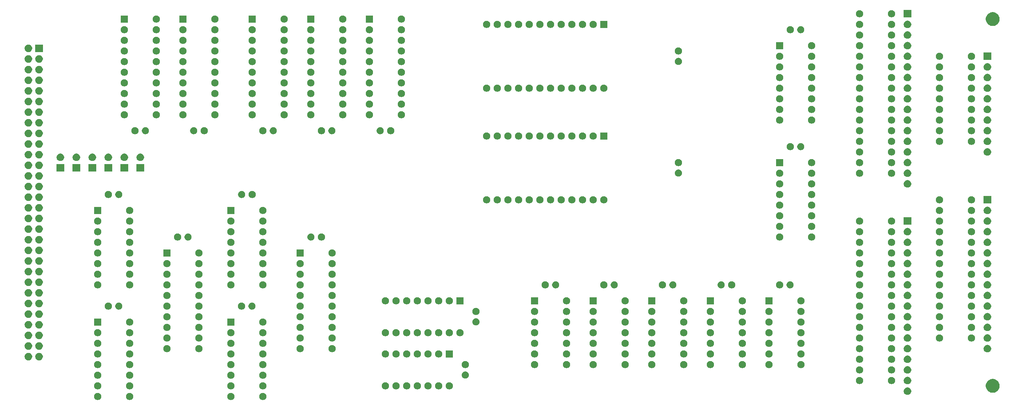
<source format=gbr>
G04 #@! TF.GenerationSoftware,KiCad,Pcbnew,5.1.5+dfsg1-2build2*
G04 #@! TF.CreationDate,2021-02-11T11:00:20+00:00*
G04 #@! TF.ProjectId,instruction,696e7374-7275-4637-9469-6f6e2e6b6963,rev?*
G04 #@! TF.SameCoordinates,Original*
G04 #@! TF.FileFunction,Soldermask,Top*
G04 #@! TF.FilePolarity,Negative*
%FSLAX46Y46*%
G04 Gerber Fmt 4.6, Leading zero omitted, Abs format (unit mm)*
G04 Created by KiCad (PCBNEW 5.1.5+dfsg1-2build2) date 2021-02-11 11:00:20*
%MOMM*%
%LPD*%
G04 APERTURE LIST*
%ADD10C,0.100000*%
G04 APERTURE END LIST*
D10*
G36*
X52318228Y-135071703D02*
G01*
X52473100Y-135135853D01*
X52612481Y-135228985D01*
X52731015Y-135347519D01*
X52824147Y-135486900D01*
X52888297Y-135641772D01*
X52921000Y-135806184D01*
X52921000Y-135973816D01*
X52888297Y-136138228D01*
X52824147Y-136293100D01*
X52731015Y-136432481D01*
X52612481Y-136551015D01*
X52473100Y-136644147D01*
X52318228Y-136708297D01*
X52153816Y-136741000D01*
X51986184Y-136741000D01*
X51821772Y-136708297D01*
X51666900Y-136644147D01*
X51527519Y-136551015D01*
X51408985Y-136432481D01*
X51315853Y-136293100D01*
X51251703Y-136138228D01*
X51219000Y-135973816D01*
X51219000Y-135806184D01*
X51251703Y-135641772D01*
X51315853Y-135486900D01*
X51408985Y-135347519D01*
X51527519Y-135228985D01*
X51666900Y-135135853D01*
X51821772Y-135071703D01*
X51986184Y-135039000D01*
X52153816Y-135039000D01*
X52318228Y-135071703D01*
G37*
G36*
X76448228Y-135071703D02*
G01*
X76603100Y-135135853D01*
X76742481Y-135228985D01*
X76861015Y-135347519D01*
X76954147Y-135486900D01*
X77018297Y-135641772D01*
X77051000Y-135806184D01*
X77051000Y-135973816D01*
X77018297Y-136138228D01*
X76954147Y-136293100D01*
X76861015Y-136432481D01*
X76742481Y-136551015D01*
X76603100Y-136644147D01*
X76448228Y-136708297D01*
X76283816Y-136741000D01*
X76116184Y-136741000D01*
X75951772Y-136708297D01*
X75796900Y-136644147D01*
X75657519Y-136551015D01*
X75538985Y-136432481D01*
X75445853Y-136293100D01*
X75381703Y-136138228D01*
X75349000Y-135973816D01*
X75349000Y-135806184D01*
X75381703Y-135641772D01*
X75445853Y-135486900D01*
X75538985Y-135347519D01*
X75657519Y-135228985D01*
X75796900Y-135135853D01*
X75951772Y-135071703D01*
X76116184Y-135039000D01*
X76283816Y-135039000D01*
X76448228Y-135071703D01*
G37*
G36*
X84068228Y-135071703D02*
G01*
X84223100Y-135135853D01*
X84362481Y-135228985D01*
X84481015Y-135347519D01*
X84574147Y-135486900D01*
X84638297Y-135641772D01*
X84671000Y-135806184D01*
X84671000Y-135973816D01*
X84638297Y-136138228D01*
X84574147Y-136293100D01*
X84481015Y-136432481D01*
X84362481Y-136551015D01*
X84223100Y-136644147D01*
X84068228Y-136708297D01*
X83903816Y-136741000D01*
X83736184Y-136741000D01*
X83571772Y-136708297D01*
X83416900Y-136644147D01*
X83277519Y-136551015D01*
X83158985Y-136432481D01*
X83065853Y-136293100D01*
X83001703Y-136138228D01*
X82969000Y-135973816D01*
X82969000Y-135806184D01*
X83001703Y-135641772D01*
X83065853Y-135486900D01*
X83158985Y-135347519D01*
X83277519Y-135228985D01*
X83416900Y-135135853D01*
X83571772Y-135071703D01*
X83736184Y-135039000D01*
X83903816Y-135039000D01*
X84068228Y-135071703D01*
G37*
G36*
X44698228Y-135071703D02*
G01*
X44853100Y-135135853D01*
X44992481Y-135228985D01*
X45111015Y-135347519D01*
X45204147Y-135486900D01*
X45268297Y-135641772D01*
X45301000Y-135806184D01*
X45301000Y-135973816D01*
X45268297Y-136138228D01*
X45204147Y-136293100D01*
X45111015Y-136432481D01*
X44992481Y-136551015D01*
X44853100Y-136644147D01*
X44698228Y-136708297D01*
X44533816Y-136741000D01*
X44366184Y-136741000D01*
X44201772Y-136708297D01*
X44046900Y-136644147D01*
X43907519Y-136551015D01*
X43788985Y-136432481D01*
X43695853Y-136293100D01*
X43631703Y-136138228D01*
X43599000Y-135973816D01*
X43599000Y-135806184D01*
X43631703Y-135641772D01*
X43695853Y-135486900D01*
X43788985Y-135347519D01*
X43907519Y-135228985D01*
X44046900Y-135135853D01*
X44201772Y-135071703D01*
X44366184Y-135039000D01*
X44533816Y-135039000D01*
X44698228Y-135071703D01*
G37*
G36*
X237603512Y-133723927D02*
G01*
X237752812Y-133753624D01*
X237916784Y-133821544D01*
X238064354Y-133920147D01*
X238189853Y-134045646D01*
X238288456Y-134193216D01*
X238356376Y-134357188D01*
X238391000Y-134531259D01*
X238391000Y-134708741D01*
X238356376Y-134882812D01*
X238288456Y-135046784D01*
X238189853Y-135194354D01*
X238064354Y-135319853D01*
X237916784Y-135418456D01*
X237752812Y-135486376D01*
X237603512Y-135516073D01*
X237578742Y-135521000D01*
X237401258Y-135521000D01*
X237376488Y-135516073D01*
X237227188Y-135486376D01*
X237063216Y-135418456D01*
X236915646Y-135319853D01*
X236790147Y-135194354D01*
X236691544Y-135046784D01*
X236623624Y-134882812D01*
X236589000Y-134708741D01*
X236589000Y-134531259D01*
X236623624Y-134357188D01*
X236691544Y-134193216D01*
X236790147Y-134045646D01*
X236915646Y-133920147D01*
X237063216Y-133821544D01*
X237227188Y-133753624D01*
X237376488Y-133723927D01*
X237401258Y-133719000D01*
X237578742Y-133719000D01*
X237603512Y-133723927D01*
G37*
G36*
X258185256Y-131741298D02*
G01*
X258291579Y-131762447D01*
X258592042Y-131886903D01*
X258862451Y-132067585D01*
X259092415Y-132297549D01*
X259273097Y-132567958D01*
X259383357Y-132834148D01*
X259397553Y-132868422D01*
X259461000Y-133187389D01*
X259461000Y-133512611D01*
X259443969Y-133598229D01*
X259397553Y-133831579D01*
X259273097Y-134132042D01*
X259092415Y-134402451D01*
X258862451Y-134632415D01*
X258592042Y-134813097D01*
X258291579Y-134937553D01*
X258185256Y-134958702D01*
X257972611Y-135001000D01*
X257647389Y-135001000D01*
X257434744Y-134958702D01*
X257328421Y-134937553D01*
X257027958Y-134813097D01*
X256757549Y-134632415D01*
X256527585Y-134402451D01*
X256346903Y-134132042D01*
X256222447Y-133831579D01*
X256176031Y-133598229D01*
X256159000Y-133512611D01*
X256159000Y-133187389D01*
X256222447Y-132868422D01*
X256236644Y-132834148D01*
X256346903Y-132567958D01*
X256527585Y-132297549D01*
X256757549Y-132067585D01*
X257027958Y-131886903D01*
X257328421Y-131762447D01*
X257434744Y-131741298D01*
X257647389Y-131699000D01*
X257972611Y-131699000D01*
X258185256Y-131741298D01*
G37*
G36*
X128518228Y-132531703D02*
G01*
X128673100Y-132595853D01*
X128812481Y-132688985D01*
X128931015Y-132807519D01*
X129024147Y-132946900D01*
X129088297Y-133101772D01*
X129121000Y-133266184D01*
X129121000Y-133433816D01*
X129088297Y-133598228D01*
X129024147Y-133753100D01*
X128931015Y-133892481D01*
X128812481Y-134011015D01*
X128673100Y-134104147D01*
X128518228Y-134168297D01*
X128353816Y-134201000D01*
X128186184Y-134201000D01*
X128021772Y-134168297D01*
X127866900Y-134104147D01*
X127727519Y-134011015D01*
X127608985Y-133892481D01*
X127515853Y-133753100D01*
X127451703Y-133598228D01*
X127419000Y-133433816D01*
X127419000Y-133266184D01*
X127451703Y-133101772D01*
X127515853Y-132946900D01*
X127608985Y-132807519D01*
X127727519Y-132688985D01*
X127866900Y-132595853D01*
X128021772Y-132531703D01*
X128186184Y-132499000D01*
X128353816Y-132499000D01*
X128518228Y-132531703D01*
G37*
G36*
X113278228Y-132531703D02*
G01*
X113433100Y-132595853D01*
X113572481Y-132688985D01*
X113691015Y-132807519D01*
X113784147Y-132946900D01*
X113848297Y-133101772D01*
X113881000Y-133266184D01*
X113881000Y-133433816D01*
X113848297Y-133598228D01*
X113784147Y-133753100D01*
X113691015Y-133892481D01*
X113572481Y-134011015D01*
X113433100Y-134104147D01*
X113278228Y-134168297D01*
X113113816Y-134201000D01*
X112946184Y-134201000D01*
X112781772Y-134168297D01*
X112626900Y-134104147D01*
X112487519Y-134011015D01*
X112368985Y-133892481D01*
X112275853Y-133753100D01*
X112211703Y-133598228D01*
X112179000Y-133433816D01*
X112179000Y-133266184D01*
X112211703Y-133101772D01*
X112275853Y-132946900D01*
X112368985Y-132807519D01*
X112487519Y-132688985D01*
X112626900Y-132595853D01*
X112781772Y-132531703D01*
X112946184Y-132499000D01*
X113113816Y-132499000D01*
X113278228Y-132531703D01*
G37*
G36*
X52318228Y-132531703D02*
G01*
X52473100Y-132595853D01*
X52612481Y-132688985D01*
X52731015Y-132807519D01*
X52824147Y-132946900D01*
X52888297Y-133101772D01*
X52921000Y-133266184D01*
X52921000Y-133433816D01*
X52888297Y-133598228D01*
X52824147Y-133753100D01*
X52731015Y-133892481D01*
X52612481Y-134011015D01*
X52473100Y-134104147D01*
X52318228Y-134168297D01*
X52153816Y-134201000D01*
X51986184Y-134201000D01*
X51821772Y-134168297D01*
X51666900Y-134104147D01*
X51527519Y-134011015D01*
X51408985Y-133892481D01*
X51315853Y-133753100D01*
X51251703Y-133598228D01*
X51219000Y-133433816D01*
X51219000Y-133266184D01*
X51251703Y-133101772D01*
X51315853Y-132946900D01*
X51408985Y-132807519D01*
X51527519Y-132688985D01*
X51666900Y-132595853D01*
X51821772Y-132531703D01*
X51986184Y-132499000D01*
X52153816Y-132499000D01*
X52318228Y-132531703D01*
G37*
G36*
X125978228Y-132531703D02*
G01*
X126133100Y-132595853D01*
X126272481Y-132688985D01*
X126391015Y-132807519D01*
X126484147Y-132946900D01*
X126548297Y-133101772D01*
X126581000Y-133266184D01*
X126581000Y-133433816D01*
X126548297Y-133598228D01*
X126484147Y-133753100D01*
X126391015Y-133892481D01*
X126272481Y-134011015D01*
X126133100Y-134104147D01*
X125978228Y-134168297D01*
X125813816Y-134201000D01*
X125646184Y-134201000D01*
X125481772Y-134168297D01*
X125326900Y-134104147D01*
X125187519Y-134011015D01*
X125068985Y-133892481D01*
X124975853Y-133753100D01*
X124911703Y-133598228D01*
X124879000Y-133433816D01*
X124879000Y-133266184D01*
X124911703Y-133101772D01*
X124975853Y-132946900D01*
X125068985Y-132807519D01*
X125187519Y-132688985D01*
X125326900Y-132595853D01*
X125481772Y-132531703D01*
X125646184Y-132499000D01*
X125813816Y-132499000D01*
X125978228Y-132531703D01*
G37*
G36*
X123438228Y-132531703D02*
G01*
X123593100Y-132595853D01*
X123732481Y-132688985D01*
X123851015Y-132807519D01*
X123944147Y-132946900D01*
X124008297Y-133101772D01*
X124041000Y-133266184D01*
X124041000Y-133433816D01*
X124008297Y-133598228D01*
X123944147Y-133753100D01*
X123851015Y-133892481D01*
X123732481Y-134011015D01*
X123593100Y-134104147D01*
X123438228Y-134168297D01*
X123273816Y-134201000D01*
X123106184Y-134201000D01*
X122941772Y-134168297D01*
X122786900Y-134104147D01*
X122647519Y-134011015D01*
X122528985Y-133892481D01*
X122435853Y-133753100D01*
X122371703Y-133598228D01*
X122339000Y-133433816D01*
X122339000Y-133266184D01*
X122371703Y-133101772D01*
X122435853Y-132946900D01*
X122528985Y-132807519D01*
X122647519Y-132688985D01*
X122786900Y-132595853D01*
X122941772Y-132531703D01*
X123106184Y-132499000D01*
X123273816Y-132499000D01*
X123438228Y-132531703D01*
G37*
G36*
X84068228Y-132531703D02*
G01*
X84223100Y-132595853D01*
X84362481Y-132688985D01*
X84481015Y-132807519D01*
X84574147Y-132946900D01*
X84638297Y-133101772D01*
X84671000Y-133266184D01*
X84671000Y-133433816D01*
X84638297Y-133598228D01*
X84574147Y-133753100D01*
X84481015Y-133892481D01*
X84362481Y-134011015D01*
X84223100Y-134104147D01*
X84068228Y-134168297D01*
X83903816Y-134201000D01*
X83736184Y-134201000D01*
X83571772Y-134168297D01*
X83416900Y-134104147D01*
X83277519Y-134011015D01*
X83158985Y-133892481D01*
X83065853Y-133753100D01*
X83001703Y-133598228D01*
X82969000Y-133433816D01*
X82969000Y-133266184D01*
X83001703Y-133101772D01*
X83065853Y-132946900D01*
X83158985Y-132807519D01*
X83277519Y-132688985D01*
X83416900Y-132595853D01*
X83571772Y-132531703D01*
X83736184Y-132499000D01*
X83903816Y-132499000D01*
X84068228Y-132531703D01*
G37*
G36*
X120898228Y-132531703D02*
G01*
X121053100Y-132595853D01*
X121192481Y-132688985D01*
X121311015Y-132807519D01*
X121404147Y-132946900D01*
X121468297Y-133101772D01*
X121501000Y-133266184D01*
X121501000Y-133433816D01*
X121468297Y-133598228D01*
X121404147Y-133753100D01*
X121311015Y-133892481D01*
X121192481Y-134011015D01*
X121053100Y-134104147D01*
X120898228Y-134168297D01*
X120733816Y-134201000D01*
X120566184Y-134201000D01*
X120401772Y-134168297D01*
X120246900Y-134104147D01*
X120107519Y-134011015D01*
X119988985Y-133892481D01*
X119895853Y-133753100D01*
X119831703Y-133598228D01*
X119799000Y-133433816D01*
X119799000Y-133266184D01*
X119831703Y-133101772D01*
X119895853Y-132946900D01*
X119988985Y-132807519D01*
X120107519Y-132688985D01*
X120246900Y-132595853D01*
X120401772Y-132531703D01*
X120566184Y-132499000D01*
X120733816Y-132499000D01*
X120898228Y-132531703D01*
G37*
G36*
X118358228Y-132531703D02*
G01*
X118513100Y-132595853D01*
X118652481Y-132688985D01*
X118771015Y-132807519D01*
X118864147Y-132946900D01*
X118928297Y-133101772D01*
X118961000Y-133266184D01*
X118961000Y-133433816D01*
X118928297Y-133598228D01*
X118864147Y-133753100D01*
X118771015Y-133892481D01*
X118652481Y-134011015D01*
X118513100Y-134104147D01*
X118358228Y-134168297D01*
X118193816Y-134201000D01*
X118026184Y-134201000D01*
X117861772Y-134168297D01*
X117706900Y-134104147D01*
X117567519Y-134011015D01*
X117448985Y-133892481D01*
X117355853Y-133753100D01*
X117291703Y-133598228D01*
X117259000Y-133433816D01*
X117259000Y-133266184D01*
X117291703Y-133101772D01*
X117355853Y-132946900D01*
X117448985Y-132807519D01*
X117567519Y-132688985D01*
X117706900Y-132595853D01*
X117861772Y-132531703D01*
X118026184Y-132499000D01*
X118193816Y-132499000D01*
X118358228Y-132531703D01*
G37*
G36*
X76448228Y-132531703D02*
G01*
X76603100Y-132595853D01*
X76742481Y-132688985D01*
X76861015Y-132807519D01*
X76954147Y-132946900D01*
X77018297Y-133101772D01*
X77051000Y-133266184D01*
X77051000Y-133433816D01*
X77018297Y-133598228D01*
X76954147Y-133753100D01*
X76861015Y-133892481D01*
X76742481Y-134011015D01*
X76603100Y-134104147D01*
X76448228Y-134168297D01*
X76283816Y-134201000D01*
X76116184Y-134201000D01*
X75951772Y-134168297D01*
X75796900Y-134104147D01*
X75657519Y-134011015D01*
X75538985Y-133892481D01*
X75445853Y-133753100D01*
X75381703Y-133598228D01*
X75349000Y-133433816D01*
X75349000Y-133266184D01*
X75381703Y-133101772D01*
X75445853Y-132946900D01*
X75538985Y-132807519D01*
X75657519Y-132688985D01*
X75796900Y-132595853D01*
X75951772Y-132531703D01*
X76116184Y-132499000D01*
X76283816Y-132499000D01*
X76448228Y-132531703D01*
G37*
G36*
X115818228Y-132531703D02*
G01*
X115973100Y-132595853D01*
X116112481Y-132688985D01*
X116231015Y-132807519D01*
X116324147Y-132946900D01*
X116388297Y-133101772D01*
X116421000Y-133266184D01*
X116421000Y-133433816D01*
X116388297Y-133598228D01*
X116324147Y-133753100D01*
X116231015Y-133892481D01*
X116112481Y-134011015D01*
X115973100Y-134104147D01*
X115818228Y-134168297D01*
X115653816Y-134201000D01*
X115486184Y-134201000D01*
X115321772Y-134168297D01*
X115166900Y-134104147D01*
X115027519Y-134011015D01*
X114908985Y-133892481D01*
X114815853Y-133753100D01*
X114751703Y-133598228D01*
X114719000Y-133433816D01*
X114719000Y-133266184D01*
X114751703Y-133101772D01*
X114815853Y-132946900D01*
X114908985Y-132807519D01*
X115027519Y-132688985D01*
X115166900Y-132595853D01*
X115321772Y-132531703D01*
X115486184Y-132499000D01*
X115653816Y-132499000D01*
X115818228Y-132531703D01*
G37*
G36*
X44698228Y-132531703D02*
G01*
X44853100Y-132595853D01*
X44992481Y-132688985D01*
X45111015Y-132807519D01*
X45204147Y-132946900D01*
X45268297Y-133101772D01*
X45301000Y-133266184D01*
X45301000Y-133433816D01*
X45268297Y-133598228D01*
X45204147Y-133753100D01*
X45111015Y-133892481D01*
X44992481Y-134011015D01*
X44853100Y-134104147D01*
X44698228Y-134168297D01*
X44533816Y-134201000D01*
X44366184Y-134201000D01*
X44201772Y-134168297D01*
X44046900Y-134104147D01*
X43907519Y-134011015D01*
X43788985Y-133892481D01*
X43695853Y-133753100D01*
X43631703Y-133598228D01*
X43599000Y-133433816D01*
X43599000Y-133266184D01*
X43631703Y-133101772D01*
X43695853Y-132946900D01*
X43788985Y-132807519D01*
X43907519Y-132688985D01*
X44046900Y-132595853D01*
X44201772Y-132531703D01*
X44366184Y-132499000D01*
X44533816Y-132499000D01*
X44698228Y-132531703D01*
G37*
G36*
X237603512Y-131183927D02*
G01*
X237752812Y-131213624D01*
X237916784Y-131281544D01*
X238064354Y-131380147D01*
X238189853Y-131505646D01*
X238288456Y-131653216D01*
X238356376Y-131817188D01*
X238391000Y-131991259D01*
X238391000Y-132168741D01*
X238356376Y-132342812D01*
X238288456Y-132506784D01*
X238189853Y-132654354D01*
X238064354Y-132779853D01*
X237916784Y-132878456D01*
X237752812Y-132946376D01*
X237603512Y-132976073D01*
X237578742Y-132981000D01*
X237401258Y-132981000D01*
X237376488Y-132976073D01*
X237227188Y-132946376D01*
X237063216Y-132878456D01*
X236915646Y-132779853D01*
X236790147Y-132654354D01*
X236691544Y-132506784D01*
X236623624Y-132342812D01*
X236589000Y-132168741D01*
X236589000Y-131991259D01*
X236623624Y-131817188D01*
X236691544Y-131653216D01*
X236790147Y-131505646D01*
X236915646Y-131380147D01*
X237063216Y-131281544D01*
X237227188Y-131213624D01*
X237376488Y-131183927D01*
X237401258Y-131179000D01*
X237578742Y-131179000D01*
X237603512Y-131183927D01*
G37*
G36*
X233928228Y-131261703D02*
G01*
X234083100Y-131325853D01*
X234222481Y-131418985D01*
X234341015Y-131537519D01*
X234434147Y-131676900D01*
X234498297Y-131831772D01*
X234531000Y-131996184D01*
X234531000Y-132163816D01*
X234498297Y-132328228D01*
X234434147Y-132483100D01*
X234341015Y-132622481D01*
X234222481Y-132741015D01*
X234083100Y-132834147D01*
X233928228Y-132898297D01*
X233763816Y-132931000D01*
X233596184Y-132931000D01*
X233431772Y-132898297D01*
X233276900Y-132834147D01*
X233137519Y-132741015D01*
X233018985Y-132622481D01*
X232925853Y-132483100D01*
X232861703Y-132328228D01*
X232829000Y-132163816D01*
X232829000Y-131996184D01*
X232861703Y-131831772D01*
X232925853Y-131676900D01*
X233018985Y-131537519D01*
X233137519Y-131418985D01*
X233276900Y-131325853D01*
X233431772Y-131261703D01*
X233596184Y-131229000D01*
X233763816Y-131229000D01*
X233928228Y-131261703D01*
G37*
G36*
X226308228Y-131261703D02*
G01*
X226463100Y-131325853D01*
X226602481Y-131418985D01*
X226721015Y-131537519D01*
X226814147Y-131676900D01*
X226878297Y-131831772D01*
X226911000Y-131996184D01*
X226911000Y-132163816D01*
X226878297Y-132328228D01*
X226814147Y-132483100D01*
X226721015Y-132622481D01*
X226602481Y-132741015D01*
X226463100Y-132834147D01*
X226308228Y-132898297D01*
X226143816Y-132931000D01*
X225976184Y-132931000D01*
X225811772Y-132898297D01*
X225656900Y-132834147D01*
X225517519Y-132741015D01*
X225398985Y-132622481D01*
X225305853Y-132483100D01*
X225241703Y-132328228D01*
X225209000Y-132163816D01*
X225209000Y-131996184D01*
X225241703Y-131831772D01*
X225305853Y-131676900D01*
X225398985Y-131537519D01*
X225517519Y-131418985D01*
X225656900Y-131325853D01*
X225811772Y-131261703D01*
X225976184Y-131229000D01*
X226143816Y-131229000D01*
X226308228Y-131261703D01*
G37*
G36*
X84068228Y-129991703D02*
G01*
X84223100Y-130055853D01*
X84362481Y-130148985D01*
X84481015Y-130267519D01*
X84574147Y-130406900D01*
X84638297Y-130561772D01*
X84671000Y-130726184D01*
X84671000Y-130893816D01*
X84638297Y-131058228D01*
X84574147Y-131213100D01*
X84481015Y-131352481D01*
X84362481Y-131471015D01*
X84223100Y-131564147D01*
X84068228Y-131628297D01*
X83903816Y-131661000D01*
X83736184Y-131661000D01*
X83571772Y-131628297D01*
X83416900Y-131564147D01*
X83277519Y-131471015D01*
X83158985Y-131352481D01*
X83065853Y-131213100D01*
X83001703Y-131058228D01*
X82969000Y-130893816D01*
X82969000Y-130726184D01*
X83001703Y-130561772D01*
X83065853Y-130406900D01*
X83158985Y-130267519D01*
X83277519Y-130148985D01*
X83416900Y-130055853D01*
X83571772Y-129991703D01*
X83736184Y-129959000D01*
X83903816Y-129959000D01*
X84068228Y-129991703D01*
G37*
G36*
X44698228Y-129991703D02*
G01*
X44853100Y-130055853D01*
X44992481Y-130148985D01*
X45111015Y-130267519D01*
X45204147Y-130406900D01*
X45268297Y-130561772D01*
X45301000Y-130726184D01*
X45301000Y-130893816D01*
X45268297Y-131058228D01*
X45204147Y-131213100D01*
X45111015Y-131352481D01*
X44992481Y-131471015D01*
X44853100Y-131564147D01*
X44698228Y-131628297D01*
X44533816Y-131661000D01*
X44366184Y-131661000D01*
X44201772Y-131628297D01*
X44046900Y-131564147D01*
X43907519Y-131471015D01*
X43788985Y-131352481D01*
X43695853Y-131213100D01*
X43631703Y-131058228D01*
X43599000Y-130893816D01*
X43599000Y-130726184D01*
X43631703Y-130561772D01*
X43695853Y-130406900D01*
X43788985Y-130267519D01*
X43907519Y-130148985D01*
X44046900Y-130055853D01*
X44201772Y-129991703D01*
X44366184Y-129959000D01*
X44533816Y-129959000D01*
X44698228Y-129991703D01*
G37*
G36*
X76448228Y-129991703D02*
G01*
X76603100Y-130055853D01*
X76742481Y-130148985D01*
X76861015Y-130267519D01*
X76954147Y-130406900D01*
X77018297Y-130561772D01*
X77051000Y-130726184D01*
X77051000Y-130893816D01*
X77018297Y-131058228D01*
X76954147Y-131213100D01*
X76861015Y-131352481D01*
X76742481Y-131471015D01*
X76603100Y-131564147D01*
X76448228Y-131628297D01*
X76283816Y-131661000D01*
X76116184Y-131661000D01*
X75951772Y-131628297D01*
X75796900Y-131564147D01*
X75657519Y-131471015D01*
X75538985Y-131352481D01*
X75445853Y-131213100D01*
X75381703Y-131058228D01*
X75349000Y-130893816D01*
X75349000Y-130726184D01*
X75381703Y-130561772D01*
X75445853Y-130406900D01*
X75538985Y-130267519D01*
X75657519Y-130148985D01*
X75796900Y-130055853D01*
X75951772Y-129991703D01*
X76116184Y-129959000D01*
X76283816Y-129959000D01*
X76448228Y-129991703D01*
G37*
G36*
X52318228Y-129991703D02*
G01*
X52473100Y-130055853D01*
X52612481Y-130148985D01*
X52731015Y-130267519D01*
X52824147Y-130406900D01*
X52888297Y-130561772D01*
X52921000Y-130726184D01*
X52921000Y-130893816D01*
X52888297Y-131058228D01*
X52824147Y-131213100D01*
X52731015Y-131352481D01*
X52612481Y-131471015D01*
X52473100Y-131564147D01*
X52318228Y-131628297D01*
X52153816Y-131661000D01*
X51986184Y-131661000D01*
X51821772Y-131628297D01*
X51666900Y-131564147D01*
X51527519Y-131471015D01*
X51408985Y-131352481D01*
X51315853Y-131213100D01*
X51251703Y-131058228D01*
X51219000Y-130893816D01*
X51219000Y-130726184D01*
X51251703Y-130561772D01*
X51315853Y-130406900D01*
X51408985Y-130267519D01*
X51527519Y-130148985D01*
X51666900Y-130055853D01*
X51821772Y-129991703D01*
X51986184Y-129959000D01*
X52153816Y-129959000D01*
X52318228Y-129991703D01*
G37*
G36*
X132328228Y-129951703D02*
G01*
X132483100Y-130015853D01*
X132622481Y-130108985D01*
X132741015Y-130227519D01*
X132834147Y-130366900D01*
X132898297Y-130521772D01*
X132931000Y-130686184D01*
X132931000Y-130853816D01*
X132898297Y-131018228D01*
X132834147Y-131173100D01*
X132741015Y-131312481D01*
X132622481Y-131431015D01*
X132483100Y-131524147D01*
X132328228Y-131588297D01*
X132163816Y-131621000D01*
X131996184Y-131621000D01*
X131831772Y-131588297D01*
X131676900Y-131524147D01*
X131537519Y-131431015D01*
X131418985Y-131312481D01*
X131325853Y-131173100D01*
X131261703Y-131018228D01*
X131229000Y-130853816D01*
X131229000Y-130686184D01*
X131261703Y-130521772D01*
X131325853Y-130366900D01*
X131418985Y-130227519D01*
X131537519Y-130108985D01*
X131676900Y-130015853D01*
X131831772Y-129951703D01*
X131996184Y-129919000D01*
X132163816Y-129919000D01*
X132328228Y-129951703D01*
G37*
G36*
X237603512Y-128643927D02*
G01*
X237752812Y-128673624D01*
X237916784Y-128741544D01*
X238064354Y-128840147D01*
X238189853Y-128965646D01*
X238288456Y-129113216D01*
X238356376Y-129277188D01*
X238391000Y-129451259D01*
X238391000Y-129628741D01*
X238356376Y-129802812D01*
X238288456Y-129966784D01*
X238189853Y-130114354D01*
X238064354Y-130239853D01*
X237916784Y-130338456D01*
X237752812Y-130406376D01*
X237603512Y-130436073D01*
X237578742Y-130441000D01*
X237401258Y-130441000D01*
X237376488Y-130436073D01*
X237227188Y-130406376D01*
X237063216Y-130338456D01*
X236915646Y-130239853D01*
X236790147Y-130114354D01*
X236691544Y-129966784D01*
X236623624Y-129802812D01*
X236589000Y-129628741D01*
X236589000Y-129451259D01*
X236623624Y-129277188D01*
X236691544Y-129113216D01*
X236790147Y-128965646D01*
X236915646Y-128840147D01*
X237063216Y-128741544D01*
X237227188Y-128673624D01*
X237376488Y-128643927D01*
X237401258Y-128639000D01*
X237578742Y-128639000D01*
X237603512Y-128643927D01*
G37*
G36*
X233928228Y-128721703D02*
G01*
X234083100Y-128785853D01*
X234222481Y-128878985D01*
X234341015Y-128997519D01*
X234434147Y-129136900D01*
X234498297Y-129291772D01*
X234531000Y-129456184D01*
X234531000Y-129623816D01*
X234498297Y-129788228D01*
X234434147Y-129943100D01*
X234341015Y-130082481D01*
X234222481Y-130201015D01*
X234083100Y-130294147D01*
X233928228Y-130358297D01*
X233763816Y-130391000D01*
X233596184Y-130391000D01*
X233431772Y-130358297D01*
X233276900Y-130294147D01*
X233137519Y-130201015D01*
X233018985Y-130082481D01*
X232925853Y-129943100D01*
X232861703Y-129788228D01*
X232829000Y-129623816D01*
X232829000Y-129456184D01*
X232861703Y-129291772D01*
X232925853Y-129136900D01*
X233018985Y-128997519D01*
X233137519Y-128878985D01*
X233276900Y-128785853D01*
X233431772Y-128721703D01*
X233596184Y-128689000D01*
X233763816Y-128689000D01*
X233928228Y-128721703D01*
G37*
G36*
X226308228Y-128721703D02*
G01*
X226463100Y-128785853D01*
X226602481Y-128878985D01*
X226721015Y-128997519D01*
X226814147Y-129136900D01*
X226878297Y-129291772D01*
X226911000Y-129456184D01*
X226911000Y-129623816D01*
X226878297Y-129788228D01*
X226814147Y-129943100D01*
X226721015Y-130082481D01*
X226602481Y-130201015D01*
X226463100Y-130294147D01*
X226308228Y-130358297D01*
X226143816Y-130391000D01*
X225976184Y-130391000D01*
X225811772Y-130358297D01*
X225656900Y-130294147D01*
X225517519Y-130201015D01*
X225398985Y-130082481D01*
X225305853Y-129943100D01*
X225241703Y-129788228D01*
X225209000Y-129623816D01*
X225209000Y-129456184D01*
X225241703Y-129291772D01*
X225305853Y-129136900D01*
X225398985Y-128997519D01*
X225517519Y-128878985D01*
X225656900Y-128785853D01*
X225811772Y-128721703D01*
X225976184Y-128689000D01*
X226143816Y-128689000D01*
X226308228Y-128721703D01*
G37*
G36*
X170428228Y-127451703D02*
G01*
X170583100Y-127515853D01*
X170722481Y-127608985D01*
X170841015Y-127727519D01*
X170934147Y-127866900D01*
X170998297Y-128021772D01*
X171031000Y-128186184D01*
X171031000Y-128353816D01*
X170998297Y-128518228D01*
X170934147Y-128673100D01*
X170841015Y-128812481D01*
X170722481Y-128931015D01*
X170583100Y-129024147D01*
X170428228Y-129088297D01*
X170263816Y-129121000D01*
X170096184Y-129121000D01*
X169931772Y-129088297D01*
X169776900Y-129024147D01*
X169637519Y-128931015D01*
X169518985Y-128812481D01*
X169425853Y-128673100D01*
X169361703Y-128518228D01*
X169329000Y-128353816D01*
X169329000Y-128186184D01*
X169361703Y-128021772D01*
X169425853Y-127866900D01*
X169518985Y-127727519D01*
X169637519Y-127608985D01*
X169776900Y-127515853D01*
X169931772Y-127451703D01*
X170096184Y-127419000D01*
X170263816Y-127419000D01*
X170428228Y-127451703D01*
G37*
G36*
X204718228Y-127451703D02*
G01*
X204873100Y-127515853D01*
X205012481Y-127608985D01*
X205131015Y-127727519D01*
X205224147Y-127866900D01*
X205288297Y-128021772D01*
X205321000Y-128186184D01*
X205321000Y-128353816D01*
X205288297Y-128518228D01*
X205224147Y-128673100D01*
X205131015Y-128812481D01*
X205012481Y-128931015D01*
X204873100Y-129024147D01*
X204718228Y-129088297D01*
X204553816Y-129121000D01*
X204386184Y-129121000D01*
X204221772Y-129088297D01*
X204066900Y-129024147D01*
X203927519Y-128931015D01*
X203808985Y-128812481D01*
X203715853Y-128673100D01*
X203651703Y-128518228D01*
X203619000Y-128353816D01*
X203619000Y-128186184D01*
X203651703Y-128021772D01*
X203715853Y-127866900D01*
X203808985Y-127727519D01*
X203927519Y-127608985D01*
X204066900Y-127515853D01*
X204221772Y-127451703D01*
X204386184Y-127419000D01*
X204553816Y-127419000D01*
X204718228Y-127451703D01*
G37*
G36*
X212338228Y-127451703D02*
G01*
X212493100Y-127515853D01*
X212632481Y-127608985D01*
X212751015Y-127727519D01*
X212844147Y-127866900D01*
X212908297Y-128021772D01*
X212941000Y-128186184D01*
X212941000Y-128353816D01*
X212908297Y-128518228D01*
X212844147Y-128673100D01*
X212751015Y-128812481D01*
X212632481Y-128931015D01*
X212493100Y-129024147D01*
X212338228Y-129088297D01*
X212173816Y-129121000D01*
X212006184Y-129121000D01*
X211841772Y-129088297D01*
X211686900Y-129024147D01*
X211547519Y-128931015D01*
X211428985Y-128812481D01*
X211335853Y-128673100D01*
X211271703Y-128518228D01*
X211239000Y-128353816D01*
X211239000Y-128186184D01*
X211271703Y-128021772D01*
X211335853Y-127866900D01*
X211428985Y-127727519D01*
X211547519Y-127608985D01*
X211686900Y-127515853D01*
X211841772Y-127451703D01*
X212006184Y-127419000D01*
X212173816Y-127419000D01*
X212338228Y-127451703D01*
G37*
G36*
X190748228Y-127451703D02*
G01*
X190903100Y-127515853D01*
X191042481Y-127608985D01*
X191161015Y-127727519D01*
X191254147Y-127866900D01*
X191318297Y-128021772D01*
X191351000Y-128186184D01*
X191351000Y-128353816D01*
X191318297Y-128518228D01*
X191254147Y-128673100D01*
X191161015Y-128812481D01*
X191042481Y-128931015D01*
X190903100Y-129024147D01*
X190748228Y-129088297D01*
X190583816Y-129121000D01*
X190416184Y-129121000D01*
X190251772Y-129088297D01*
X190096900Y-129024147D01*
X189957519Y-128931015D01*
X189838985Y-128812481D01*
X189745853Y-128673100D01*
X189681703Y-128518228D01*
X189649000Y-128353816D01*
X189649000Y-128186184D01*
X189681703Y-128021772D01*
X189745853Y-127866900D01*
X189838985Y-127727519D01*
X189957519Y-127608985D01*
X190096900Y-127515853D01*
X190251772Y-127451703D01*
X190416184Y-127419000D01*
X190583816Y-127419000D01*
X190748228Y-127451703D01*
G37*
G36*
X52318228Y-127451703D02*
G01*
X52473100Y-127515853D01*
X52612481Y-127608985D01*
X52731015Y-127727519D01*
X52824147Y-127866900D01*
X52888297Y-128021772D01*
X52921000Y-128186184D01*
X52921000Y-128353816D01*
X52888297Y-128518228D01*
X52824147Y-128673100D01*
X52731015Y-128812481D01*
X52612481Y-128931015D01*
X52473100Y-129024147D01*
X52318228Y-129088297D01*
X52153816Y-129121000D01*
X51986184Y-129121000D01*
X51821772Y-129088297D01*
X51666900Y-129024147D01*
X51527519Y-128931015D01*
X51408985Y-128812481D01*
X51315853Y-128673100D01*
X51251703Y-128518228D01*
X51219000Y-128353816D01*
X51219000Y-128186184D01*
X51251703Y-128021772D01*
X51315853Y-127866900D01*
X51408985Y-127727519D01*
X51527519Y-127608985D01*
X51666900Y-127515853D01*
X51821772Y-127451703D01*
X51986184Y-127419000D01*
X52153816Y-127419000D01*
X52318228Y-127451703D01*
G37*
G36*
X44698228Y-127451703D02*
G01*
X44853100Y-127515853D01*
X44992481Y-127608985D01*
X45111015Y-127727519D01*
X45204147Y-127866900D01*
X45268297Y-128021772D01*
X45301000Y-128186184D01*
X45301000Y-128353816D01*
X45268297Y-128518228D01*
X45204147Y-128673100D01*
X45111015Y-128812481D01*
X44992481Y-128931015D01*
X44853100Y-129024147D01*
X44698228Y-129088297D01*
X44533816Y-129121000D01*
X44366184Y-129121000D01*
X44201772Y-129088297D01*
X44046900Y-129024147D01*
X43907519Y-128931015D01*
X43788985Y-128812481D01*
X43695853Y-128673100D01*
X43631703Y-128518228D01*
X43599000Y-128353816D01*
X43599000Y-128186184D01*
X43631703Y-128021772D01*
X43695853Y-127866900D01*
X43788985Y-127727519D01*
X43907519Y-127608985D01*
X44046900Y-127515853D01*
X44201772Y-127451703D01*
X44366184Y-127419000D01*
X44533816Y-127419000D01*
X44698228Y-127451703D01*
G37*
G36*
X84068228Y-127451703D02*
G01*
X84223100Y-127515853D01*
X84362481Y-127608985D01*
X84481015Y-127727519D01*
X84574147Y-127866900D01*
X84638297Y-128021772D01*
X84671000Y-128186184D01*
X84671000Y-128353816D01*
X84638297Y-128518228D01*
X84574147Y-128673100D01*
X84481015Y-128812481D01*
X84362481Y-128931015D01*
X84223100Y-129024147D01*
X84068228Y-129088297D01*
X83903816Y-129121000D01*
X83736184Y-129121000D01*
X83571772Y-129088297D01*
X83416900Y-129024147D01*
X83277519Y-128931015D01*
X83158985Y-128812481D01*
X83065853Y-128673100D01*
X83001703Y-128518228D01*
X82969000Y-128353816D01*
X82969000Y-128186184D01*
X83001703Y-128021772D01*
X83065853Y-127866900D01*
X83158985Y-127727519D01*
X83277519Y-127608985D01*
X83416900Y-127515853D01*
X83571772Y-127451703D01*
X83736184Y-127419000D01*
X83903816Y-127419000D01*
X84068228Y-127451703D01*
G37*
G36*
X76448228Y-127451703D02*
G01*
X76603100Y-127515853D01*
X76742481Y-127608985D01*
X76861015Y-127727519D01*
X76954147Y-127866900D01*
X77018297Y-128021772D01*
X77051000Y-128186184D01*
X77051000Y-128353816D01*
X77018297Y-128518228D01*
X76954147Y-128673100D01*
X76861015Y-128812481D01*
X76742481Y-128931015D01*
X76603100Y-129024147D01*
X76448228Y-129088297D01*
X76283816Y-129121000D01*
X76116184Y-129121000D01*
X75951772Y-129088297D01*
X75796900Y-129024147D01*
X75657519Y-128931015D01*
X75538985Y-128812481D01*
X75445853Y-128673100D01*
X75381703Y-128518228D01*
X75349000Y-128353816D01*
X75349000Y-128186184D01*
X75381703Y-128021772D01*
X75445853Y-127866900D01*
X75538985Y-127727519D01*
X75657519Y-127608985D01*
X75796900Y-127515853D01*
X75951772Y-127451703D01*
X76116184Y-127419000D01*
X76283816Y-127419000D01*
X76448228Y-127451703D01*
G37*
G36*
X162808228Y-127451703D02*
G01*
X162963100Y-127515853D01*
X163102481Y-127608985D01*
X163221015Y-127727519D01*
X163314147Y-127866900D01*
X163378297Y-128021772D01*
X163411000Y-128186184D01*
X163411000Y-128353816D01*
X163378297Y-128518228D01*
X163314147Y-128673100D01*
X163221015Y-128812481D01*
X163102481Y-128931015D01*
X162963100Y-129024147D01*
X162808228Y-129088297D01*
X162643816Y-129121000D01*
X162476184Y-129121000D01*
X162311772Y-129088297D01*
X162156900Y-129024147D01*
X162017519Y-128931015D01*
X161898985Y-128812481D01*
X161805853Y-128673100D01*
X161741703Y-128518228D01*
X161709000Y-128353816D01*
X161709000Y-128186184D01*
X161741703Y-128021772D01*
X161805853Y-127866900D01*
X161898985Y-127727519D01*
X162017519Y-127608985D01*
X162156900Y-127515853D01*
X162311772Y-127451703D01*
X162476184Y-127419000D01*
X162643816Y-127419000D01*
X162808228Y-127451703D01*
G37*
G36*
X148838228Y-127451703D02*
G01*
X148993100Y-127515853D01*
X149132481Y-127608985D01*
X149251015Y-127727519D01*
X149344147Y-127866900D01*
X149408297Y-128021772D01*
X149441000Y-128186184D01*
X149441000Y-128353816D01*
X149408297Y-128518228D01*
X149344147Y-128673100D01*
X149251015Y-128812481D01*
X149132481Y-128931015D01*
X148993100Y-129024147D01*
X148838228Y-129088297D01*
X148673816Y-129121000D01*
X148506184Y-129121000D01*
X148341772Y-129088297D01*
X148186900Y-129024147D01*
X148047519Y-128931015D01*
X147928985Y-128812481D01*
X147835853Y-128673100D01*
X147771703Y-128518228D01*
X147739000Y-128353816D01*
X147739000Y-128186184D01*
X147771703Y-128021772D01*
X147835853Y-127866900D01*
X147928985Y-127727519D01*
X148047519Y-127608985D01*
X148186900Y-127515853D01*
X148341772Y-127451703D01*
X148506184Y-127419000D01*
X148673816Y-127419000D01*
X148838228Y-127451703D01*
G37*
G36*
X198368228Y-127451703D02*
G01*
X198523100Y-127515853D01*
X198662481Y-127608985D01*
X198781015Y-127727519D01*
X198874147Y-127866900D01*
X198938297Y-128021772D01*
X198971000Y-128186184D01*
X198971000Y-128353816D01*
X198938297Y-128518228D01*
X198874147Y-128673100D01*
X198781015Y-128812481D01*
X198662481Y-128931015D01*
X198523100Y-129024147D01*
X198368228Y-129088297D01*
X198203816Y-129121000D01*
X198036184Y-129121000D01*
X197871772Y-129088297D01*
X197716900Y-129024147D01*
X197577519Y-128931015D01*
X197458985Y-128812481D01*
X197365853Y-128673100D01*
X197301703Y-128518228D01*
X197269000Y-128353816D01*
X197269000Y-128186184D01*
X197301703Y-128021772D01*
X197365853Y-127866900D01*
X197458985Y-127727519D01*
X197577519Y-127608985D01*
X197716900Y-127515853D01*
X197871772Y-127451703D01*
X198036184Y-127419000D01*
X198203816Y-127419000D01*
X198368228Y-127451703D01*
G37*
G36*
X176778228Y-127451703D02*
G01*
X176933100Y-127515853D01*
X177072481Y-127608985D01*
X177191015Y-127727519D01*
X177284147Y-127866900D01*
X177348297Y-128021772D01*
X177381000Y-128186184D01*
X177381000Y-128353816D01*
X177348297Y-128518228D01*
X177284147Y-128673100D01*
X177191015Y-128812481D01*
X177072481Y-128931015D01*
X176933100Y-129024147D01*
X176778228Y-129088297D01*
X176613816Y-129121000D01*
X176446184Y-129121000D01*
X176281772Y-129088297D01*
X176126900Y-129024147D01*
X175987519Y-128931015D01*
X175868985Y-128812481D01*
X175775853Y-128673100D01*
X175711703Y-128518228D01*
X175679000Y-128353816D01*
X175679000Y-128186184D01*
X175711703Y-128021772D01*
X175775853Y-127866900D01*
X175868985Y-127727519D01*
X175987519Y-127608985D01*
X176126900Y-127515853D01*
X176281772Y-127451703D01*
X176446184Y-127419000D01*
X176613816Y-127419000D01*
X176778228Y-127451703D01*
G37*
G36*
X184398228Y-127451703D02*
G01*
X184553100Y-127515853D01*
X184692481Y-127608985D01*
X184811015Y-127727519D01*
X184904147Y-127866900D01*
X184968297Y-128021772D01*
X185001000Y-128186184D01*
X185001000Y-128353816D01*
X184968297Y-128518228D01*
X184904147Y-128673100D01*
X184811015Y-128812481D01*
X184692481Y-128931015D01*
X184553100Y-129024147D01*
X184398228Y-129088297D01*
X184233816Y-129121000D01*
X184066184Y-129121000D01*
X183901772Y-129088297D01*
X183746900Y-129024147D01*
X183607519Y-128931015D01*
X183488985Y-128812481D01*
X183395853Y-128673100D01*
X183331703Y-128518228D01*
X183299000Y-128353816D01*
X183299000Y-128186184D01*
X183331703Y-128021772D01*
X183395853Y-127866900D01*
X183488985Y-127727519D01*
X183607519Y-127608985D01*
X183746900Y-127515853D01*
X183901772Y-127451703D01*
X184066184Y-127419000D01*
X184233816Y-127419000D01*
X184398228Y-127451703D01*
G37*
G36*
X132328228Y-127451703D02*
G01*
X132483100Y-127515853D01*
X132622481Y-127608985D01*
X132741015Y-127727519D01*
X132834147Y-127866900D01*
X132898297Y-128021772D01*
X132931000Y-128186184D01*
X132931000Y-128353816D01*
X132898297Y-128518228D01*
X132834147Y-128673100D01*
X132741015Y-128812481D01*
X132622481Y-128931015D01*
X132483100Y-129024147D01*
X132328228Y-129088297D01*
X132163816Y-129121000D01*
X131996184Y-129121000D01*
X131831772Y-129088297D01*
X131676900Y-129024147D01*
X131537519Y-128931015D01*
X131418985Y-128812481D01*
X131325853Y-128673100D01*
X131261703Y-128518228D01*
X131229000Y-128353816D01*
X131229000Y-128186184D01*
X131261703Y-128021772D01*
X131325853Y-127866900D01*
X131418985Y-127727519D01*
X131537519Y-127608985D01*
X131676900Y-127515853D01*
X131831772Y-127451703D01*
X131996184Y-127419000D01*
X132163816Y-127419000D01*
X132328228Y-127451703D01*
G37*
G36*
X156458228Y-127451703D02*
G01*
X156613100Y-127515853D01*
X156752481Y-127608985D01*
X156871015Y-127727519D01*
X156964147Y-127866900D01*
X157028297Y-128021772D01*
X157061000Y-128186184D01*
X157061000Y-128353816D01*
X157028297Y-128518228D01*
X156964147Y-128673100D01*
X156871015Y-128812481D01*
X156752481Y-128931015D01*
X156613100Y-129024147D01*
X156458228Y-129088297D01*
X156293816Y-129121000D01*
X156126184Y-129121000D01*
X155961772Y-129088297D01*
X155806900Y-129024147D01*
X155667519Y-128931015D01*
X155548985Y-128812481D01*
X155455853Y-128673100D01*
X155391703Y-128518228D01*
X155359000Y-128353816D01*
X155359000Y-128186184D01*
X155391703Y-128021772D01*
X155455853Y-127866900D01*
X155548985Y-127727519D01*
X155667519Y-127608985D01*
X155806900Y-127515853D01*
X155961772Y-127451703D01*
X156126184Y-127419000D01*
X156293816Y-127419000D01*
X156458228Y-127451703D01*
G37*
G36*
X237594769Y-126102188D02*
G01*
X237752812Y-126133624D01*
X237916784Y-126201544D01*
X238064354Y-126300147D01*
X238189853Y-126425646D01*
X238288456Y-126573216D01*
X238356376Y-126737188D01*
X238391000Y-126911259D01*
X238391000Y-127088741D01*
X238356376Y-127262812D01*
X238288456Y-127426784D01*
X238189853Y-127574354D01*
X238064354Y-127699853D01*
X237916784Y-127798456D01*
X237752812Y-127866376D01*
X237603512Y-127896073D01*
X237578742Y-127901000D01*
X237401258Y-127901000D01*
X237376488Y-127896073D01*
X237227188Y-127866376D01*
X237063216Y-127798456D01*
X236915646Y-127699853D01*
X236790147Y-127574354D01*
X236691544Y-127426784D01*
X236623624Y-127262812D01*
X236589000Y-127088741D01*
X236589000Y-126911259D01*
X236623624Y-126737188D01*
X236691544Y-126573216D01*
X236790147Y-126425646D01*
X236915646Y-126300147D01*
X237063216Y-126201544D01*
X237227188Y-126133624D01*
X237385231Y-126102188D01*
X237401258Y-126099000D01*
X237578742Y-126099000D01*
X237594769Y-126102188D01*
G37*
G36*
X233928228Y-126181703D02*
G01*
X234083100Y-126245853D01*
X234222481Y-126338985D01*
X234341015Y-126457519D01*
X234434147Y-126596900D01*
X234498297Y-126751772D01*
X234531000Y-126916184D01*
X234531000Y-127083816D01*
X234498297Y-127248228D01*
X234434147Y-127403100D01*
X234341015Y-127542481D01*
X234222481Y-127661015D01*
X234083100Y-127754147D01*
X233928228Y-127818297D01*
X233763816Y-127851000D01*
X233596184Y-127851000D01*
X233431772Y-127818297D01*
X233276900Y-127754147D01*
X233137519Y-127661015D01*
X233018985Y-127542481D01*
X232925853Y-127403100D01*
X232861703Y-127248228D01*
X232829000Y-127083816D01*
X232829000Y-126916184D01*
X232861703Y-126751772D01*
X232925853Y-126596900D01*
X233018985Y-126457519D01*
X233137519Y-126338985D01*
X233276900Y-126245853D01*
X233431772Y-126181703D01*
X233596184Y-126149000D01*
X233763816Y-126149000D01*
X233928228Y-126181703D01*
G37*
G36*
X226308228Y-126181703D02*
G01*
X226463100Y-126245853D01*
X226602481Y-126338985D01*
X226721015Y-126457519D01*
X226814147Y-126596900D01*
X226878297Y-126751772D01*
X226911000Y-126916184D01*
X226911000Y-127083816D01*
X226878297Y-127248228D01*
X226814147Y-127403100D01*
X226721015Y-127542481D01*
X226602481Y-127661015D01*
X226463100Y-127754147D01*
X226308228Y-127818297D01*
X226143816Y-127851000D01*
X225976184Y-127851000D01*
X225811772Y-127818297D01*
X225656900Y-127754147D01*
X225517519Y-127661015D01*
X225398985Y-127542481D01*
X225305853Y-127403100D01*
X225241703Y-127248228D01*
X225209000Y-127083816D01*
X225209000Y-126916184D01*
X225241703Y-126751772D01*
X225305853Y-126596900D01*
X225398985Y-126457519D01*
X225517519Y-126338985D01*
X225656900Y-126245853D01*
X225811772Y-126181703D01*
X225976184Y-126149000D01*
X226143816Y-126149000D01*
X226308228Y-126181703D01*
G37*
G36*
X28053512Y-125468927D02*
G01*
X28202812Y-125498624D01*
X28366784Y-125566544D01*
X28514354Y-125665147D01*
X28639853Y-125790646D01*
X28738456Y-125938216D01*
X28806376Y-126102188D01*
X28841000Y-126276259D01*
X28841000Y-126453741D01*
X28806376Y-126627812D01*
X28738456Y-126791784D01*
X28639853Y-126939354D01*
X28514354Y-127064853D01*
X28366784Y-127163456D01*
X28202812Y-127231376D01*
X28053512Y-127261073D01*
X28028742Y-127266000D01*
X27851258Y-127266000D01*
X27826488Y-127261073D01*
X27677188Y-127231376D01*
X27513216Y-127163456D01*
X27365646Y-127064853D01*
X27240147Y-126939354D01*
X27141544Y-126791784D01*
X27073624Y-126627812D01*
X27039000Y-126453741D01*
X27039000Y-126276259D01*
X27073624Y-126102188D01*
X27141544Y-125938216D01*
X27240147Y-125790646D01*
X27365646Y-125665147D01*
X27513216Y-125566544D01*
X27677188Y-125498624D01*
X27826488Y-125468927D01*
X27851258Y-125464000D01*
X28028742Y-125464000D01*
X28053512Y-125468927D01*
G37*
G36*
X30593512Y-125468927D02*
G01*
X30742812Y-125498624D01*
X30906784Y-125566544D01*
X31054354Y-125665147D01*
X31179853Y-125790646D01*
X31278456Y-125938216D01*
X31346376Y-126102188D01*
X31381000Y-126276259D01*
X31381000Y-126453741D01*
X31346376Y-126627812D01*
X31278456Y-126791784D01*
X31179853Y-126939354D01*
X31054354Y-127064853D01*
X30906784Y-127163456D01*
X30742812Y-127231376D01*
X30593512Y-127261073D01*
X30568742Y-127266000D01*
X30391258Y-127266000D01*
X30366488Y-127261073D01*
X30217188Y-127231376D01*
X30053216Y-127163456D01*
X29905646Y-127064853D01*
X29780147Y-126939354D01*
X29681544Y-126791784D01*
X29613624Y-126627812D01*
X29579000Y-126453741D01*
X29579000Y-126276259D01*
X29613624Y-126102188D01*
X29681544Y-125938216D01*
X29780147Y-125790646D01*
X29905646Y-125665147D01*
X30053216Y-125566544D01*
X30217188Y-125498624D01*
X30366488Y-125468927D01*
X30391258Y-125464000D01*
X30568742Y-125464000D01*
X30593512Y-125468927D01*
G37*
G36*
X156458228Y-124911703D02*
G01*
X156613100Y-124975853D01*
X156752481Y-125068985D01*
X156871015Y-125187519D01*
X156964147Y-125326900D01*
X157028297Y-125481772D01*
X157061000Y-125646184D01*
X157061000Y-125813816D01*
X157028297Y-125978228D01*
X156964147Y-126133100D01*
X156871015Y-126272481D01*
X156752481Y-126391015D01*
X156613100Y-126484147D01*
X156458228Y-126548297D01*
X156293816Y-126581000D01*
X156126184Y-126581000D01*
X155961772Y-126548297D01*
X155806900Y-126484147D01*
X155667519Y-126391015D01*
X155548985Y-126272481D01*
X155455853Y-126133100D01*
X155391703Y-125978228D01*
X155359000Y-125813816D01*
X155359000Y-125646184D01*
X155391703Y-125481772D01*
X155455853Y-125326900D01*
X155548985Y-125187519D01*
X155667519Y-125068985D01*
X155806900Y-124975853D01*
X155961772Y-124911703D01*
X156126184Y-124879000D01*
X156293816Y-124879000D01*
X156458228Y-124911703D01*
G37*
G36*
X129121000Y-126581000D02*
G01*
X127419000Y-126581000D01*
X127419000Y-124879000D01*
X129121000Y-124879000D01*
X129121000Y-126581000D01*
G37*
G36*
X125978228Y-124911703D02*
G01*
X126133100Y-124975853D01*
X126272481Y-125068985D01*
X126391015Y-125187519D01*
X126484147Y-125326900D01*
X126548297Y-125481772D01*
X126581000Y-125646184D01*
X126581000Y-125813816D01*
X126548297Y-125978228D01*
X126484147Y-126133100D01*
X126391015Y-126272481D01*
X126272481Y-126391015D01*
X126133100Y-126484147D01*
X125978228Y-126548297D01*
X125813816Y-126581000D01*
X125646184Y-126581000D01*
X125481772Y-126548297D01*
X125326900Y-126484147D01*
X125187519Y-126391015D01*
X125068985Y-126272481D01*
X124975853Y-126133100D01*
X124911703Y-125978228D01*
X124879000Y-125813816D01*
X124879000Y-125646184D01*
X124911703Y-125481772D01*
X124975853Y-125326900D01*
X125068985Y-125187519D01*
X125187519Y-125068985D01*
X125326900Y-124975853D01*
X125481772Y-124911703D01*
X125646184Y-124879000D01*
X125813816Y-124879000D01*
X125978228Y-124911703D01*
G37*
G36*
X148838228Y-124911703D02*
G01*
X148993100Y-124975853D01*
X149132481Y-125068985D01*
X149251015Y-125187519D01*
X149344147Y-125326900D01*
X149408297Y-125481772D01*
X149441000Y-125646184D01*
X149441000Y-125813816D01*
X149408297Y-125978228D01*
X149344147Y-126133100D01*
X149251015Y-126272481D01*
X149132481Y-126391015D01*
X148993100Y-126484147D01*
X148838228Y-126548297D01*
X148673816Y-126581000D01*
X148506184Y-126581000D01*
X148341772Y-126548297D01*
X148186900Y-126484147D01*
X148047519Y-126391015D01*
X147928985Y-126272481D01*
X147835853Y-126133100D01*
X147771703Y-125978228D01*
X147739000Y-125813816D01*
X147739000Y-125646184D01*
X147771703Y-125481772D01*
X147835853Y-125326900D01*
X147928985Y-125187519D01*
X148047519Y-125068985D01*
X148186900Y-124975853D01*
X148341772Y-124911703D01*
X148506184Y-124879000D01*
X148673816Y-124879000D01*
X148838228Y-124911703D01*
G37*
G36*
X123438228Y-124911703D02*
G01*
X123593100Y-124975853D01*
X123732481Y-125068985D01*
X123851015Y-125187519D01*
X123944147Y-125326900D01*
X124008297Y-125481772D01*
X124041000Y-125646184D01*
X124041000Y-125813816D01*
X124008297Y-125978228D01*
X123944147Y-126133100D01*
X123851015Y-126272481D01*
X123732481Y-126391015D01*
X123593100Y-126484147D01*
X123438228Y-126548297D01*
X123273816Y-126581000D01*
X123106184Y-126581000D01*
X122941772Y-126548297D01*
X122786900Y-126484147D01*
X122647519Y-126391015D01*
X122528985Y-126272481D01*
X122435853Y-126133100D01*
X122371703Y-125978228D01*
X122339000Y-125813816D01*
X122339000Y-125646184D01*
X122371703Y-125481772D01*
X122435853Y-125326900D01*
X122528985Y-125187519D01*
X122647519Y-125068985D01*
X122786900Y-124975853D01*
X122941772Y-124911703D01*
X123106184Y-124879000D01*
X123273816Y-124879000D01*
X123438228Y-124911703D01*
G37*
G36*
X120898228Y-124911703D02*
G01*
X121053100Y-124975853D01*
X121192481Y-125068985D01*
X121311015Y-125187519D01*
X121404147Y-125326900D01*
X121468297Y-125481772D01*
X121501000Y-125646184D01*
X121501000Y-125813816D01*
X121468297Y-125978228D01*
X121404147Y-126133100D01*
X121311015Y-126272481D01*
X121192481Y-126391015D01*
X121053100Y-126484147D01*
X120898228Y-126548297D01*
X120733816Y-126581000D01*
X120566184Y-126581000D01*
X120401772Y-126548297D01*
X120246900Y-126484147D01*
X120107519Y-126391015D01*
X119988985Y-126272481D01*
X119895853Y-126133100D01*
X119831703Y-125978228D01*
X119799000Y-125813816D01*
X119799000Y-125646184D01*
X119831703Y-125481772D01*
X119895853Y-125326900D01*
X119988985Y-125187519D01*
X120107519Y-125068985D01*
X120246900Y-124975853D01*
X120401772Y-124911703D01*
X120566184Y-124879000D01*
X120733816Y-124879000D01*
X120898228Y-124911703D01*
G37*
G36*
X118358228Y-124911703D02*
G01*
X118513100Y-124975853D01*
X118652481Y-125068985D01*
X118771015Y-125187519D01*
X118864147Y-125326900D01*
X118928297Y-125481772D01*
X118961000Y-125646184D01*
X118961000Y-125813816D01*
X118928297Y-125978228D01*
X118864147Y-126133100D01*
X118771015Y-126272481D01*
X118652481Y-126391015D01*
X118513100Y-126484147D01*
X118358228Y-126548297D01*
X118193816Y-126581000D01*
X118026184Y-126581000D01*
X117861772Y-126548297D01*
X117706900Y-126484147D01*
X117567519Y-126391015D01*
X117448985Y-126272481D01*
X117355853Y-126133100D01*
X117291703Y-125978228D01*
X117259000Y-125813816D01*
X117259000Y-125646184D01*
X117291703Y-125481772D01*
X117355853Y-125326900D01*
X117448985Y-125187519D01*
X117567519Y-125068985D01*
X117706900Y-124975853D01*
X117861772Y-124911703D01*
X118026184Y-124879000D01*
X118193816Y-124879000D01*
X118358228Y-124911703D01*
G37*
G36*
X115818228Y-124911703D02*
G01*
X115973100Y-124975853D01*
X116112481Y-125068985D01*
X116231015Y-125187519D01*
X116324147Y-125326900D01*
X116388297Y-125481772D01*
X116421000Y-125646184D01*
X116421000Y-125813816D01*
X116388297Y-125978228D01*
X116324147Y-126133100D01*
X116231015Y-126272481D01*
X116112481Y-126391015D01*
X115973100Y-126484147D01*
X115818228Y-126548297D01*
X115653816Y-126581000D01*
X115486184Y-126581000D01*
X115321772Y-126548297D01*
X115166900Y-126484147D01*
X115027519Y-126391015D01*
X114908985Y-126272481D01*
X114815853Y-126133100D01*
X114751703Y-125978228D01*
X114719000Y-125813816D01*
X114719000Y-125646184D01*
X114751703Y-125481772D01*
X114815853Y-125326900D01*
X114908985Y-125187519D01*
X115027519Y-125068985D01*
X115166900Y-124975853D01*
X115321772Y-124911703D01*
X115486184Y-124879000D01*
X115653816Y-124879000D01*
X115818228Y-124911703D01*
G37*
G36*
X113278228Y-124911703D02*
G01*
X113433100Y-124975853D01*
X113572481Y-125068985D01*
X113691015Y-125187519D01*
X113784147Y-125326900D01*
X113848297Y-125481772D01*
X113881000Y-125646184D01*
X113881000Y-125813816D01*
X113848297Y-125978228D01*
X113784147Y-126133100D01*
X113691015Y-126272481D01*
X113572481Y-126391015D01*
X113433100Y-126484147D01*
X113278228Y-126548297D01*
X113113816Y-126581000D01*
X112946184Y-126581000D01*
X112781772Y-126548297D01*
X112626900Y-126484147D01*
X112487519Y-126391015D01*
X112368985Y-126272481D01*
X112275853Y-126133100D01*
X112211703Y-125978228D01*
X112179000Y-125813816D01*
X112179000Y-125646184D01*
X112211703Y-125481772D01*
X112275853Y-125326900D01*
X112368985Y-125187519D01*
X112487519Y-125068985D01*
X112626900Y-124975853D01*
X112781772Y-124911703D01*
X112946184Y-124879000D01*
X113113816Y-124879000D01*
X113278228Y-124911703D01*
G37*
G36*
X170428228Y-124911703D02*
G01*
X170583100Y-124975853D01*
X170722481Y-125068985D01*
X170841015Y-125187519D01*
X170934147Y-125326900D01*
X170998297Y-125481772D01*
X171031000Y-125646184D01*
X171031000Y-125813816D01*
X170998297Y-125978228D01*
X170934147Y-126133100D01*
X170841015Y-126272481D01*
X170722481Y-126391015D01*
X170583100Y-126484147D01*
X170428228Y-126548297D01*
X170263816Y-126581000D01*
X170096184Y-126581000D01*
X169931772Y-126548297D01*
X169776900Y-126484147D01*
X169637519Y-126391015D01*
X169518985Y-126272481D01*
X169425853Y-126133100D01*
X169361703Y-125978228D01*
X169329000Y-125813816D01*
X169329000Y-125646184D01*
X169361703Y-125481772D01*
X169425853Y-125326900D01*
X169518985Y-125187519D01*
X169637519Y-125068985D01*
X169776900Y-124975853D01*
X169931772Y-124911703D01*
X170096184Y-124879000D01*
X170263816Y-124879000D01*
X170428228Y-124911703D01*
G37*
G36*
X176778228Y-124911703D02*
G01*
X176933100Y-124975853D01*
X177072481Y-125068985D01*
X177191015Y-125187519D01*
X177284147Y-125326900D01*
X177348297Y-125481772D01*
X177381000Y-125646184D01*
X177381000Y-125813816D01*
X177348297Y-125978228D01*
X177284147Y-126133100D01*
X177191015Y-126272481D01*
X177072481Y-126391015D01*
X176933100Y-126484147D01*
X176778228Y-126548297D01*
X176613816Y-126581000D01*
X176446184Y-126581000D01*
X176281772Y-126548297D01*
X176126900Y-126484147D01*
X175987519Y-126391015D01*
X175868985Y-126272481D01*
X175775853Y-126133100D01*
X175711703Y-125978228D01*
X175679000Y-125813816D01*
X175679000Y-125646184D01*
X175711703Y-125481772D01*
X175775853Y-125326900D01*
X175868985Y-125187519D01*
X175987519Y-125068985D01*
X176126900Y-124975853D01*
X176281772Y-124911703D01*
X176446184Y-124879000D01*
X176613816Y-124879000D01*
X176778228Y-124911703D01*
G37*
G36*
X52318228Y-124911703D02*
G01*
X52473100Y-124975853D01*
X52612481Y-125068985D01*
X52731015Y-125187519D01*
X52824147Y-125326900D01*
X52888297Y-125481772D01*
X52921000Y-125646184D01*
X52921000Y-125813816D01*
X52888297Y-125978228D01*
X52824147Y-126133100D01*
X52731015Y-126272481D01*
X52612481Y-126391015D01*
X52473100Y-126484147D01*
X52318228Y-126548297D01*
X52153816Y-126581000D01*
X51986184Y-126581000D01*
X51821772Y-126548297D01*
X51666900Y-126484147D01*
X51527519Y-126391015D01*
X51408985Y-126272481D01*
X51315853Y-126133100D01*
X51251703Y-125978228D01*
X51219000Y-125813816D01*
X51219000Y-125646184D01*
X51251703Y-125481772D01*
X51315853Y-125326900D01*
X51408985Y-125187519D01*
X51527519Y-125068985D01*
X51666900Y-124975853D01*
X51821772Y-124911703D01*
X51986184Y-124879000D01*
X52153816Y-124879000D01*
X52318228Y-124911703D01*
G37*
G36*
X44698228Y-124911703D02*
G01*
X44853100Y-124975853D01*
X44992481Y-125068985D01*
X45111015Y-125187519D01*
X45204147Y-125326900D01*
X45268297Y-125481772D01*
X45301000Y-125646184D01*
X45301000Y-125813816D01*
X45268297Y-125978228D01*
X45204147Y-126133100D01*
X45111015Y-126272481D01*
X44992481Y-126391015D01*
X44853100Y-126484147D01*
X44698228Y-126548297D01*
X44533816Y-126581000D01*
X44366184Y-126581000D01*
X44201772Y-126548297D01*
X44046900Y-126484147D01*
X43907519Y-126391015D01*
X43788985Y-126272481D01*
X43695853Y-126133100D01*
X43631703Y-125978228D01*
X43599000Y-125813816D01*
X43599000Y-125646184D01*
X43631703Y-125481772D01*
X43695853Y-125326900D01*
X43788985Y-125187519D01*
X43907519Y-125068985D01*
X44046900Y-124975853D01*
X44201772Y-124911703D01*
X44366184Y-124879000D01*
X44533816Y-124879000D01*
X44698228Y-124911703D01*
G37*
G36*
X84068228Y-124911703D02*
G01*
X84223100Y-124975853D01*
X84362481Y-125068985D01*
X84481015Y-125187519D01*
X84574147Y-125326900D01*
X84638297Y-125481772D01*
X84671000Y-125646184D01*
X84671000Y-125813816D01*
X84638297Y-125978228D01*
X84574147Y-126133100D01*
X84481015Y-126272481D01*
X84362481Y-126391015D01*
X84223100Y-126484147D01*
X84068228Y-126548297D01*
X83903816Y-126581000D01*
X83736184Y-126581000D01*
X83571772Y-126548297D01*
X83416900Y-126484147D01*
X83277519Y-126391015D01*
X83158985Y-126272481D01*
X83065853Y-126133100D01*
X83001703Y-125978228D01*
X82969000Y-125813816D01*
X82969000Y-125646184D01*
X83001703Y-125481772D01*
X83065853Y-125326900D01*
X83158985Y-125187519D01*
X83277519Y-125068985D01*
X83416900Y-124975853D01*
X83571772Y-124911703D01*
X83736184Y-124879000D01*
X83903816Y-124879000D01*
X84068228Y-124911703D01*
G37*
G36*
X76448228Y-124911703D02*
G01*
X76603100Y-124975853D01*
X76742481Y-125068985D01*
X76861015Y-125187519D01*
X76954147Y-125326900D01*
X77018297Y-125481772D01*
X77051000Y-125646184D01*
X77051000Y-125813816D01*
X77018297Y-125978228D01*
X76954147Y-126133100D01*
X76861015Y-126272481D01*
X76742481Y-126391015D01*
X76603100Y-126484147D01*
X76448228Y-126548297D01*
X76283816Y-126581000D01*
X76116184Y-126581000D01*
X75951772Y-126548297D01*
X75796900Y-126484147D01*
X75657519Y-126391015D01*
X75538985Y-126272481D01*
X75445853Y-126133100D01*
X75381703Y-125978228D01*
X75349000Y-125813816D01*
X75349000Y-125646184D01*
X75381703Y-125481772D01*
X75445853Y-125326900D01*
X75538985Y-125187519D01*
X75657519Y-125068985D01*
X75796900Y-124975853D01*
X75951772Y-124911703D01*
X76116184Y-124879000D01*
X76283816Y-124879000D01*
X76448228Y-124911703D01*
G37*
G36*
X190748228Y-124911703D02*
G01*
X190903100Y-124975853D01*
X191042481Y-125068985D01*
X191161015Y-125187519D01*
X191254147Y-125326900D01*
X191318297Y-125481772D01*
X191351000Y-125646184D01*
X191351000Y-125813816D01*
X191318297Y-125978228D01*
X191254147Y-126133100D01*
X191161015Y-126272481D01*
X191042481Y-126391015D01*
X190903100Y-126484147D01*
X190748228Y-126548297D01*
X190583816Y-126581000D01*
X190416184Y-126581000D01*
X190251772Y-126548297D01*
X190096900Y-126484147D01*
X189957519Y-126391015D01*
X189838985Y-126272481D01*
X189745853Y-126133100D01*
X189681703Y-125978228D01*
X189649000Y-125813816D01*
X189649000Y-125646184D01*
X189681703Y-125481772D01*
X189745853Y-125326900D01*
X189838985Y-125187519D01*
X189957519Y-125068985D01*
X190096900Y-124975853D01*
X190251772Y-124911703D01*
X190416184Y-124879000D01*
X190583816Y-124879000D01*
X190748228Y-124911703D01*
G37*
G36*
X212338228Y-124911703D02*
G01*
X212493100Y-124975853D01*
X212632481Y-125068985D01*
X212751015Y-125187519D01*
X212844147Y-125326900D01*
X212908297Y-125481772D01*
X212941000Y-125646184D01*
X212941000Y-125813816D01*
X212908297Y-125978228D01*
X212844147Y-126133100D01*
X212751015Y-126272481D01*
X212632481Y-126391015D01*
X212493100Y-126484147D01*
X212338228Y-126548297D01*
X212173816Y-126581000D01*
X212006184Y-126581000D01*
X211841772Y-126548297D01*
X211686900Y-126484147D01*
X211547519Y-126391015D01*
X211428985Y-126272481D01*
X211335853Y-126133100D01*
X211271703Y-125978228D01*
X211239000Y-125813816D01*
X211239000Y-125646184D01*
X211271703Y-125481772D01*
X211335853Y-125326900D01*
X211428985Y-125187519D01*
X211547519Y-125068985D01*
X211686900Y-124975853D01*
X211841772Y-124911703D01*
X212006184Y-124879000D01*
X212173816Y-124879000D01*
X212338228Y-124911703D01*
G37*
G36*
X198368228Y-124911703D02*
G01*
X198523100Y-124975853D01*
X198662481Y-125068985D01*
X198781015Y-125187519D01*
X198874147Y-125326900D01*
X198938297Y-125481772D01*
X198971000Y-125646184D01*
X198971000Y-125813816D01*
X198938297Y-125978228D01*
X198874147Y-126133100D01*
X198781015Y-126272481D01*
X198662481Y-126391015D01*
X198523100Y-126484147D01*
X198368228Y-126548297D01*
X198203816Y-126581000D01*
X198036184Y-126581000D01*
X197871772Y-126548297D01*
X197716900Y-126484147D01*
X197577519Y-126391015D01*
X197458985Y-126272481D01*
X197365853Y-126133100D01*
X197301703Y-125978228D01*
X197269000Y-125813816D01*
X197269000Y-125646184D01*
X197301703Y-125481772D01*
X197365853Y-125326900D01*
X197458985Y-125187519D01*
X197577519Y-125068985D01*
X197716900Y-124975853D01*
X197871772Y-124911703D01*
X198036184Y-124879000D01*
X198203816Y-124879000D01*
X198368228Y-124911703D01*
G37*
G36*
X184398228Y-124911703D02*
G01*
X184553100Y-124975853D01*
X184692481Y-125068985D01*
X184811015Y-125187519D01*
X184904147Y-125326900D01*
X184968297Y-125481772D01*
X185001000Y-125646184D01*
X185001000Y-125813816D01*
X184968297Y-125978228D01*
X184904147Y-126133100D01*
X184811015Y-126272481D01*
X184692481Y-126391015D01*
X184553100Y-126484147D01*
X184398228Y-126548297D01*
X184233816Y-126581000D01*
X184066184Y-126581000D01*
X183901772Y-126548297D01*
X183746900Y-126484147D01*
X183607519Y-126391015D01*
X183488985Y-126272481D01*
X183395853Y-126133100D01*
X183331703Y-125978228D01*
X183299000Y-125813816D01*
X183299000Y-125646184D01*
X183331703Y-125481772D01*
X183395853Y-125326900D01*
X183488985Y-125187519D01*
X183607519Y-125068985D01*
X183746900Y-124975853D01*
X183901772Y-124911703D01*
X184066184Y-124879000D01*
X184233816Y-124879000D01*
X184398228Y-124911703D01*
G37*
G36*
X204718228Y-124911703D02*
G01*
X204873100Y-124975853D01*
X205012481Y-125068985D01*
X205131015Y-125187519D01*
X205224147Y-125326900D01*
X205288297Y-125481772D01*
X205321000Y-125646184D01*
X205321000Y-125813816D01*
X205288297Y-125978228D01*
X205224147Y-126133100D01*
X205131015Y-126272481D01*
X205012481Y-126391015D01*
X204873100Y-126484147D01*
X204718228Y-126548297D01*
X204553816Y-126581000D01*
X204386184Y-126581000D01*
X204221772Y-126548297D01*
X204066900Y-126484147D01*
X203927519Y-126391015D01*
X203808985Y-126272481D01*
X203715853Y-126133100D01*
X203651703Y-125978228D01*
X203619000Y-125813816D01*
X203619000Y-125646184D01*
X203651703Y-125481772D01*
X203715853Y-125326900D01*
X203808985Y-125187519D01*
X203927519Y-125068985D01*
X204066900Y-124975853D01*
X204221772Y-124911703D01*
X204386184Y-124879000D01*
X204553816Y-124879000D01*
X204718228Y-124911703D01*
G37*
G36*
X162808228Y-124911703D02*
G01*
X162963100Y-124975853D01*
X163102481Y-125068985D01*
X163221015Y-125187519D01*
X163314147Y-125326900D01*
X163378297Y-125481772D01*
X163411000Y-125646184D01*
X163411000Y-125813816D01*
X163378297Y-125978228D01*
X163314147Y-126133100D01*
X163221015Y-126272481D01*
X163102481Y-126391015D01*
X162963100Y-126484147D01*
X162808228Y-126548297D01*
X162643816Y-126581000D01*
X162476184Y-126581000D01*
X162311772Y-126548297D01*
X162156900Y-126484147D01*
X162017519Y-126391015D01*
X161898985Y-126272481D01*
X161805853Y-126133100D01*
X161741703Y-125978228D01*
X161709000Y-125813816D01*
X161709000Y-125646184D01*
X161741703Y-125481772D01*
X161805853Y-125326900D01*
X161898985Y-125187519D01*
X162017519Y-125068985D01*
X162156900Y-124975853D01*
X162311772Y-124911703D01*
X162476184Y-124879000D01*
X162643816Y-124879000D01*
X162808228Y-124911703D01*
G37*
G36*
X237594769Y-123562188D02*
G01*
X237752812Y-123593624D01*
X237916784Y-123661544D01*
X238064354Y-123760147D01*
X238189853Y-123885646D01*
X238288456Y-124033216D01*
X238356376Y-124197188D01*
X238391000Y-124371259D01*
X238391000Y-124548741D01*
X238356376Y-124722812D01*
X238288456Y-124886784D01*
X238189853Y-125034354D01*
X238064354Y-125159853D01*
X237916784Y-125258456D01*
X237752812Y-125326376D01*
X237603512Y-125356073D01*
X237578742Y-125361000D01*
X237401258Y-125361000D01*
X237376488Y-125356073D01*
X237227188Y-125326376D01*
X237063216Y-125258456D01*
X236915646Y-125159853D01*
X236790147Y-125034354D01*
X236691544Y-124886784D01*
X236623624Y-124722812D01*
X236589000Y-124548741D01*
X236589000Y-124371259D01*
X236623624Y-124197188D01*
X236691544Y-124033216D01*
X236790147Y-123885646D01*
X236915646Y-123760147D01*
X237063216Y-123661544D01*
X237227188Y-123593624D01*
X237385231Y-123562188D01*
X237401258Y-123559000D01*
X237578742Y-123559000D01*
X237594769Y-123562188D01*
G37*
G36*
X256644769Y-123562188D02*
G01*
X256802812Y-123593624D01*
X256966784Y-123661544D01*
X257114354Y-123760147D01*
X257239853Y-123885646D01*
X257338456Y-124033216D01*
X257406376Y-124197188D01*
X257441000Y-124371259D01*
X257441000Y-124548741D01*
X257406376Y-124722812D01*
X257338456Y-124886784D01*
X257239853Y-125034354D01*
X257114354Y-125159853D01*
X256966784Y-125258456D01*
X256802812Y-125326376D01*
X256653512Y-125356073D01*
X256628742Y-125361000D01*
X256451258Y-125361000D01*
X256426488Y-125356073D01*
X256277188Y-125326376D01*
X256113216Y-125258456D01*
X255965646Y-125159853D01*
X255840147Y-125034354D01*
X255741544Y-124886784D01*
X255673624Y-124722812D01*
X255639000Y-124548741D01*
X255639000Y-124371259D01*
X255673624Y-124197188D01*
X255741544Y-124033216D01*
X255840147Y-123885646D01*
X255965646Y-123760147D01*
X256113216Y-123661544D01*
X256277188Y-123593624D01*
X256435231Y-123562188D01*
X256451258Y-123559000D01*
X256628742Y-123559000D01*
X256644769Y-123562188D01*
G37*
G36*
X100578228Y-123641703D02*
G01*
X100733100Y-123705853D01*
X100872481Y-123798985D01*
X100991015Y-123917519D01*
X101084147Y-124056900D01*
X101148297Y-124211772D01*
X101181000Y-124376184D01*
X101181000Y-124543816D01*
X101148297Y-124708228D01*
X101084147Y-124863100D01*
X100991015Y-125002481D01*
X100872481Y-125121015D01*
X100733100Y-125214147D01*
X100578228Y-125278297D01*
X100413816Y-125311000D01*
X100246184Y-125311000D01*
X100081772Y-125278297D01*
X99926900Y-125214147D01*
X99787519Y-125121015D01*
X99668985Y-125002481D01*
X99575853Y-124863100D01*
X99511703Y-124708228D01*
X99479000Y-124543816D01*
X99479000Y-124376184D01*
X99511703Y-124211772D01*
X99575853Y-124056900D01*
X99668985Y-123917519D01*
X99787519Y-123798985D01*
X99926900Y-123705853D01*
X100081772Y-123641703D01*
X100246184Y-123609000D01*
X100413816Y-123609000D01*
X100578228Y-123641703D01*
G37*
G36*
X226308228Y-123641703D02*
G01*
X226463100Y-123705853D01*
X226602481Y-123798985D01*
X226721015Y-123917519D01*
X226814147Y-124056900D01*
X226878297Y-124211772D01*
X226911000Y-124376184D01*
X226911000Y-124543816D01*
X226878297Y-124708228D01*
X226814147Y-124863100D01*
X226721015Y-125002481D01*
X226602481Y-125121015D01*
X226463100Y-125214147D01*
X226308228Y-125278297D01*
X226143816Y-125311000D01*
X225976184Y-125311000D01*
X225811772Y-125278297D01*
X225656900Y-125214147D01*
X225517519Y-125121015D01*
X225398985Y-125002481D01*
X225305853Y-124863100D01*
X225241703Y-124708228D01*
X225209000Y-124543816D01*
X225209000Y-124376184D01*
X225241703Y-124211772D01*
X225305853Y-124056900D01*
X225398985Y-123917519D01*
X225517519Y-123798985D01*
X225656900Y-123705853D01*
X225811772Y-123641703D01*
X225976184Y-123609000D01*
X226143816Y-123609000D01*
X226308228Y-123641703D01*
G37*
G36*
X233928228Y-123641703D02*
G01*
X234083100Y-123705853D01*
X234222481Y-123798985D01*
X234341015Y-123917519D01*
X234434147Y-124056900D01*
X234498297Y-124211772D01*
X234531000Y-124376184D01*
X234531000Y-124543816D01*
X234498297Y-124708228D01*
X234434147Y-124863100D01*
X234341015Y-125002481D01*
X234222481Y-125121015D01*
X234083100Y-125214147D01*
X233928228Y-125278297D01*
X233763816Y-125311000D01*
X233596184Y-125311000D01*
X233431772Y-125278297D01*
X233276900Y-125214147D01*
X233137519Y-125121015D01*
X233018985Y-125002481D01*
X232925853Y-124863100D01*
X232861703Y-124708228D01*
X232829000Y-124543816D01*
X232829000Y-124376184D01*
X232861703Y-124211772D01*
X232925853Y-124056900D01*
X233018985Y-123917519D01*
X233137519Y-123798985D01*
X233276900Y-123705853D01*
X233431772Y-123641703D01*
X233596184Y-123609000D01*
X233763816Y-123609000D01*
X233928228Y-123641703D01*
G37*
G36*
X68828228Y-123641703D02*
G01*
X68983100Y-123705853D01*
X69122481Y-123798985D01*
X69241015Y-123917519D01*
X69334147Y-124056900D01*
X69398297Y-124211772D01*
X69431000Y-124376184D01*
X69431000Y-124543816D01*
X69398297Y-124708228D01*
X69334147Y-124863100D01*
X69241015Y-125002481D01*
X69122481Y-125121015D01*
X68983100Y-125214147D01*
X68828228Y-125278297D01*
X68663816Y-125311000D01*
X68496184Y-125311000D01*
X68331772Y-125278297D01*
X68176900Y-125214147D01*
X68037519Y-125121015D01*
X67918985Y-125002481D01*
X67825853Y-124863100D01*
X67761703Y-124708228D01*
X67729000Y-124543816D01*
X67729000Y-124376184D01*
X67761703Y-124211772D01*
X67825853Y-124056900D01*
X67918985Y-123917519D01*
X68037519Y-123798985D01*
X68176900Y-123705853D01*
X68331772Y-123641703D01*
X68496184Y-123609000D01*
X68663816Y-123609000D01*
X68828228Y-123641703D01*
G37*
G36*
X61208228Y-123641703D02*
G01*
X61363100Y-123705853D01*
X61502481Y-123798985D01*
X61621015Y-123917519D01*
X61714147Y-124056900D01*
X61778297Y-124211772D01*
X61811000Y-124376184D01*
X61811000Y-124543816D01*
X61778297Y-124708228D01*
X61714147Y-124863100D01*
X61621015Y-125002481D01*
X61502481Y-125121015D01*
X61363100Y-125214147D01*
X61208228Y-125278297D01*
X61043816Y-125311000D01*
X60876184Y-125311000D01*
X60711772Y-125278297D01*
X60556900Y-125214147D01*
X60417519Y-125121015D01*
X60298985Y-125002481D01*
X60205853Y-124863100D01*
X60141703Y-124708228D01*
X60109000Y-124543816D01*
X60109000Y-124376184D01*
X60141703Y-124211772D01*
X60205853Y-124056900D01*
X60298985Y-123917519D01*
X60417519Y-123798985D01*
X60556900Y-123705853D01*
X60711772Y-123641703D01*
X60876184Y-123609000D01*
X61043816Y-123609000D01*
X61208228Y-123641703D01*
G37*
G36*
X92958228Y-123641703D02*
G01*
X93113100Y-123705853D01*
X93252481Y-123798985D01*
X93371015Y-123917519D01*
X93464147Y-124056900D01*
X93528297Y-124211772D01*
X93561000Y-124376184D01*
X93561000Y-124543816D01*
X93528297Y-124708228D01*
X93464147Y-124863100D01*
X93371015Y-125002481D01*
X93252481Y-125121015D01*
X93113100Y-125214147D01*
X92958228Y-125278297D01*
X92793816Y-125311000D01*
X92626184Y-125311000D01*
X92461772Y-125278297D01*
X92306900Y-125214147D01*
X92167519Y-125121015D01*
X92048985Y-125002481D01*
X91955853Y-124863100D01*
X91891703Y-124708228D01*
X91859000Y-124543816D01*
X91859000Y-124376184D01*
X91891703Y-124211772D01*
X91955853Y-124056900D01*
X92048985Y-123917519D01*
X92167519Y-123798985D01*
X92306900Y-123705853D01*
X92461772Y-123641703D01*
X92626184Y-123609000D01*
X92793816Y-123609000D01*
X92958228Y-123641703D01*
G37*
G36*
X28053512Y-122928927D02*
G01*
X28202812Y-122958624D01*
X28366784Y-123026544D01*
X28514354Y-123125147D01*
X28639853Y-123250646D01*
X28738456Y-123398216D01*
X28806376Y-123562188D01*
X28841000Y-123736259D01*
X28841000Y-123913741D01*
X28806376Y-124087812D01*
X28738456Y-124251784D01*
X28639853Y-124399354D01*
X28514354Y-124524853D01*
X28366784Y-124623456D01*
X28202812Y-124691376D01*
X28053512Y-124721073D01*
X28028742Y-124726000D01*
X27851258Y-124726000D01*
X27826488Y-124721073D01*
X27677188Y-124691376D01*
X27513216Y-124623456D01*
X27365646Y-124524853D01*
X27240147Y-124399354D01*
X27141544Y-124251784D01*
X27073624Y-124087812D01*
X27039000Y-123913741D01*
X27039000Y-123736259D01*
X27073624Y-123562188D01*
X27141544Y-123398216D01*
X27240147Y-123250646D01*
X27365646Y-123125147D01*
X27513216Y-123026544D01*
X27677188Y-122958624D01*
X27826488Y-122928927D01*
X27851258Y-122924000D01*
X28028742Y-122924000D01*
X28053512Y-122928927D01*
G37*
G36*
X30593512Y-122928927D02*
G01*
X30742812Y-122958624D01*
X30906784Y-123026544D01*
X31054354Y-123125147D01*
X31179853Y-123250646D01*
X31278456Y-123398216D01*
X31346376Y-123562188D01*
X31381000Y-123736259D01*
X31381000Y-123913741D01*
X31346376Y-124087812D01*
X31278456Y-124251784D01*
X31179853Y-124399354D01*
X31054354Y-124524853D01*
X30906784Y-124623456D01*
X30742812Y-124691376D01*
X30593512Y-124721073D01*
X30568742Y-124726000D01*
X30391258Y-124726000D01*
X30366488Y-124721073D01*
X30217188Y-124691376D01*
X30053216Y-124623456D01*
X29905646Y-124524853D01*
X29780147Y-124399354D01*
X29681544Y-124251784D01*
X29613624Y-124087812D01*
X29579000Y-123913741D01*
X29579000Y-123736259D01*
X29613624Y-123562188D01*
X29681544Y-123398216D01*
X29780147Y-123250646D01*
X29905646Y-123125147D01*
X30053216Y-123026544D01*
X30217188Y-122958624D01*
X30366488Y-122928927D01*
X30391258Y-122924000D01*
X30568742Y-122924000D01*
X30593512Y-122928927D01*
G37*
G36*
X76448228Y-122371703D02*
G01*
X76603100Y-122435853D01*
X76742481Y-122528985D01*
X76861015Y-122647519D01*
X76954147Y-122786900D01*
X77018297Y-122941772D01*
X77051000Y-123106184D01*
X77051000Y-123273816D01*
X77018297Y-123438228D01*
X76954147Y-123593100D01*
X76861015Y-123732481D01*
X76742481Y-123851015D01*
X76603100Y-123944147D01*
X76448228Y-124008297D01*
X76283816Y-124041000D01*
X76116184Y-124041000D01*
X75951772Y-124008297D01*
X75796900Y-123944147D01*
X75657519Y-123851015D01*
X75538985Y-123732481D01*
X75445853Y-123593100D01*
X75381703Y-123438228D01*
X75349000Y-123273816D01*
X75349000Y-123106184D01*
X75381703Y-122941772D01*
X75445853Y-122786900D01*
X75538985Y-122647519D01*
X75657519Y-122528985D01*
X75796900Y-122435853D01*
X75951772Y-122371703D01*
X76116184Y-122339000D01*
X76283816Y-122339000D01*
X76448228Y-122371703D01*
G37*
G36*
X184398228Y-122371703D02*
G01*
X184553100Y-122435853D01*
X184692481Y-122528985D01*
X184811015Y-122647519D01*
X184904147Y-122786900D01*
X184968297Y-122941772D01*
X185001000Y-123106184D01*
X185001000Y-123273816D01*
X184968297Y-123438228D01*
X184904147Y-123593100D01*
X184811015Y-123732481D01*
X184692481Y-123851015D01*
X184553100Y-123944147D01*
X184398228Y-124008297D01*
X184233816Y-124041000D01*
X184066184Y-124041000D01*
X183901772Y-124008297D01*
X183746900Y-123944147D01*
X183607519Y-123851015D01*
X183488985Y-123732481D01*
X183395853Y-123593100D01*
X183331703Y-123438228D01*
X183299000Y-123273816D01*
X183299000Y-123106184D01*
X183331703Y-122941772D01*
X183395853Y-122786900D01*
X183488985Y-122647519D01*
X183607519Y-122528985D01*
X183746900Y-122435853D01*
X183901772Y-122371703D01*
X184066184Y-122339000D01*
X184233816Y-122339000D01*
X184398228Y-122371703D01*
G37*
G36*
X176778228Y-122371703D02*
G01*
X176933100Y-122435853D01*
X177072481Y-122528985D01*
X177191015Y-122647519D01*
X177284147Y-122786900D01*
X177348297Y-122941772D01*
X177381000Y-123106184D01*
X177381000Y-123273816D01*
X177348297Y-123438228D01*
X177284147Y-123593100D01*
X177191015Y-123732481D01*
X177072481Y-123851015D01*
X176933100Y-123944147D01*
X176778228Y-124008297D01*
X176613816Y-124041000D01*
X176446184Y-124041000D01*
X176281772Y-124008297D01*
X176126900Y-123944147D01*
X175987519Y-123851015D01*
X175868985Y-123732481D01*
X175775853Y-123593100D01*
X175711703Y-123438228D01*
X175679000Y-123273816D01*
X175679000Y-123106184D01*
X175711703Y-122941772D01*
X175775853Y-122786900D01*
X175868985Y-122647519D01*
X175987519Y-122528985D01*
X176126900Y-122435853D01*
X176281772Y-122371703D01*
X176446184Y-122339000D01*
X176613816Y-122339000D01*
X176778228Y-122371703D01*
G37*
G36*
X198368228Y-122371703D02*
G01*
X198523100Y-122435853D01*
X198662481Y-122528985D01*
X198781015Y-122647519D01*
X198874147Y-122786900D01*
X198938297Y-122941772D01*
X198971000Y-123106184D01*
X198971000Y-123273816D01*
X198938297Y-123438228D01*
X198874147Y-123593100D01*
X198781015Y-123732481D01*
X198662481Y-123851015D01*
X198523100Y-123944147D01*
X198368228Y-124008297D01*
X198203816Y-124041000D01*
X198036184Y-124041000D01*
X197871772Y-124008297D01*
X197716900Y-123944147D01*
X197577519Y-123851015D01*
X197458985Y-123732481D01*
X197365853Y-123593100D01*
X197301703Y-123438228D01*
X197269000Y-123273816D01*
X197269000Y-123106184D01*
X197301703Y-122941772D01*
X197365853Y-122786900D01*
X197458985Y-122647519D01*
X197577519Y-122528985D01*
X197716900Y-122435853D01*
X197871772Y-122371703D01*
X198036184Y-122339000D01*
X198203816Y-122339000D01*
X198368228Y-122371703D01*
G37*
G36*
X190748228Y-122371703D02*
G01*
X190903100Y-122435853D01*
X191042481Y-122528985D01*
X191161015Y-122647519D01*
X191254147Y-122786900D01*
X191318297Y-122941772D01*
X191351000Y-123106184D01*
X191351000Y-123273816D01*
X191318297Y-123438228D01*
X191254147Y-123593100D01*
X191161015Y-123732481D01*
X191042481Y-123851015D01*
X190903100Y-123944147D01*
X190748228Y-124008297D01*
X190583816Y-124041000D01*
X190416184Y-124041000D01*
X190251772Y-124008297D01*
X190096900Y-123944147D01*
X189957519Y-123851015D01*
X189838985Y-123732481D01*
X189745853Y-123593100D01*
X189681703Y-123438228D01*
X189649000Y-123273816D01*
X189649000Y-123106184D01*
X189681703Y-122941772D01*
X189745853Y-122786900D01*
X189838985Y-122647519D01*
X189957519Y-122528985D01*
X190096900Y-122435853D01*
X190251772Y-122371703D01*
X190416184Y-122339000D01*
X190583816Y-122339000D01*
X190748228Y-122371703D01*
G37*
G36*
X204718228Y-122371703D02*
G01*
X204873100Y-122435853D01*
X205012481Y-122528985D01*
X205131015Y-122647519D01*
X205224147Y-122786900D01*
X205288297Y-122941772D01*
X205321000Y-123106184D01*
X205321000Y-123273816D01*
X205288297Y-123438228D01*
X205224147Y-123593100D01*
X205131015Y-123732481D01*
X205012481Y-123851015D01*
X204873100Y-123944147D01*
X204718228Y-124008297D01*
X204553816Y-124041000D01*
X204386184Y-124041000D01*
X204221772Y-124008297D01*
X204066900Y-123944147D01*
X203927519Y-123851015D01*
X203808985Y-123732481D01*
X203715853Y-123593100D01*
X203651703Y-123438228D01*
X203619000Y-123273816D01*
X203619000Y-123106184D01*
X203651703Y-122941772D01*
X203715853Y-122786900D01*
X203808985Y-122647519D01*
X203927519Y-122528985D01*
X204066900Y-122435853D01*
X204221772Y-122371703D01*
X204386184Y-122339000D01*
X204553816Y-122339000D01*
X204718228Y-122371703D01*
G37*
G36*
X212338228Y-122371703D02*
G01*
X212493100Y-122435853D01*
X212632481Y-122528985D01*
X212751015Y-122647519D01*
X212844147Y-122786900D01*
X212908297Y-122941772D01*
X212941000Y-123106184D01*
X212941000Y-123273816D01*
X212908297Y-123438228D01*
X212844147Y-123593100D01*
X212751015Y-123732481D01*
X212632481Y-123851015D01*
X212493100Y-123944147D01*
X212338228Y-124008297D01*
X212173816Y-124041000D01*
X212006184Y-124041000D01*
X211841772Y-124008297D01*
X211686900Y-123944147D01*
X211547519Y-123851015D01*
X211428985Y-123732481D01*
X211335853Y-123593100D01*
X211271703Y-123438228D01*
X211239000Y-123273816D01*
X211239000Y-123106184D01*
X211271703Y-122941772D01*
X211335853Y-122786900D01*
X211428985Y-122647519D01*
X211547519Y-122528985D01*
X211686900Y-122435853D01*
X211841772Y-122371703D01*
X212006184Y-122339000D01*
X212173816Y-122339000D01*
X212338228Y-122371703D01*
G37*
G36*
X84068228Y-122371703D02*
G01*
X84223100Y-122435853D01*
X84362481Y-122528985D01*
X84481015Y-122647519D01*
X84574147Y-122786900D01*
X84638297Y-122941772D01*
X84671000Y-123106184D01*
X84671000Y-123273816D01*
X84638297Y-123438228D01*
X84574147Y-123593100D01*
X84481015Y-123732481D01*
X84362481Y-123851015D01*
X84223100Y-123944147D01*
X84068228Y-124008297D01*
X83903816Y-124041000D01*
X83736184Y-124041000D01*
X83571772Y-124008297D01*
X83416900Y-123944147D01*
X83277519Y-123851015D01*
X83158985Y-123732481D01*
X83065853Y-123593100D01*
X83001703Y-123438228D01*
X82969000Y-123273816D01*
X82969000Y-123106184D01*
X83001703Y-122941772D01*
X83065853Y-122786900D01*
X83158985Y-122647519D01*
X83277519Y-122528985D01*
X83416900Y-122435853D01*
X83571772Y-122371703D01*
X83736184Y-122339000D01*
X83903816Y-122339000D01*
X84068228Y-122371703D01*
G37*
G36*
X52318228Y-122371703D02*
G01*
X52473100Y-122435853D01*
X52612481Y-122528985D01*
X52731015Y-122647519D01*
X52824147Y-122786900D01*
X52888297Y-122941772D01*
X52921000Y-123106184D01*
X52921000Y-123273816D01*
X52888297Y-123438228D01*
X52824147Y-123593100D01*
X52731015Y-123732481D01*
X52612481Y-123851015D01*
X52473100Y-123944147D01*
X52318228Y-124008297D01*
X52153816Y-124041000D01*
X51986184Y-124041000D01*
X51821772Y-124008297D01*
X51666900Y-123944147D01*
X51527519Y-123851015D01*
X51408985Y-123732481D01*
X51315853Y-123593100D01*
X51251703Y-123438228D01*
X51219000Y-123273816D01*
X51219000Y-123106184D01*
X51251703Y-122941772D01*
X51315853Y-122786900D01*
X51408985Y-122647519D01*
X51527519Y-122528985D01*
X51666900Y-122435853D01*
X51821772Y-122371703D01*
X51986184Y-122339000D01*
X52153816Y-122339000D01*
X52318228Y-122371703D01*
G37*
G36*
X44698228Y-122371703D02*
G01*
X44853100Y-122435853D01*
X44992481Y-122528985D01*
X45111015Y-122647519D01*
X45204147Y-122786900D01*
X45268297Y-122941772D01*
X45301000Y-123106184D01*
X45301000Y-123273816D01*
X45268297Y-123438228D01*
X45204147Y-123593100D01*
X45111015Y-123732481D01*
X44992481Y-123851015D01*
X44853100Y-123944147D01*
X44698228Y-124008297D01*
X44533816Y-124041000D01*
X44366184Y-124041000D01*
X44201772Y-124008297D01*
X44046900Y-123944147D01*
X43907519Y-123851015D01*
X43788985Y-123732481D01*
X43695853Y-123593100D01*
X43631703Y-123438228D01*
X43599000Y-123273816D01*
X43599000Y-123106184D01*
X43631703Y-122941772D01*
X43695853Y-122786900D01*
X43788985Y-122647519D01*
X43907519Y-122528985D01*
X44046900Y-122435853D01*
X44201772Y-122371703D01*
X44366184Y-122339000D01*
X44533816Y-122339000D01*
X44698228Y-122371703D01*
G37*
G36*
X156458228Y-122371703D02*
G01*
X156613100Y-122435853D01*
X156752481Y-122528985D01*
X156871015Y-122647519D01*
X156964147Y-122786900D01*
X157028297Y-122941772D01*
X157061000Y-123106184D01*
X157061000Y-123273816D01*
X157028297Y-123438228D01*
X156964147Y-123593100D01*
X156871015Y-123732481D01*
X156752481Y-123851015D01*
X156613100Y-123944147D01*
X156458228Y-124008297D01*
X156293816Y-124041000D01*
X156126184Y-124041000D01*
X155961772Y-124008297D01*
X155806900Y-123944147D01*
X155667519Y-123851015D01*
X155548985Y-123732481D01*
X155455853Y-123593100D01*
X155391703Y-123438228D01*
X155359000Y-123273816D01*
X155359000Y-123106184D01*
X155391703Y-122941772D01*
X155455853Y-122786900D01*
X155548985Y-122647519D01*
X155667519Y-122528985D01*
X155806900Y-122435853D01*
X155961772Y-122371703D01*
X156126184Y-122339000D01*
X156293816Y-122339000D01*
X156458228Y-122371703D01*
G37*
G36*
X162808228Y-122371703D02*
G01*
X162963100Y-122435853D01*
X163102481Y-122528985D01*
X163221015Y-122647519D01*
X163314147Y-122786900D01*
X163378297Y-122941772D01*
X163411000Y-123106184D01*
X163411000Y-123273816D01*
X163378297Y-123438228D01*
X163314147Y-123593100D01*
X163221015Y-123732481D01*
X163102481Y-123851015D01*
X162963100Y-123944147D01*
X162808228Y-124008297D01*
X162643816Y-124041000D01*
X162476184Y-124041000D01*
X162311772Y-124008297D01*
X162156900Y-123944147D01*
X162017519Y-123851015D01*
X161898985Y-123732481D01*
X161805853Y-123593100D01*
X161741703Y-123438228D01*
X161709000Y-123273816D01*
X161709000Y-123106184D01*
X161741703Y-122941772D01*
X161805853Y-122786900D01*
X161898985Y-122647519D01*
X162017519Y-122528985D01*
X162156900Y-122435853D01*
X162311772Y-122371703D01*
X162476184Y-122339000D01*
X162643816Y-122339000D01*
X162808228Y-122371703D01*
G37*
G36*
X170428228Y-122371703D02*
G01*
X170583100Y-122435853D01*
X170722481Y-122528985D01*
X170841015Y-122647519D01*
X170934147Y-122786900D01*
X170998297Y-122941772D01*
X171031000Y-123106184D01*
X171031000Y-123273816D01*
X170998297Y-123438228D01*
X170934147Y-123593100D01*
X170841015Y-123732481D01*
X170722481Y-123851015D01*
X170583100Y-123944147D01*
X170428228Y-124008297D01*
X170263816Y-124041000D01*
X170096184Y-124041000D01*
X169931772Y-124008297D01*
X169776900Y-123944147D01*
X169637519Y-123851015D01*
X169518985Y-123732481D01*
X169425853Y-123593100D01*
X169361703Y-123438228D01*
X169329000Y-123273816D01*
X169329000Y-123106184D01*
X169361703Y-122941772D01*
X169425853Y-122786900D01*
X169518985Y-122647519D01*
X169637519Y-122528985D01*
X169776900Y-122435853D01*
X169931772Y-122371703D01*
X170096184Y-122339000D01*
X170263816Y-122339000D01*
X170428228Y-122371703D01*
G37*
G36*
X148838228Y-122371703D02*
G01*
X148993100Y-122435853D01*
X149132481Y-122528985D01*
X149251015Y-122647519D01*
X149344147Y-122786900D01*
X149408297Y-122941772D01*
X149441000Y-123106184D01*
X149441000Y-123273816D01*
X149408297Y-123438228D01*
X149344147Y-123593100D01*
X149251015Y-123732481D01*
X149132481Y-123851015D01*
X148993100Y-123944147D01*
X148838228Y-124008297D01*
X148673816Y-124041000D01*
X148506184Y-124041000D01*
X148341772Y-124008297D01*
X148186900Y-123944147D01*
X148047519Y-123851015D01*
X147928985Y-123732481D01*
X147835853Y-123593100D01*
X147771703Y-123438228D01*
X147739000Y-123273816D01*
X147739000Y-123106184D01*
X147771703Y-122941772D01*
X147835853Y-122786900D01*
X147928985Y-122647519D01*
X148047519Y-122528985D01*
X148186900Y-122435853D01*
X148341772Y-122371703D01*
X148506184Y-122339000D01*
X148673816Y-122339000D01*
X148838228Y-122371703D01*
G37*
G36*
X256644769Y-121022188D02*
G01*
X256802812Y-121053624D01*
X256966784Y-121121544D01*
X257114354Y-121220147D01*
X257239853Y-121345646D01*
X257338456Y-121493216D01*
X257406376Y-121657188D01*
X257441000Y-121831259D01*
X257441000Y-122008741D01*
X257406376Y-122182812D01*
X257338456Y-122346784D01*
X257239853Y-122494354D01*
X257114354Y-122619853D01*
X256966784Y-122718456D01*
X256802812Y-122786376D01*
X256653512Y-122816073D01*
X256628742Y-122821000D01*
X256451258Y-122821000D01*
X256426488Y-122816073D01*
X256277188Y-122786376D01*
X256113216Y-122718456D01*
X255965646Y-122619853D01*
X255840147Y-122494354D01*
X255741544Y-122346784D01*
X255673624Y-122182812D01*
X255639000Y-122008741D01*
X255639000Y-121831259D01*
X255673624Y-121657188D01*
X255741544Y-121493216D01*
X255840147Y-121345646D01*
X255965646Y-121220147D01*
X256113216Y-121121544D01*
X256277188Y-121053624D01*
X256435231Y-121022188D01*
X256451258Y-121019000D01*
X256628742Y-121019000D01*
X256644769Y-121022188D01*
G37*
G36*
X237594769Y-121022188D02*
G01*
X237752812Y-121053624D01*
X237916784Y-121121544D01*
X238064354Y-121220147D01*
X238189853Y-121345646D01*
X238288456Y-121493216D01*
X238356376Y-121657188D01*
X238391000Y-121831259D01*
X238391000Y-122008741D01*
X238356376Y-122182812D01*
X238288456Y-122346784D01*
X238189853Y-122494354D01*
X238064354Y-122619853D01*
X237916784Y-122718456D01*
X237752812Y-122786376D01*
X237603512Y-122816073D01*
X237578742Y-122821000D01*
X237401258Y-122821000D01*
X237376488Y-122816073D01*
X237227188Y-122786376D01*
X237063216Y-122718456D01*
X236915646Y-122619853D01*
X236790147Y-122494354D01*
X236691544Y-122346784D01*
X236623624Y-122182812D01*
X236589000Y-122008741D01*
X236589000Y-121831259D01*
X236623624Y-121657188D01*
X236691544Y-121493216D01*
X236790147Y-121345646D01*
X236915646Y-121220147D01*
X237063216Y-121121544D01*
X237227188Y-121053624D01*
X237385231Y-121022188D01*
X237401258Y-121019000D01*
X237578742Y-121019000D01*
X237594769Y-121022188D01*
G37*
G36*
X233928228Y-121101703D02*
G01*
X234083100Y-121165853D01*
X234222481Y-121258985D01*
X234341015Y-121377519D01*
X234434147Y-121516900D01*
X234498297Y-121671772D01*
X234531000Y-121836184D01*
X234531000Y-122003816D01*
X234498297Y-122168228D01*
X234434147Y-122323100D01*
X234341015Y-122462481D01*
X234222481Y-122581015D01*
X234083100Y-122674147D01*
X233928228Y-122738297D01*
X233763816Y-122771000D01*
X233596184Y-122771000D01*
X233431772Y-122738297D01*
X233276900Y-122674147D01*
X233137519Y-122581015D01*
X233018985Y-122462481D01*
X232925853Y-122323100D01*
X232861703Y-122168228D01*
X232829000Y-122003816D01*
X232829000Y-121836184D01*
X232861703Y-121671772D01*
X232925853Y-121516900D01*
X233018985Y-121377519D01*
X233137519Y-121258985D01*
X233276900Y-121165853D01*
X233431772Y-121101703D01*
X233596184Y-121069000D01*
X233763816Y-121069000D01*
X233928228Y-121101703D01*
G37*
G36*
X61208228Y-121101703D02*
G01*
X61363100Y-121165853D01*
X61502481Y-121258985D01*
X61621015Y-121377519D01*
X61714147Y-121516900D01*
X61778297Y-121671772D01*
X61811000Y-121836184D01*
X61811000Y-122003816D01*
X61778297Y-122168228D01*
X61714147Y-122323100D01*
X61621015Y-122462481D01*
X61502481Y-122581015D01*
X61363100Y-122674147D01*
X61208228Y-122738297D01*
X61043816Y-122771000D01*
X60876184Y-122771000D01*
X60711772Y-122738297D01*
X60556900Y-122674147D01*
X60417519Y-122581015D01*
X60298985Y-122462481D01*
X60205853Y-122323100D01*
X60141703Y-122168228D01*
X60109000Y-122003816D01*
X60109000Y-121836184D01*
X60141703Y-121671772D01*
X60205853Y-121516900D01*
X60298985Y-121377519D01*
X60417519Y-121258985D01*
X60556900Y-121165853D01*
X60711772Y-121101703D01*
X60876184Y-121069000D01*
X61043816Y-121069000D01*
X61208228Y-121101703D01*
G37*
G36*
X252978228Y-121101703D02*
G01*
X253133100Y-121165853D01*
X253272481Y-121258985D01*
X253391015Y-121377519D01*
X253484147Y-121516900D01*
X253548297Y-121671772D01*
X253581000Y-121836184D01*
X253581000Y-122003816D01*
X253548297Y-122168228D01*
X253484147Y-122323100D01*
X253391015Y-122462481D01*
X253272481Y-122581015D01*
X253133100Y-122674147D01*
X252978228Y-122738297D01*
X252813816Y-122771000D01*
X252646184Y-122771000D01*
X252481772Y-122738297D01*
X252326900Y-122674147D01*
X252187519Y-122581015D01*
X252068985Y-122462481D01*
X251975853Y-122323100D01*
X251911703Y-122168228D01*
X251879000Y-122003816D01*
X251879000Y-121836184D01*
X251911703Y-121671772D01*
X251975853Y-121516900D01*
X252068985Y-121377519D01*
X252187519Y-121258985D01*
X252326900Y-121165853D01*
X252481772Y-121101703D01*
X252646184Y-121069000D01*
X252813816Y-121069000D01*
X252978228Y-121101703D01*
G37*
G36*
X245358228Y-121101703D02*
G01*
X245513100Y-121165853D01*
X245652481Y-121258985D01*
X245771015Y-121377519D01*
X245864147Y-121516900D01*
X245928297Y-121671772D01*
X245961000Y-121836184D01*
X245961000Y-122003816D01*
X245928297Y-122168228D01*
X245864147Y-122323100D01*
X245771015Y-122462481D01*
X245652481Y-122581015D01*
X245513100Y-122674147D01*
X245358228Y-122738297D01*
X245193816Y-122771000D01*
X245026184Y-122771000D01*
X244861772Y-122738297D01*
X244706900Y-122674147D01*
X244567519Y-122581015D01*
X244448985Y-122462481D01*
X244355853Y-122323100D01*
X244291703Y-122168228D01*
X244259000Y-122003816D01*
X244259000Y-121836184D01*
X244291703Y-121671772D01*
X244355853Y-121516900D01*
X244448985Y-121377519D01*
X244567519Y-121258985D01*
X244706900Y-121165853D01*
X244861772Y-121101703D01*
X245026184Y-121069000D01*
X245193816Y-121069000D01*
X245358228Y-121101703D01*
G37*
G36*
X92958228Y-121101703D02*
G01*
X93113100Y-121165853D01*
X93252481Y-121258985D01*
X93371015Y-121377519D01*
X93464147Y-121516900D01*
X93528297Y-121671772D01*
X93561000Y-121836184D01*
X93561000Y-122003816D01*
X93528297Y-122168228D01*
X93464147Y-122323100D01*
X93371015Y-122462481D01*
X93252481Y-122581015D01*
X93113100Y-122674147D01*
X92958228Y-122738297D01*
X92793816Y-122771000D01*
X92626184Y-122771000D01*
X92461772Y-122738297D01*
X92306900Y-122674147D01*
X92167519Y-122581015D01*
X92048985Y-122462481D01*
X91955853Y-122323100D01*
X91891703Y-122168228D01*
X91859000Y-122003816D01*
X91859000Y-121836184D01*
X91891703Y-121671772D01*
X91955853Y-121516900D01*
X92048985Y-121377519D01*
X92167519Y-121258985D01*
X92306900Y-121165853D01*
X92461772Y-121101703D01*
X92626184Y-121069000D01*
X92793816Y-121069000D01*
X92958228Y-121101703D01*
G37*
G36*
X226308228Y-121101703D02*
G01*
X226463100Y-121165853D01*
X226602481Y-121258985D01*
X226721015Y-121377519D01*
X226814147Y-121516900D01*
X226878297Y-121671772D01*
X226911000Y-121836184D01*
X226911000Y-122003816D01*
X226878297Y-122168228D01*
X226814147Y-122323100D01*
X226721015Y-122462481D01*
X226602481Y-122581015D01*
X226463100Y-122674147D01*
X226308228Y-122738297D01*
X226143816Y-122771000D01*
X225976184Y-122771000D01*
X225811772Y-122738297D01*
X225656900Y-122674147D01*
X225517519Y-122581015D01*
X225398985Y-122462481D01*
X225305853Y-122323100D01*
X225241703Y-122168228D01*
X225209000Y-122003816D01*
X225209000Y-121836184D01*
X225241703Y-121671772D01*
X225305853Y-121516900D01*
X225398985Y-121377519D01*
X225517519Y-121258985D01*
X225656900Y-121165853D01*
X225811772Y-121101703D01*
X225976184Y-121069000D01*
X226143816Y-121069000D01*
X226308228Y-121101703D01*
G37*
G36*
X100578228Y-121101703D02*
G01*
X100733100Y-121165853D01*
X100872481Y-121258985D01*
X100991015Y-121377519D01*
X101084147Y-121516900D01*
X101148297Y-121671772D01*
X101181000Y-121836184D01*
X101181000Y-122003816D01*
X101148297Y-122168228D01*
X101084147Y-122323100D01*
X100991015Y-122462481D01*
X100872481Y-122581015D01*
X100733100Y-122674147D01*
X100578228Y-122738297D01*
X100413816Y-122771000D01*
X100246184Y-122771000D01*
X100081772Y-122738297D01*
X99926900Y-122674147D01*
X99787519Y-122581015D01*
X99668985Y-122462481D01*
X99575853Y-122323100D01*
X99511703Y-122168228D01*
X99479000Y-122003816D01*
X99479000Y-121836184D01*
X99511703Y-121671772D01*
X99575853Y-121516900D01*
X99668985Y-121377519D01*
X99787519Y-121258985D01*
X99926900Y-121165853D01*
X100081772Y-121101703D01*
X100246184Y-121069000D01*
X100413816Y-121069000D01*
X100578228Y-121101703D01*
G37*
G36*
X68828228Y-121101703D02*
G01*
X68983100Y-121165853D01*
X69122481Y-121258985D01*
X69241015Y-121377519D01*
X69334147Y-121516900D01*
X69398297Y-121671772D01*
X69431000Y-121836184D01*
X69431000Y-122003816D01*
X69398297Y-122168228D01*
X69334147Y-122323100D01*
X69241015Y-122462481D01*
X69122481Y-122581015D01*
X68983100Y-122674147D01*
X68828228Y-122738297D01*
X68663816Y-122771000D01*
X68496184Y-122771000D01*
X68331772Y-122738297D01*
X68176900Y-122674147D01*
X68037519Y-122581015D01*
X67918985Y-122462481D01*
X67825853Y-122323100D01*
X67761703Y-122168228D01*
X67729000Y-122003816D01*
X67729000Y-121836184D01*
X67761703Y-121671772D01*
X67825853Y-121516900D01*
X67918985Y-121377519D01*
X68037519Y-121258985D01*
X68176900Y-121165853D01*
X68331772Y-121101703D01*
X68496184Y-121069000D01*
X68663816Y-121069000D01*
X68828228Y-121101703D01*
G37*
G36*
X30593512Y-120388927D02*
G01*
X30742812Y-120418624D01*
X30906784Y-120486544D01*
X31054354Y-120585147D01*
X31179853Y-120710646D01*
X31278456Y-120858216D01*
X31346376Y-121022188D01*
X31381000Y-121196259D01*
X31381000Y-121373741D01*
X31346376Y-121547812D01*
X31278456Y-121711784D01*
X31179853Y-121859354D01*
X31054354Y-121984853D01*
X30906784Y-122083456D01*
X30742812Y-122151376D01*
X30593512Y-122181073D01*
X30568742Y-122186000D01*
X30391258Y-122186000D01*
X30366488Y-122181073D01*
X30217188Y-122151376D01*
X30053216Y-122083456D01*
X29905646Y-121984853D01*
X29780147Y-121859354D01*
X29681544Y-121711784D01*
X29613624Y-121547812D01*
X29579000Y-121373741D01*
X29579000Y-121196259D01*
X29613624Y-121022188D01*
X29681544Y-120858216D01*
X29780147Y-120710646D01*
X29905646Y-120585147D01*
X30053216Y-120486544D01*
X30217188Y-120418624D01*
X30366488Y-120388927D01*
X30391258Y-120384000D01*
X30568742Y-120384000D01*
X30593512Y-120388927D01*
G37*
G36*
X28053512Y-120388927D02*
G01*
X28202812Y-120418624D01*
X28366784Y-120486544D01*
X28514354Y-120585147D01*
X28639853Y-120710646D01*
X28738456Y-120858216D01*
X28806376Y-121022188D01*
X28841000Y-121196259D01*
X28841000Y-121373741D01*
X28806376Y-121547812D01*
X28738456Y-121711784D01*
X28639853Y-121859354D01*
X28514354Y-121984853D01*
X28366784Y-122083456D01*
X28202812Y-122151376D01*
X28053512Y-122181073D01*
X28028742Y-122186000D01*
X27851258Y-122186000D01*
X27826488Y-122181073D01*
X27677188Y-122151376D01*
X27513216Y-122083456D01*
X27365646Y-121984853D01*
X27240147Y-121859354D01*
X27141544Y-121711784D01*
X27073624Y-121547812D01*
X27039000Y-121373741D01*
X27039000Y-121196259D01*
X27073624Y-121022188D01*
X27141544Y-120858216D01*
X27240147Y-120710646D01*
X27365646Y-120585147D01*
X27513216Y-120486544D01*
X27677188Y-120418624D01*
X27826488Y-120388927D01*
X27851258Y-120384000D01*
X28028742Y-120384000D01*
X28053512Y-120388927D01*
G37*
G36*
X156458228Y-119831703D02*
G01*
X156613100Y-119895853D01*
X156752481Y-119988985D01*
X156871015Y-120107519D01*
X156964147Y-120246900D01*
X157028297Y-120401772D01*
X157061000Y-120566184D01*
X157061000Y-120733816D01*
X157028297Y-120898228D01*
X156964147Y-121053100D01*
X156871015Y-121192481D01*
X156752481Y-121311015D01*
X156613100Y-121404147D01*
X156458228Y-121468297D01*
X156293816Y-121501000D01*
X156126184Y-121501000D01*
X155961772Y-121468297D01*
X155806900Y-121404147D01*
X155667519Y-121311015D01*
X155548985Y-121192481D01*
X155455853Y-121053100D01*
X155391703Y-120898228D01*
X155359000Y-120733816D01*
X155359000Y-120566184D01*
X155391703Y-120401772D01*
X155455853Y-120246900D01*
X155548985Y-120107519D01*
X155667519Y-119988985D01*
X155806900Y-119895853D01*
X155961772Y-119831703D01*
X156126184Y-119799000D01*
X156293816Y-119799000D01*
X156458228Y-119831703D01*
G37*
G36*
X44698228Y-119831703D02*
G01*
X44853100Y-119895853D01*
X44992481Y-119988985D01*
X45111015Y-120107519D01*
X45204147Y-120246900D01*
X45268297Y-120401772D01*
X45301000Y-120566184D01*
X45301000Y-120733816D01*
X45268297Y-120898228D01*
X45204147Y-121053100D01*
X45111015Y-121192481D01*
X44992481Y-121311015D01*
X44853100Y-121404147D01*
X44698228Y-121468297D01*
X44533816Y-121501000D01*
X44366184Y-121501000D01*
X44201772Y-121468297D01*
X44046900Y-121404147D01*
X43907519Y-121311015D01*
X43788985Y-121192481D01*
X43695853Y-121053100D01*
X43631703Y-120898228D01*
X43599000Y-120733816D01*
X43599000Y-120566184D01*
X43631703Y-120401772D01*
X43695853Y-120246900D01*
X43788985Y-120107519D01*
X43907519Y-119988985D01*
X44046900Y-119895853D01*
X44201772Y-119831703D01*
X44366184Y-119799000D01*
X44533816Y-119799000D01*
X44698228Y-119831703D01*
G37*
G36*
X170428228Y-119831703D02*
G01*
X170583100Y-119895853D01*
X170722481Y-119988985D01*
X170841015Y-120107519D01*
X170934147Y-120246900D01*
X170998297Y-120401772D01*
X171031000Y-120566184D01*
X171031000Y-120733816D01*
X170998297Y-120898228D01*
X170934147Y-121053100D01*
X170841015Y-121192481D01*
X170722481Y-121311015D01*
X170583100Y-121404147D01*
X170428228Y-121468297D01*
X170263816Y-121501000D01*
X170096184Y-121501000D01*
X169931772Y-121468297D01*
X169776900Y-121404147D01*
X169637519Y-121311015D01*
X169518985Y-121192481D01*
X169425853Y-121053100D01*
X169361703Y-120898228D01*
X169329000Y-120733816D01*
X169329000Y-120566184D01*
X169361703Y-120401772D01*
X169425853Y-120246900D01*
X169518985Y-120107519D01*
X169637519Y-119988985D01*
X169776900Y-119895853D01*
X169931772Y-119831703D01*
X170096184Y-119799000D01*
X170263816Y-119799000D01*
X170428228Y-119831703D01*
G37*
G36*
X204718228Y-119831703D02*
G01*
X204873100Y-119895853D01*
X205012481Y-119988985D01*
X205131015Y-120107519D01*
X205224147Y-120246900D01*
X205288297Y-120401772D01*
X205321000Y-120566184D01*
X205321000Y-120733816D01*
X205288297Y-120898228D01*
X205224147Y-121053100D01*
X205131015Y-121192481D01*
X205012481Y-121311015D01*
X204873100Y-121404147D01*
X204718228Y-121468297D01*
X204553816Y-121501000D01*
X204386184Y-121501000D01*
X204221772Y-121468297D01*
X204066900Y-121404147D01*
X203927519Y-121311015D01*
X203808985Y-121192481D01*
X203715853Y-121053100D01*
X203651703Y-120898228D01*
X203619000Y-120733816D01*
X203619000Y-120566184D01*
X203651703Y-120401772D01*
X203715853Y-120246900D01*
X203808985Y-120107519D01*
X203927519Y-119988985D01*
X204066900Y-119895853D01*
X204221772Y-119831703D01*
X204386184Y-119799000D01*
X204553816Y-119799000D01*
X204718228Y-119831703D01*
G37*
G36*
X52318228Y-119831703D02*
G01*
X52473100Y-119895853D01*
X52612481Y-119988985D01*
X52731015Y-120107519D01*
X52824147Y-120246900D01*
X52888297Y-120401772D01*
X52921000Y-120566184D01*
X52921000Y-120733816D01*
X52888297Y-120898228D01*
X52824147Y-121053100D01*
X52731015Y-121192481D01*
X52612481Y-121311015D01*
X52473100Y-121404147D01*
X52318228Y-121468297D01*
X52153816Y-121501000D01*
X51986184Y-121501000D01*
X51821772Y-121468297D01*
X51666900Y-121404147D01*
X51527519Y-121311015D01*
X51408985Y-121192481D01*
X51315853Y-121053100D01*
X51251703Y-120898228D01*
X51219000Y-120733816D01*
X51219000Y-120566184D01*
X51251703Y-120401772D01*
X51315853Y-120246900D01*
X51408985Y-120107519D01*
X51527519Y-119988985D01*
X51666900Y-119895853D01*
X51821772Y-119831703D01*
X51986184Y-119799000D01*
X52153816Y-119799000D01*
X52318228Y-119831703D01*
G37*
G36*
X190748228Y-119831703D02*
G01*
X190903100Y-119895853D01*
X191042481Y-119988985D01*
X191161015Y-120107519D01*
X191254147Y-120246900D01*
X191318297Y-120401772D01*
X191351000Y-120566184D01*
X191351000Y-120733816D01*
X191318297Y-120898228D01*
X191254147Y-121053100D01*
X191161015Y-121192481D01*
X191042481Y-121311015D01*
X190903100Y-121404147D01*
X190748228Y-121468297D01*
X190583816Y-121501000D01*
X190416184Y-121501000D01*
X190251772Y-121468297D01*
X190096900Y-121404147D01*
X189957519Y-121311015D01*
X189838985Y-121192481D01*
X189745853Y-121053100D01*
X189681703Y-120898228D01*
X189649000Y-120733816D01*
X189649000Y-120566184D01*
X189681703Y-120401772D01*
X189745853Y-120246900D01*
X189838985Y-120107519D01*
X189957519Y-119988985D01*
X190096900Y-119895853D01*
X190251772Y-119831703D01*
X190416184Y-119799000D01*
X190583816Y-119799000D01*
X190748228Y-119831703D01*
G37*
G36*
X198368228Y-119831703D02*
G01*
X198523100Y-119895853D01*
X198662481Y-119988985D01*
X198781015Y-120107519D01*
X198874147Y-120246900D01*
X198938297Y-120401772D01*
X198971000Y-120566184D01*
X198971000Y-120733816D01*
X198938297Y-120898228D01*
X198874147Y-121053100D01*
X198781015Y-121192481D01*
X198662481Y-121311015D01*
X198523100Y-121404147D01*
X198368228Y-121468297D01*
X198203816Y-121501000D01*
X198036184Y-121501000D01*
X197871772Y-121468297D01*
X197716900Y-121404147D01*
X197577519Y-121311015D01*
X197458985Y-121192481D01*
X197365853Y-121053100D01*
X197301703Y-120898228D01*
X197269000Y-120733816D01*
X197269000Y-120566184D01*
X197301703Y-120401772D01*
X197365853Y-120246900D01*
X197458985Y-120107519D01*
X197577519Y-119988985D01*
X197716900Y-119895853D01*
X197871772Y-119831703D01*
X198036184Y-119799000D01*
X198203816Y-119799000D01*
X198368228Y-119831703D01*
G37*
G36*
X184398228Y-119831703D02*
G01*
X184553100Y-119895853D01*
X184692481Y-119988985D01*
X184811015Y-120107519D01*
X184904147Y-120246900D01*
X184968297Y-120401772D01*
X185001000Y-120566184D01*
X185001000Y-120733816D01*
X184968297Y-120898228D01*
X184904147Y-121053100D01*
X184811015Y-121192481D01*
X184692481Y-121311015D01*
X184553100Y-121404147D01*
X184398228Y-121468297D01*
X184233816Y-121501000D01*
X184066184Y-121501000D01*
X183901772Y-121468297D01*
X183746900Y-121404147D01*
X183607519Y-121311015D01*
X183488985Y-121192481D01*
X183395853Y-121053100D01*
X183331703Y-120898228D01*
X183299000Y-120733816D01*
X183299000Y-120566184D01*
X183331703Y-120401772D01*
X183395853Y-120246900D01*
X183488985Y-120107519D01*
X183607519Y-119988985D01*
X183746900Y-119895853D01*
X183901772Y-119831703D01*
X184066184Y-119799000D01*
X184233816Y-119799000D01*
X184398228Y-119831703D01*
G37*
G36*
X176778228Y-119831703D02*
G01*
X176933100Y-119895853D01*
X177072481Y-119988985D01*
X177191015Y-120107519D01*
X177284147Y-120246900D01*
X177348297Y-120401772D01*
X177381000Y-120566184D01*
X177381000Y-120733816D01*
X177348297Y-120898228D01*
X177284147Y-121053100D01*
X177191015Y-121192481D01*
X177072481Y-121311015D01*
X176933100Y-121404147D01*
X176778228Y-121468297D01*
X176613816Y-121501000D01*
X176446184Y-121501000D01*
X176281772Y-121468297D01*
X176126900Y-121404147D01*
X175987519Y-121311015D01*
X175868985Y-121192481D01*
X175775853Y-121053100D01*
X175711703Y-120898228D01*
X175679000Y-120733816D01*
X175679000Y-120566184D01*
X175711703Y-120401772D01*
X175775853Y-120246900D01*
X175868985Y-120107519D01*
X175987519Y-119988985D01*
X176126900Y-119895853D01*
X176281772Y-119831703D01*
X176446184Y-119799000D01*
X176613816Y-119799000D01*
X176778228Y-119831703D01*
G37*
G36*
X162808228Y-119831703D02*
G01*
X162963100Y-119895853D01*
X163102481Y-119988985D01*
X163221015Y-120107519D01*
X163314147Y-120246900D01*
X163378297Y-120401772D01*
X163411000Y-120566184D01*
X163411000Y-120733816D01*
X163378297Y-120898228D01*
X163314147Y-121053100D01*
X163221015Y-121192481D01*
X163102481Y-121311015D01*
X162963100Y-121404147D01*
X162808228Y-121468297D01*
X162643816Y-121501000D01*
X162476184Y-121501000D01*
X162311772Y-121468297D01*
X162156900Y-121404147D01*
X162017519Y-121311015D01*
X161898985Y-121192481D01*
X161805853Y-121053100D01*
X161741703Y-120898228D01*
X161709000Y-120733816D01*
X161709000Y-120566184D01*
X161741703Y-120401772D01*
X161805853Y-120246900D01*
X161898985Y-120107519D01*
X162017519Y-119988985D01*
X162156900Y-119895853D01*
X162311772Y-119831703D01*
X162476184Y-119799000D01*
X162643816Y-119799000D01*
X162808228Y-119831703D01*
G37*
G36*
X123438228Y-119831703D02*
G01*
X123593100Y-119895853D01*
X123732481Y-119988985D01*
X123851015Y-120107519D01*
X123944147Y-120246900D01*
X124008297Y-120401772D01*
X124041000Y-120566184D01*
X124041000Y-120733816D01*
X124008297Y-120898228D01*
X123944147Y-121053100D01*
X123851015Y-121192481D01*
X123732481Y-121311015D01*
X123593100Y-121404147D01*
X123438228Y-121468297D01*
X123273816Y-121501000D01*
X123106184Y-121501000D01*
X122941772Y-121468297D01*
X122786900Y-121404147D01*
X122647519Y-121311015D01*
X122528985Y-121192481D01*
X122435853Y-121053100D01*
X122371703Y-120898228D01*
X122339000Y-120733816D01*
X122339000Y-120566184D01*
X122371703Y-120401772D01*
X122435853Y-120246900D01*
X122528985Y-120107519D01*
X122647519Y-119988985D01*
X122786900Y-119895853D01*
X122941772Y-119831703D01*
X123106184Y-119799000D01*
X123273816Y-119799000D01*
X123438228Y-119831703D01*
G37*
G36*
X76448228Y-119831703D02*
G01*
X76603100Y-119895853D01*
X76742481Y-119988985D01*
X76861015Y-120107519D01*
X76954147Y-120246900D01*
X77018297Y-120401772D01*
X77051000Y-120566184D01*
X77051000Y-120733816D01*
X77018297Y-120898228D01*
X76954147Y-121053100D01*
X76861015Y-121192481D01*
X76742481Y-121311015D01*
X76603100Y-121404147D01*
X76448228Y-121468297D01*
X76283816Y-121501000D01*
X76116184Y-121501000D01*
X75951772Y-121468297D01*
X75796900Y-121404147D01*
X75657519Y-121311015D01*
X75538985Y-121192481D01*
X75445853Y-121053100D01*
X75381703Y-120898228D01*
X75349000Y-120733816D01*
X75349000Y-120566184D01*
X75381703Y-120401772D01*
X75445853Y-120246900D01*
X75538985Y-120107519D01*
X75657519Y-119988985D01*
X75796900Y-119895853D01*
X75951772Y-119831703D01*
X76116184Y-119799000D01*
X76283816Y-119799000D01*
X76448228Y-119831703D01*
G37*
G36*
X113278228Y-119831703D02*
G01*
X113433100Y-119895853D01*
X113572481Y-119988985D01*
X113691015Y-120107519D01*
X113784147Y-120246900D01*
X113848297Y-120401772D01*
X113881000Y-120566184D01*
X113881000Y-120733816D01*
X113848297Y-120898228D01*
X113784147Y-121053100D01*
X113691015Y-121192481D01*
X113572481Y-121311015D01*
X113433100Y-121404147D01*
X113278228Y-121468297D01*
X113113816Y-121501000D01*
X112946184Y-121501000D01*
X112781772Y-121468297D01*
X112626900Y-121404147D01*
X112487519Y-121311015D01*
X112368985Y-121192481D01*
X112275853Y-121053100D01*
X112211703Y-120898228D01*
X112179000Y-120733816D01*
X112179000Y-120566184D01*
X112211703Y-120401772D01*
X112275853Y-120246900D01*
X112368985Y-120107519D01*
X112487519Y-119988985D01*
X112626900Y-119895853D01*
X112781772Y-119831703D01*
X112946184Y-119799000D01*
X113113816Y-119799000D01*
X113278228Y-119831703D01*
G37*
G36*
X128518228Y-119831703D02*
G01*
X128673100Y-119895853D01*
X128812481Y-119988985D01*
X128931015Y-120107519D01*
X129024147Y-120246900D01*
X129088297Y-120401772D01*
X129121000Y-120566184D01*
X129121000Y-120733816D01*
X129088297Y-120898228D01*
X129024147Y-121053100D01*
X128931015Y-121192481D01*
X128812481Y-121311015D01*
X128673100Y-121404147D01*
X128518228Y-121468297D01*
X128353816Y-121501000D01*
X128186184Y-121501000D01*
X128021772Y-121468297D01*
X127866900Y-121404147D01*
X127727519Y-121311015D01*
X127608985Y-121192481D01*
X127515853Y-121053100D01*
X127451703Y-120898228D01*
X127419000Y-120733816D01*
X127419000Y-120566184D01*
X127451703Y-120401772D01*
X127515853Y-120246900D01*
X127608985Y-120107519D01*
X127727519Y-119988985D01*
X127866900Y-119895853D01*
X128021772Y-119831703D01*
X128186184Y-119799000D01*
X128353816Y-119799000D01*
X128518228Y-119831703D01*
G37*
G36*
X131058228Y-119831703D02*
G01*
X131213100Y-119895853D01*
X131352481Y-119988985D01*
X131471015Y-120107519D01*
X131564147Y-120246900D01*
X131628297Y-120401772D01*
X131661000Y-120566184D01*
X131661000Y-120733816D01*
X131628297Y-120898228D01*
X131564147Y-121053100D01*
X131471015Y-121192481D01*
X131352481Y-121311015D01*
X131213100Y-121404147D01*
X131058228Y-121468297D01*
X130893816Y-121501000D01*
X130726184Y-121501000D01*
X130561772Y-121468297D01*
X130406900Y-121404147D01*
X130267519Y-121311015D01*
X130148985Y-121192481D01*
X130055853Y-121053100D01*
X129991703Y-120898228D01*
X129959000Y-120733816D01*
X129959000Y-120566184D01*
X129991703Y-120401772D01*
X130055853Y-120246900D01*
X130148985Y-120107519D01*
X130267519Y-119988985D01*
X130406900Y-119895853D01*
X130561772Y-119831703D01*
X130726184Y-119799000D01*
X130893816Y-119799000D01*
X131058228Y-119831703D01*
G37*
G36*
X120898228Y-119831703D02*
G01*
X121053100Y-119895853D01*
X121192481Y-119988985D01*
X121311015Y-120107519D01*
X121404147Y-120246900D01*
X121468297Y-120401772D01*
X121501000Y-120566184D01*
X121501000Y-120733816D01*
X121468297Y-120898228D01*
X121404147Y-121053100D01*
X121311015Y-121192481D01*
X121192481Y-121311015D01*
X121053100Y-121404147D01*
X120898228Y-121468297D01*
X120733816Y-121501000D01*
X120566184Y-121501000D01*
X120401772Y-121468297D01*
X120246900Y-121404147D01*
X120107519Y-121311015D01*
X119988985Y-121192481D01*
X119895853Y-121053100D01*
X119831703Y-120898228D01*
X119799000Y-120733816D01*
X119799000Y-120566184D01*
X119831703Y-120401772D01*
X119895853Y-120246900D01*
X119988985Y-120107519D01*
X120107519Y-119988985D01*
X120246900Y-119895853D01*
X120401772Y-119831703D01*
X120566184Y-119799000D01*
X120733816Y-119799000D01*
X120898228Y-119831703D01*
G37*
G36*
X118358228Y-119831703D02*
G01*
X118513100Y-119895853D01*
X118652481Y-119988985D01*
X118771015Y-120107519D01*
X118864147Y-120246900D01*
X118928297Y-120401772D01*
X118961000Y-120566184D01*
X118961000Y-120733816D01*
X118928297Y-120898228D01*
X118864147Y-121053100D01*
X118771015Y-121192481D01*
X118652481Y-121311015D01*
X118513100Y-121404147D01*
X118358228Y-121468297D01*
X118193816Y-121501000D01*
X118026184Y-121501000D01*
X117861772Y-121468297D01*
X117706900Y-121404147D01*
X117567519Y-121311015D01*
X117448985Y-121192481D01*
X117355853Y-121053100D01*
X117291703Y-120898228D01*
X117259000Y-120733816D01*
X117259000Y-120566184D01*
X117291703Y-120401772D01*
X117355853Y-120246900D01*
X117448985Y-120107519D01*
X117567519Y-119988985D01*
X117706900Y-119895853D01*
X117861772Y-119831703D01*
X118026184Y-119799000D01*
X118193816Y-119799000D01*
X118358228Y-119831703D01*
G37*
G36*
X148838228Y-119831703D02*
G01*
X148993100Y-119895853D01*
X149132481Y-119988985D01*
X149251015Y-120107519D01*
X149344147Y-120246900D01*
X149408297Y-120401772D01*
X149441000Y-120566184D01*
X149441000Y-120733816D01*
X149408297Y-120898228D01*
X149344147Y-121053100D01*
X149251015Y-121192481D01*
X149132481Y-121311015D01*
X148993100Y-121404147D01*
X148838228Y-121468297D01*
X148673816Y-121501000D01*
X148506184Y-121501000D01*
X148341772Y-121468297D01*
X148186900Y-121404147D01*
X148047519Y-121311015D01*
X147928985Y-121192481D01*
X147835853Y-121053100D01*
X147771703Y-120898228D01*
X147739000Y-120733816D01*
X147739000Y-120566184D01*
X147771703Y-120401772D01*
X147835853Y-120246900D01*
X147928985Y-120107519D01*
X148047519Y-119988985D01*
X148186900Y-119895853D01*
X148341772Y-119831703D01*
X148506184Y-119799000D01*
X148673816Y-119799000D01*
X148838228Y-119831703D01*
G37*
G36*
X115818228Y-119831703D02*
G01*
X115973100Y-119895853D01*
X116112481Y-119988985D01*
X116231015Y-120107519D01*
X116324147Y-120246900D01*
X116388297Y-120401772D01*
X116421000Y-120566184D01*
X116421000Y-120733816D01*
X116388297Y-120898228D01*
X116324147Y-121053100D01*
X116231015Y-121192481D01*
X116112481Y-121311015D01*
X115973100Y-121404147D01*
X115818228Y-121468297D01*
X115653816Y-121501000D01*
X115486184Y-121501000D01*
X115321772Y-121468297D01*
X115166900Y-121404147D01*
X115027519Y-121311015D01*
X114908985Y-121192481D01*
X114815853Y-121053100D01*
X114751703Y-120898228D01*
X114719000Y-120733816D01*
X114719000Y-120566184D01*
X114751703Y-120401772D01*
X114815853Y-120246900D01*
X114908985Y-120107519D01*
X115027519Y-119988985D01*
X115166900Y-119895853D01*
X115321772Y-119831703D01*
X115486184Y-119799000D01*
X115653816Y-119799000D01*
X115818228Y-119831703D01*
G37*
G36*
X84068228Y-119831703D02*
G01*
X84223100Y-119895853D01*
X84362481Y-119988985D01*
X84481015Y-120107519D01*
X84574147Y-120246900D01*
X84638297Y-120401772D01*
X84671000Y-120566184D01*
X84671000Y-120733816D01*
X84638297Y-120898228D01*
X84574147Y-121053100D01*
X84481015Y-121192481D01*
X84362481Y-121311015D01*
X84223100Y-121404147D01*
X84068228Y-121468297D01*
X83903816Y-121501000D01*
X83736184Y-121501000D01*
X83571772Y-121468297D01*
X83416900Y-121404147D01*
X83277519Y-121311015D01*
X83158985Y-121192481D01*
X83065853Y-121053100D01*
X83001703Y-120898228D01*
X82969000Y-120733816D01*
X82969000Y-120566184D01*
X83001703Y-120401772D01*
X83065853Y-120246900D01*
X83158985Y-120107519D01*
X83277519Y-119988985D01*
X83416900Y-119895853D01*
X83571772Y-119831703D01*
X83736184Y-119799000D01*
X83903816Y-119799000D01*
X84068228Y-119831703D01*
G37*
G36*
X212338228Y-119831703D02*
G01*
X212493100Y-119895853D01*
X212632481Y-119988985D01*
X212751015Y-120107519D01*
X212844147Y-120246900D01*
X212908297Y-120401772D01*
X212941000Y-120566184D01*
X212941000Y-120733816D01*
X212908297Y-120898228D01*
X212844147Y-121053100D01*
X212751015Y-121192481D01*
X212632481Y-121311015D01*
X212493100Y-121404147D01*
X212338228Y-121468297D01*
X212173816Y-121501000D01*
X212006184Y-121501000D01*
X211841772Y-121468297D01*
X211686900Y-121404147D01*
X211547519Y-121311015D01*
X211428985Y-121192481D01*
X211335853Y-121053100D01*
X211271703Y-120898228D01*
X211239000Y-120733816D01*
X211239000Y-120566184D01*
X211271703Y-120401772D01*
X211335853Y-120246900D01*
X211428985Y-120107519D01*
X211547519Y-119988985D01*
X211686900Y-119895853D01*
X211841772Y-119831703D01*
X212006184Y-119799000D01*
X212173816Y-119799000D01*
X212338228Y-119831703D01*
G37*
G36*
X125978228Y-119831703D02*
G01*
X126133100Y-119895853D01*
X126272481Y-119988985D01*
X126391015Y-120107519D01*
X126484147Y-120246900D01*
X126548297Y-120401772D01*
X126581000Y-120566184D01*
X126581000Y-120733816D01*
X126548297Y-120898228D01*
X126484147Y-121053100D01*
X126391015Y-121192481D01*
X126272481Y-121311015D01*
X126133100Y-121404147D01*
X125978228Y-121468297D01*
X125813816Y-121501000D01*
X125646184Y-121501000D01*
X125481772Y-121468297D01*
X125326900Y-121404147D01*
X125187519Y-121311015D01*
X125068985Y-121192481D01*
X124975853Y-121053100D01*
X124911703Y-120898228D01*
X124879000Y-120733816D01*
X124879000Y-120566184D01*
X124911703Y-120401772D01*
X124975853Y-120246900D01*
X125068985Y-120107519D01*
X125187519Y-119988985D01*
X125326900Y-119895853D01*
X125481772Y-119831703D01*
X125646184Y-119799000D01*
X125813816Y-119799000D01*
X125978228Y-119831703D01*
G37*
G36*
X237594769Y-118482188D02*
G01*
X237752812Y-118513624D01*
X237916784Y-118581544D01*
X238064354Y-118680147D01*
X238189853Y-118805646D01*
X238288456Y-118953216D01*
X238356376Y-119117188D01*
X238391000Y-119291259D01*
X238391000Y-119468741D01*
X238356376Y-119642812D01*
X238288456Y-119806784D01*
X238189853Y-119954354D01*
X238064354Y-120079853D01*
X237916784Y-120178456D01*
X237752812Y-120246376D01*
X237603512Y-120276073D01*
X237578742Y-120281000D01*
X237401258Y-120281000D01*
X237376488Y-120276073D01*
X237227188Y-120246376D01*
X237063216Y-120178456D01*
X236915646Y-120079853D01*
X236790147Y-119954354D01*
X236691544Y-119806784D01*
X236623624Y-119642812D01*
X236589000Y-119468741D01*
X236589000Y-119291259D01*
X236623624Y-119117188D01*
X236691544Y-118953216D01*
X236790147Y-118805646D01*
X236915646Y-118680147D01*
X237063216Y-118581544D01*
X237227188Y-118513624D01*
X237385231Y-118482188D01*
X237401258Y-118479000D01*
X237578742Y-118479000D01*
X237594769Y-118482188D01*
G37*
G36*
X256644769Y-118482188D02*
G01*
X256802812Y-118513624D01*
X256966784Y-118581544D01*
X257114354Y-118680147D01*
X257239853Y-118805646D01*
X257338456Y-118953216D01*
X257406376Y-119117188D01*
X257441000Y-119291259D01*
X257441000Y-119468741D01*
X257406376Y-119642812D01*
X257338456Y-119806784D01*
X257239853Y-119954354D01*
X257114354Y-120079853D01*
X256966784Y-120178456D01*
X256802812Y-120246376D01*
X256653512Y-120276073D01*
X256628742Y-120281000D01*
X256451258Y-120281000D01*
X256426488Y-120276073D01*
X256277188Y-120246376D01*
X256113216Y-120178456D01*
X255965646Y-120079853D01*
X255840147Y-119954354D01*
X255741544Y-119806784D01*
X255673624Y-119642812D01*
X255639000Y-119468741D01*
X255639000Y-119291259D01*
X255673624Y-119117188D01*
X255741544Y-118953216D01*
X255840147Y-118805646D01*
X255965646Y-118680147D01*
X256113216Y-118581544D01*
X256277188Y-118513624D01*
X256435231Y-118482188D01*
X256451258Y-118479000D01*
X256628742Y-118479000D01*
X256644769Y-118482188D01*
G37*
G36*
X226308228Y-118561703D02*
G01*
X226463100Y-118625853D01*
X226602481Y-118718985D01*
X226721015Y-118837519D01*
X226814147Y-118976900D01*
X226878297Y-119131772D01*
X226911000Y-119296184D01*
X226911000Y-119463816D01*
X226878297Y-119628228D01*
X226814147Y-119783100D01*
X226721015Y-119922481D01*
X226602481Y-120041015D01*
X226463100Y-120134147D01*
X226308228Y-120198297D01*
X226143816Y-120231000D01*
X225976184Y-120231000D01*
X225811772Y-120198297D01*
X225656900Y-120134147D01*
X225517519Y-120041015D01*
X225398985Y-119922481D01*
X225305853Y-119783100D01*
X225241703Y-119628228D01*
X225209000Y-119463816D01*
X225209000Y-119296184D01*
X225241703Y-119131772D01*
X225305853Y-118976900D01*
X225398985Y-118837519D01*
X225517519Y-118718985D01*
X225656900Y-118625853D01*
X225811772Y-118561703D01*
X225976184Y-118529000D01*
X226143816Y-118529000D01*
X226308228Y-118561703D01*
G37*
G36*
X92958228Y-118561703D02*
G01*
X93113100Y-118625853D01*
X93252481Y-118718985D01*
X93371015Y-118837519D01*
X93464147Y-118976900D01*
X93528297Y-119131772D01*
X93561000Y-119296184D01*
X93561000Y-119463816D01*
X93528297Y-119628228D01*
X93464147Y-119783100D01*
X93371015Y-119922481D01*
X93252481Y-120041015D01*
X93113100Y-120134147D01*
X92958228Y-120198297D01*
X92793816Y-120231000D01*
X92626184Y-120231000D01*
X92461772Y-120198297D01*
X92306900Y-120134147D01*
X92167519Y-120041015D01*
X92048985Y-119922481D01*
X91955853Y-119783100D01*
X91891703Y-119628228D01*
X91859000Y-119463816D01*
X91859000Y-119296184D01*
X91891703Y-119131772D01*
X91955853Y-118976900D01*
X92048985Y-118837519D01*
X92167519Y-118718985D01*
X92306900Y-118625853D01*
X92461772Y-118561703D01*
X92626184Y-118529000D01*
X92793816Y-118529000D01*
X92958228Y-118561703D01*
G37*
G36*
X233928228Y-118561703D02*
G01*
X234083100Y-118625853D01*
X234222481Y-118718985D01*
X234341015Y-118837519D01*
X234434147Y-118976900D01*
X234498297Y-119131772D01*
X234531000Y-119296184D01*
X234531000Y-119463816D01*
X234498297Y-119628228D01*
X234434147Y-119783100D01*
X234341015Y-119922481D01*
X234222481Y-120041015D01*
X234083100Y-120134147D01*
X233928228Y-120198297D01*
X233763816Y-120231000D01*
X233596184Y-120231000D01*
X233431772Y-120198297D01*
X233276900Y-120134147D01*
X233137519Y-120041015D01*
X233018985Y-119922481D01*
X232925853Y-119783100D01*
X232861703Y-119628228D01*
X232829000Y-119463816D01*
X232829000Y-119296184D01*
X232861703Y-119131772D01*
X232925853Y-118976900D01*
X233018985Y-118837519D01*
X233137519Y-118718985D01*
X233276900Y-118625853D01*
X233431772Y-118561703D01*
X233596184Y-118529000D01*
X233763816Y-118529000D01*
X233928228Y-118561703D01*
G37*
G36*
X245358228Y-118561703D02*
G01*
X245513100Y-118625853D01*
X245652481Y-118718985D01*
X245771015Y-118837519D01*
X245864147Y-118976900D01*
X245928297Y-119131772D01*
X245961000Y-119296184D01*
X245961000Y-119463816D01*
X245928297Y-119628228D01*
X245864147Y-119783100D01*
X245771015Y-119922481D01*
X245652481Y-120041015D01*
X245513100Y-120134147D01*
X245358228Y-120198297D01*
X245193816Y-120231000D01*
X245026184Y-120231000D01*
X244861772Y-120198297D01*
X244706900Y-120134147D01*
X244567519Y-120041015D01*
X244448985Y-119922481D01*
X244355853Y-119783100D01*
X244291703Y-119628228D01*
X244259000Y-119463816D01*
X244259000Y-119296184D01*
X244291703Y-119131772D01*
X244355853Y-118976900D01*
X244448985Y-118837519D01*
X244567519Y-118718985D01*
X244706900Y-118625853D01*
X244861772Y-118561703D01*
X245026184Y-118529000D01*
X245193816Y-118529000D01*
X245358228Y-118561703D01*
G37*
G36*
X252978228Y-118561703D02*
G01*
X253133100Y-118625853D01*
X253272481Y-118718985D01*
X253391015Y-118837519D01*
X253484147Y-118976900D01*
X253548297Y-119131772D01*
X253581000Y-119296184D01*
X253581000Y-119463816D01*
X253548297Y-119628228D01*
X253484147Y-119783100D01*
X253391015Y-119922481D01*
X253272481Y-120041015D01*
X253133100Y-120134147D01*
X252978228Y-120198297D01*
X252813816Y-120231000D01*
X252646184Y-120231000D01*
X252481772Y-120198297D01*
X252326900Y-120134147D01*
X252187519Y-120041015D01*
X252068985Y-119922481D01*
X251975853Y-119783100D01*
X251911703Y-119628228D01*
X251879000Y-119463816D01*
X251879000Y-119296184D01*
X251911703Y-119131772D01*
X251975853Y-118976900D01*
X252068985Y-118837519D01*
X252187519Y-118718985D01*
X252326900Y-118625853D01*
X252481772Y-118561703D01*
X252646184Y-118529000D01*
X252813816Y-118529000D01*
X252978228Y-118561703D01*
G37*
G36*
X68828228Y-118561703D02*
G01*
X68983100Y-118625853D01*
X69122481Y-118718985D01*
X69241015Y-118837519D01*
X69334147Y-118976900D01*
X69398297Y-119131772D01*
X69431000Y-119296184D01*
X69431000Y-119463816D01*
X69398297Y-119628228D01*
X69334147Y-119783100D01*
X69241015Y-119922481D01*
X69122481Y-120041015D01*
X68983100Y-120134147D01*
X68828228Y-120198297D01*
X68663816Y-120231000D01*
X68496184Y-120231000D01*
X68331772Y-120198297D01*
X68176900Y-120134147D01*
X68037519Y-120041015D01*
X67918985Y-119922481D01*
X67825853Y-119783100D01*
X67761703Y-119628228D01*
X67729000Y-119463816D01*
X67729000Y-119296184D01*
X67761703Y-119131772D01*
X67825853Y-118976900D01*
X67918985Y-118837519D01*
X68037519Y-118718985D01*
X68176900Y-118625853D01*
X68331772Y-118561703D01*
X68496184Y-118529000D01*
X68663816Y-118529000D01*
X68828228Y-118561703D01*
G37*
G36*
X61208228Y-118561703D02*
G01*
X61363100Y-118625853D01*
X61502481Y-118718985D01*
X61621015Y-118837519D01*
X61714147Y-118976900D01*
X61778297Y-119131772D01*
X61811000Y-119296184D01*
X61811000Y-119463816D01*
X61778297Y-119628228D01*
X61714147Y-119783100D01*
X61621015Y-119922481D01*
X61502481Y-120041015D01*
X61363100Y-120134147D01*
X61208228Y-120198297D01*
X61043816Y-120231000D01*
X60876184Y-120231000D01*
X60711772Y-120198297D01*
X60556900Y-120134147D01*
X60417519Y-120041015D01*
X60298985Y-119922481D01*
X60205853Y-119783100D01*
X60141703Y-119628228D01*
X60109000Y-119463816D01*
X60109000Y-119296184D01*
X60141703Y-119131772D01*
X60205853Y-118976900D01*
X60298985Y-118837519D01*
X60417519Y-118718985D01*
X60556900Y-118625853D01*
X60711772Y-118561703D01*
X60876184Y-118529000D01*
X61043816Y-118529000D01*
X61208228Y-118561703D01*
G37*
G36*
X100578228Y-118561703D02*
G01*
X100733100Y-118625853D01*
X100872481Y-118718985D01*
X100991015Y-118837519D01*
X101084147Y-118976900D01*
X101148297Y-119131772D01*
X101181000Y-119296184D01*
X101181000Y-119463816D01*
X101148297Y-119628228D01*
X101084147Y-119783100D01*
X100991015Y-119922481D01*
X100872481Y-120041015D01*
X100733100Y-120134147D01*
X100578228Y-120198297D01*
X100413816Y-120231000D01*
X100246184Y-120231000D01*
X100081772Y-120198297D01*
X99926900Y-120134147D01*
X99787519Y-120041015D01*
X99668985Y-119922481D01*
X99575853Y-119783100D01*
X99511703Y-119628228D01*
X99479000Y-119463816D01*
X99479000Y-119296184D01*
X99511703Y-119131772D01*
X99575853Y-118976900D01*
X99668985Y-118837519D01*
X99787519Y-118718985D01*
X99926900Y-118625853D01*
X100081772Y-118561703D01*
X100246184Y-118529000D01*
X100413816Y-118529000D01*
X100578228Y-118561703D01*
G37*
G36*
X28053512Y-117848927D02*
G01*
X28202812Y-117878624D01*
X28366784Y-117946544D01*
X28514354Y-118045147D01*
X28639853Y-118170646D01*
X28738456Y-118318216D01*
X28806376Y-118482188D01*
X28841000Y-118656259D01*
X28841000Y-118833741D01*
X28806376Y-119007812D01*
X28738456Y-119171784D01*
X28639853Y-119319354D01*
X28514354Y-119444853D01*
X28366784Y-119543456D01*
X28202812Y-119611376D01*
X28053512Y-119641073D01*
X28028742Y-119646000D01*
X27851258Y-119646000D01*
X27826488Y-119641073D01*
X27677188Y-119611376D01*
X27513216Y-119543456D01*
X27365646Y-119444853D01*
X27240147Y-119319354D01*
X27141544Y-119171784D01*
X27073624Y-119007812D01*
X27039000Y-118833741D01*
X27039000Y-118656259D01*
X27073624Y-118482188D01*
X27141544Y-118318216D01*
X27240147Y-118170646D01*
X27365646Y-118045147D01*
X27513216Y-117946544D01*
X27677188Y-117878624D01*
X27826488Y-117848927D01*
X27851258Y-117844000D01*
X28028742Y-117844000D01*
X28053512Y-117848927D01*
G37*
G36*
X30593512Y-117848927D02*
G01*
X30742812Y-117878624D01*
X30906784Y-117946544D01*
X31054354Y-118045147D01*
X31179853Y-118170646D01*
X31278456Y-118318216D01*
X31346376Y-118482188D01*
X31381000Y-118656259D01*
X31381000Y-118833741D01*
X31346376Y-119007812D01*
X31278456Y-119171784D01*
X31179853Y-119319354D01*
X31054354Y-119444853D01*
X30906784Y-119543456D01*
X30742812Y-119611376D01*
X30593512Y-119641073D01*
X30568742Y-119646000D01*
X30391258Y-119646000D01*
X30366488Y-119641073D01*
X30217188Y-119611376D01*
X30053216Y-119543456D01*
X29905646Y-119444853D01*
X29780147Y-119319354D01*
X29681544Y-119171784D01*
X29613624Y-119007812D01*
X29579000Y-118833741D01*
X29579000Y-118656259D01*
X29613624Y-118482188D01*
X29681544Y-118318216D01*
X29780147Y-118170646D01*
X29905646Y-118045147D01*
X30053216Y-117946544D01*
X30217188Y-117878624D01*
X30366488Y-117848927D01*
X30391258Y-117844000D01*
X30568742Y-117844000D01*
X30593512Y-117848927D01*
G37*
G36*
X198368228Y-117291703D02*
G01*
X198523100Y-117355853D01*
X198662481Y-117448985D01*
X198781015Y-117567519D01*
X198874147Y-117706900D01*
X198938297Y-117861772D01*
X198971000Y-118026184D01*
X198971000Y-118193816D01*
X198938297Y-118358228D01*
X198874147Y-118513100D01*
X198781015Y-118652481D01*
X198662481Y-118771015D01*
X198523100Y-118864147D01*
X198368228Y-118928297D01*
X198203816Y-118961000D01*
X198036184Y-118961000D01*
X197871772Y-118928297D01*
X197716900Y-118864147D01*
X197577519Y-118771015D01*
X197458985Y-118652481D01*
X197365853Y-118513100D01*
X197301703Y-118358228D01*
X197269000Y-118193816D01*
X197269000Y-118026184D01*
X197301703Y-117861772D01*
X197365853Y-117706900D01*
X197458985Y-117567519D01*
X197577519Y-117448985D01*
X197716900Y-117355853D01*
X197871772Y-117291703D01*
X198036184Y-117259000D01*
X198203816Y-117259000D01*
X198368228Y-117291703D01*
G37*
G36*
X45301000Y-118961000D02*
G01*
X43599000Y-118961000D01*
X43599000Y-117259000D01*
X45301000Y-117259000D01*
X45301000Y-118961000D01*
G37*
G36*
X77051000Y-118961000D02*
G01*
X75349000Y-118961000D01*
X75349000Y-117259000D01*
X77051000Y-117259000D01*
X77051000Y-118961000D01*
G37*
G36*
X84068228Y-117291703D02*
G01*
X84223100Y-117355853D01*
X84362481Y-117448985D01*
X84481015Y-117567519D01*
X84574147Y-117706900D01*
X84638297Y-117861772D01*
X84671000Y-118026184D01*
X84671000Y-118193816D01*
X84638297Y-118358228D01*
X84574147Y-118513100D01*
X84481015Y-118652481D01*
X84362481Y-118771015D01*
X84223100Y-118864147D01*
X84068228Y-118928297D01*
X83903816Y-118961000D01*
X83736184Y-118961000D01*
X83571772Y-118928297D01*
X83416900Y-118864147D01*
X83277519Y-118771015D01*
X83158985Y-118652481D01*
X83065853Y-118513100D01*
X83001703Y-118358228D01*
X82969000Y-118193816D01*
X82969000Y-118026184D01*
X83001703Y-117861772D01*
X83065853Y-117706900D01*
X83158985Y-117567519D01*
X83277519Y-117448985D01*
X83416900Y-117355853D01*
X83571772Y-117291703D01*
X83736184Y-117259000D01*
X83903816Y-117259000D01*
X84068228Y-117291703D01*
G37*
G36*
X162808228Y-117291703D02*
G01*
X162963100Y-117355853D01*
X163102481Y-117448985D01*
X163221015Y-117567519D01*
X163314147Y-117706900D01*
X163378297Y-117861772D01*
X163411000Y-118026184D01*
X163411000Y-118193816D01*
X163378297Y-118358228D01*
X163314147Y-118513100D01*
X163221015Y-118652481D01*
X163102481Y-118771015D01*
X162963100Y-118864147D01*
X162808228Y-118928297D01*
X162643816Y-118961000D01*
X162476184Y-118961000D01*
X162311772Y-118928297D01*
X162156900Y-118864147D01*
X162017519Y-118771015D01*
X161898985Y-118652481D01*
X161805853Y-118513100D01*
X161741703Y-118358228D01*
X161709000Y-118193816D01*
X161709000Y-118026184D01*
X161741703Y-117861772D01*
X161805853Y-117706900D01*
X161898985Y-117567519D01*
X162017519Y-117448985D01*
X162156900Y-117355853D01*
X162311772Y-117291703D01*
X162476184Y-117259000D01*
X162643816Y-117259000D01*
X162808228Y-117291703D01*
G37*
G36*
X170428228Y-117291703D02*
G01*
X170583100Y-117355853D01*
X170722481Y-117448985D01*
X170841015Y-117567519D01*
X170934147Y-117706900D01*
X170998297Y-117861772D01*
X171031000Y-118026184D01*
X171031000Y-118193816D01*
X170998297Y-118358228D01*
X170934147Y-118513100D01*
X170841015Y-118652481D01*
X170722481Y-118771015D01*
X170583100Y-118864147D01*
X170428228Y-118928297D01*
X170263816Y-118961000D01*
X170096184Y-118961000D01*
X169931772Y-118928297D01*
X169776900Y-118864147D01*
X169637519Y-118771015D01*
X169518985Y-118652481D01*
X169425853Y-118513100D01*
X169361703Y-118358228D01*
X169329000Y-118193816D01*
X169329000Y-118026184D01*
X169361703Y-117861772D01*
X169425853Y-117706900D01*
X169518985Y-117567519D01*
X169637519Y-117448985D01*
X169776900Y-117355853D01*
X169931772Y-117291703D01*
X170096184Y-117259000D01*
X170263816Y-117259000D01*
X170428228Y-117291703D01*
G37*
G36*
X204718228Y-117291703D02*
G01*
X204873100Y-117355853D01*
X205012481Y-117448985D01*
X205131015Y-117567519D01*
X205224147Y-117706900D01*
X205288297Y-117861772D01*
X205321000Y-118026184D01*
X205321000Y-118193816D01*
X205288297Y-118358228D01*
X205224147Y-118513100D01*
X205131015Y-118652481D01*
X205012481Y-118771015D01*
X204873100Y-118864147D01*
X204718228Y-118928297D01*
X204553816Y-118961000D01*
X204386184Y-118961000D01*
X204221772Y-118928297D01*
X204066900Y-118864147D01*
X203927519Y-118771015D01*
X203808985Y-118652481D01*
X203715853Y-118513100D01*
X203651703Y-118358228D01*
X203619000Y-118193816D01*
X203619000Y-118026184D01*
X203651703Y-117861772D01*
X203715853Y-117706900D01*
X203808985Y-117567519D01*
X203927519Y-117448985D01*
X204066900Y-117355853D01*
X204221772Y-117291703D01*
X204386184Y-117259000D01*
X204553816Y-117259000D01*
X204718228Y-117291703D01*
G37*
G36*
X52318228Y-117291703D02*
G01*
X52473100Y-117355853D01*
X52612481Y-117448985D01*
X52731015Y-117567519D01*
X52824147Y-117706900D01*
X52888297Y-117861772D01*
X52921000Y-118026184D01*
X52921000Y-118193816D01*
X52888297Y-118358228D01*
X52824147Y-118513100D01*
X52731015Y-118652481D01*
X52612481Y-118771015D01*
X52473100Y-118864147D01*
X52318228Y-118928297D01*
X52153816Y-118961000D01*
X51986184Y-118961000D01*
X51821772Y-118928297D01*
X51666900Y-118864147D01*
X51527519Y-118771015D01*
X51408985Y-118652481D01*
X51315853Y-118513100D01*
X51251703Y-118358228D01*
X51219000Y-118193816D01*
X51219000Y-118026184D01*
X51251703Y-117861772D01*
X51315853Y-117706900D01*
X51408985Y-117567519D01*
X51527519Y-117448985D01*
X51666900Y-117355853D01*
X51821772Y-117291703D01*
X51986184Y-117259000D01*
X52153816Y-117259000D01*
X52318228Y-117291703D01*
G37*
G36*
X212338228Y-117291703D02*
G01*
X212493100Y-117355853D01*
X212632481Y-117448985D01*
X212751015Y-117567519D01*
X212844147Y-117706900D01*
X212908297Y-117861772D01*
X212941000Y-118026184D01*
X212941000Y-118193816D01*
X212908297Y-118358228D01*
X212844147Y-118513100D01*
X212751015Y-118652481D01*
X212632481Y-118771015D01*
X212493100Y-118864147D01*
X212338228Y-118928297D01*
X212173816Y-118961000D01*
X212006184Y-118961000D01*
X211841772Y-118928297D01*
X211686900Y-118864147D01*
X211547519Y-118771015D01*
X211428985Y-118652481D01*
X211335853Y-118513100D01*
X211271703Y-118358228D01*
X211239000Y-118193816D01*
X211239000Y-118026184D01*
X211271703Y-117861772D01*
X211335853Y-117706900D01*
X211428985Y-117567519D01*
X211547519Y-117448985D01*
X211686900Y-117355853D01*
X211841772Y-117291703D01*
X212006184Y-117259000D01*
X212173816Y-117259000D01*
X212338228Y-117291703D01*
G37*
G36*
X190748228Y-117291703D02*
G01*
X190903100Y-117355853D01*
X191042481Y-117448985D01*
X191161015Y-117567519D01*
X191254147Y-117706900D01*
X191318297Y-117861772D01*
X191351000Y-118026184D01*
X191351000Y-118193816D01*
X191318297Y-118358228D01*
X191254147Y-118513100D01*
X191161015Y-118652481D01*
X191042481Y-118771015D01*
X190903100Y-118864147D01*
X190748228Y-118928297D01*
X190583816Y-118961000D01*
X190416184Y-118961000D01*
X190251772Y-118928297D01*
X190096900Y-118864147D01*
X189957519Y-118771015D01*
X189838985Y-118652481D01*
X189745853Y-118513100D01*
X189681703Y-118358228D01*
X189649000Y-118193816D01*
X189649000Y-118026184D01*
X189681703Y-117861772D01*
X189745853Y-117706900D01*
X189838985Y-117567519D01*
X189957519Y-117448985D01*
X190096900Y-117355853D01*
X190251772Y-117291703D01*
X190416184Y-117259000D01*
X190583816Y-117259000D01*
X190748228Y-117291703D01*
G37*
G36*
X184398228Y-117291703D02*
G01*
X184553100Y-117355853D01*
X184692481Y-117448985D01*
X184811015Y-117567519D01*
X184904147Y-117706900D01*
X184968297Y-117861772D01*
X185001000Y-118026184D01*
X185001000Y-118193816D01*
X184968297Y-118358228D01*
X184904147Y-118513100D01*
X184811015Y-118652481D01*
X184692481Y-118771015D01*
X184553100Y-118864147D01*
X184398228Y-118928297D01*
X184233816Y-118961000D01*
X184066184Y-118961000D01*
X183901772Y-118928297D01*
X183746900Y-118864147D01*
X183607519Y-118771015D01*
X183488985Y-118652481D01*
X183395853Y-118513100D01*
X183331703Y-118358228D01*
X183299000Y-118193816D01*
X183299000Y-118026184D01*
X183331703Y-117861772D01*
X183395853Y-117706900D01*
X183488985Y-117567519D01*
X183607519Y-117448985D01*
X183746900Y-117355853D01*
X183901772Y-117291703D01*
X184066184Y-117259000D01*
X184233816Y-117259000D01*
X184398228Y-117291703D01*
G37*
G36*
X148838228Y-117291703D02*
G01*
X148993100Y-117355853D01*
X149132481Y-117448985D01*
X149251015Y-117567519D01*
X149344147Y-117706900D01*
X149408297Y-117861772D01*
X149441000Y-118026184D01*
X149441000Y-118193816D01*
X149408297Y-118358228D01*
X149344147Y-118513100D01*
X149251015Y-118652481D01*
X149132481Y-118771015D01*
X148993100Y-118864147D01*
X148838228Y-118928297D01*
X148673816Y-118961000D01*
X148506184Y-118961000D01*
X148341772Y-118928297D01*
X148186900Y-118864147D01*
X148047519Y-118771015D01*
X147928985Y-118652481D01*
X147835853Y-118513100D01*
X147771703Y-118358228D01*
X147739000Y-118193816D01*
X147739000Y-118026184D01*
X147771703Y-117861772D01*
X147835853Y-117706900D01*
X147928985Y-117567519D01*
X148047519Y-117448985D01*
X148186900Y-117355853D01*
X148341772Y-117291703D01*
X148506184Y-117259000D01*
X148673816Y-117259000D01*
X148838228Y-117291703D01*
G37*
G36*
X176778228Y-117291703D02*
G01*
X176933100Y-117355853D01*
X177072481Y-117448985D01*
X177191015Y-117567519D01*
X177284147Y-117706900D01*
X177348297Y-117861772D01*
X177381000Y-118026184D01*
X177381000Y-118193816D01*
X177348297Y-118358228D01*
X177284147Y-118513100D01*
X177191015Y-118652481D01*
X177072481Y-118771015D01*
X176933100Y-118864147D01*
X176778228Y-118928297D01*
X176613816Y-118961000D01*
X176446184Y-118961000D01*
X176281772Y-118928297D01*
X176126900Y-118864147D01*
X175987519Y-118771015D01*
X175868985Y-118652481D01*
X175775853Y-118513100D01*
X175711703Y-118358228D01*
X175679000Y-118193816D01*
X175679000Y-118026184D01*
X175711703Y-117861772D01*
X175775853Y-117706900D01*
X175868985Y-117567519D01*
X175987519Y-117448985D01*
X176126900Y-117355853D01*
X176281772Y-117291703D01*
X176446184Y-117259000D01*
X176613816Y-117259000D01*
X176778228Y-117291703D01*
G37*
G36*
X156458228Y-117291703D02*
G01*
X156613100Y-117355853D01*
X156752481Y-117448985D01*
X156871015Y-117567519D01*
X156964147Y-117706900D01*
X157028297Y-117861772D01*
X157061000Y-118026184D01*
X157061000Y-118193816D01*
X157028297Y-118358228D01*
X156964147Y-118513100D01*
X156871015Y-118652481D01*
X156752481Y-118771015D01*
X156613100Y-118864147D01*
X156458228Y-118928297D01*
X156293816Y-118961000D01*
X156126184Y-118961000D01*
X155961772Y-118928297D01*
X155806900Y-118864147D01*
X155667519Y-118771015D01*
X155548985Y-118652481D01*
X155455853Y-118513100D01*
X155391703Y-118358228D01*
X155359000Y-118193816D01*
X155359000Y-118026184D01*
X155391703Y-117861772D01*
X155455853Y-117706900D01*
X155548985Y-117567519D01*
X155667519Y-117448985D01*
X155806900Y-117355853D01*
X155961772Y-117291703D01*
X156126184Y-117259000D01*
X156293816Y-117259000D01*
X156458228Y-117291703D01*
G37*
G36*
X134868228Y-117251703D02*
G01*
X135023100Y-117315853D01*
X135162481Y-117408985D01*
X135281015Y-117527519D01*
X135374147Y-117666900D01*
X135438297Y-117821772D01*
X135471000Y-117986184D01*
X135471000Y-118153816D01*
X135438297Y-118318228D01*
X135374147Y-118473100D01*
X135281015Y-118612481D01*
X135162481Y-118731015D01*
X135023100Y-118824147D01*
X134868228Y-118888297D01*
X134703816Y-118921000D01*
X134536184Y-118921000D01*
X134371772Y-118888297D01*
X134216900Y-118824147D01*
X134077519Y-118731015D01*
X133958985Y-118612481D01*
X133865853Y-118473100D01*
X133801703Y-118318228D01*
X133769000Y-118153816D01*
X133769000Y-117986184D01*
X133801703Y-117821772D01*
X133865853Y-117666900D01*
X133958985Y-117527519D01*
X134077519Y-117408985D01*
X134216900Y-117315853D01*
X134371772Y-117251703D01*
X134536184Y-117219000D01*
X134703816Y-117219000D01*
X134868228Y-117251703D01*
G37*
G36*
X256644769Y-115942188D02*
G01*
X256802812Y-115973624D01*
X256966784Y-116041544D01*
X257114354Y-116140147D01*
X257239853Y-116265646D01*
X257338456Y-116413216D01*
X257406376Y-116577188D01*
X257441000Y-116751259D01*
X257441000Y-116928741D01*
X257406376Y-117102812D01*
X257338456Y-117266784D01*
X257239853Y-117414354D01*
X257114354Y-117539853D01*
X256966784Y-117638456D01*
X256802812Y-117706376D01*
X256653512Y-117736073D01*
X256628742Y-117741000D01*
X256451258Y-117741000D01*
X256426488Y-117736073D01*
X256277188Y-117706376D01*
X256113216Y-117638456D01*
X255965646Y-117539853D01*
X255840147Y-117414354D01*
X255741544Y-117266784D01*
X255673624Y-117102812D01*
X255639000Y-116928741D01*
X255639000Y-116751259D01*
X255673624Y-116577188D01*
X255741544Y-116413216D01*
X255840147Y-116265646D01*
X255965646Y-116140147D01*
X256113216Y-116041544D01*
X256277188Y-115973624D01*
X256435231Y-115942188D01*
X256451258Y-115939000D01*
X256628742Y-115939000D01*
X256644769Y-115942188D01*
G37*
G36*
X237594769Y-115942188D02*
G01*
X237752812Y-115973624D01*
X237916784Y-116041544D01*
X238064354Y-116140147D01*
X238189853Y-116265646D01*
X238288456Y-116413216D01*
X238356376Y-116577188D01*
X238391000Y-116751259D01*
X238391000Y-116928741D01*
X238356376Y-117102812D01*
X238288456Y-117266784D01*
X238189853Y-117414354D01*
X238064354Y-117539853D01*
X237916784Y-117638456D01*
X237752812Y-117706376D01*
X237603512Y-117736073D01*
X237578742Y-117741000D01*
X237401258Y-117741000D01*
X237376488Y-117736073D01*
X237227188Y-117706376D01*
X237063216Y-117638456D01*
X236915646Y-117539853D01*
X236790147Y-117414354D01*
X236691544Y-117266784D01*
X236623624Y-117102812D01*
X236589000Y-116928741D01*
X236589000Y-116751259D01*
X236623624Y-116577188D01*
X236691544Y-116413216D01*
X236790147Y-116265646D01*
X236915646Y-116140147D01*
X237063216Y-116041544D01*
X237227188Y-115973624D01*
X237385231Y-115942188D01*
X237401258Y-115939000D01*
X237578742Y-115939000D01*
X237594769Y-115942188D01*
G37*
G36*
X68828228Y-116021703D02*
G01*
X68983100Y-116085853D01*
X69122481Y-116178985D01*
X69241015Y-116297519D01*
X69334147Y-116436900D01*
X69398297Y-116591772D01*
X69431000Y-116756184D01*
X69431000Y-116923816D01*
X69398297Y-117088228D01*
X69334147Y-117243100D01*
X69241015Y-117382481D01*
X69122481Y-117501015D01*
X68983100Y-117594147D01*
X68828228Y-117658297D01*
X68663816Y-117691000D01*
X68496184Y-117691000D01*
X68331772Y-117658297D01*
X68176900Y-117594147D01*
X68037519Y-117501015D01*
X67918985Y-117382481D01*
X67825853Y-117243100D01*
X67761703Y-117088228D01*
X67729000Y-116923816D01*
X67729000Y-116756184D01*
X67761703Y-116591772D01*
X67825853Y-116436900D01*
X67918985Y-116297519D01*
X68037519Y-116178985D01*
X68176900Y-116085853D01*
X68331772Y-116021703D01*
X68496184Y-115989000D01*
X68663816Y-115989000D01*
X68828228Y-116021703D01*
G37*
G36*
X100578228Y-116021703D02*
G01*
X100733100Y-116085853D01*
X100872481Y-116178985D01*
X100991015Y-116297519D01*
X101084147Y-116436900D01*
X101148297Y-116591772D01*
X101181000Y-116756184D01*
X101181000Y-116923816D01*
X101148297Y-117088228D01*
X101084147Y-117243100D01*
X100991015Y-117382481D01*
X100872481Y-117501015D01*
X100733100Y-117594147D01*
X100578228Y-117658297D01*
X100413816Y-117691000D01*
X100246184Y-117691000D01*
X100081772Y-117658297D01*
X99926900Y-117594147D01*
X99787519Y-117501015D01*
X99668985Y-117382481D01*
X99575853Y-117243100D01*
X99511703Y-117088228D01*
X99479000Y-116923816D01*
X99479000Y-116756184D01*
X99511703Y-116591772D01*
X99575853Y-116436900D01*
X99668985Y-116297519D01*
X99787519Y-116178985D01*
X99926900Y-116085853D01*
X100081772Y-116021703D01*
X100246184Y-115989000D01*
X100413816Y-115989000D01*
X100578228Y-116021703D01*
G37*
G36*
X92958228Y-116021703D02*
G01*
X93113100Y-116085853D01*
X93252481Y-116178985D01*
X93371015Y-116297519D01*
X93464147Y-116436900D01*
X93528297Y-116591772D01*
X93561000Y-116756184D01*
X93561000Y-116923816D01*
X93528297Y-117088228D01*
X93464147Y-117243100D01*
X93371015Y-117382481D01*
X93252481Y-117501015D01*
X93113100Y-117594147D01*
X92958228Y-117658297D01*
X92793816Y-117691000D01*
X92626184Y-117691000D01*
X92461772Y-117658297D01*
X92306900Y-117594147D01*
X92167519Y-117501015D01*
X92048985Y-117382481D01*
X91955853Y-117243100D01*
X91891703Y-117088228D01*
X91859000Y-116923816D01*
X91859000Y-116756184D01*
X91891703Y-116591772D01*
X91955853Y-116436900D01*
X92048985Y-116297519D01*
X92167519Y-116178985D01*
X92306900Y-116085853D01*
X92461772Y-116021703D01*
X92626184Y-115989000D01*
X92793816Y-115989000D01*
X92958228Y-116021703D01*
G37*
G36*
X245358228Y-116021703D02*
G01*
X245513100Y-116085853D01*
X245652481Y-116178985D01*
X245771015Y-116297519D01*
X245864147Y-116436900D01*
X245928297Y-116591772D01*
X245961000Y-116756184D01*
X245961000Y-116923816D01*
X245928297Y-117088228D01*
X245864147Y-117243100D01*
X245771015Y-117382481D01*
X245652481Y-117501015D01*
X245513100Y-117594147D01*
X245358228Y-117658297D01*
X245193816Y-117691000D01*
X245026184Y-117691000D01*
X244861772Y-117658297D01*
X244706900Y-117594147D01*
X244567519Y-117501015D01*
X244448985Y-117382481D01*
X244355853Y-117243100D01*
X244291703Y-117088228D01*
X244259000Y-116923816D01*
X244259000Y-116756184D01*
X244291703Y-116591772D01*
X244355853Y-116436900D01*
X244448985Y-116297519D01*
X244567519Y-116178985D01*
X244706900Y-116085853D01*
X244861772Y-116021703D01*
X245026184Y-115989000D01*
X245193816Y-115989000D01*
X245358228Y-116021703D01*
G37*
G36*
X252978228Y-116021703D02*
G01*
X253133100Y-116085853D01*
X253272481Y-116178985D01*
X253391015Y-116297519D01*
X253484147Y-116436900D01*
X253548297Y-116591772D01*
X253581000Y-116756184D01*
X253581000Y-116923816D01*
X253548297Y-117088228D01*
X253484147Y-117243100D01*
X253391015Y-117382481D01*
X253272481Y-117501015D01*
X253133100Y-117594147D01*
X252978228Y-117658297D01*
X252813816Y-117691000D01*
X252646184Y-117691000D01*
X252481772Y-117658297D01*
X252326900Y-117594147D01*
X252187519Y-117501015D01*
X252068985Y-117382481D01*
X251975853Y-117243100D01*
X251911703Y-117088228D01*
X251879000Y-116923816D01*
X251879000Y-116756184D01*
X251911703Y-116591772D01*
X251975853Y-116436900D01*
X252068985Y-116297519D01*
X252187519Y-116178985D01*
X252326900Y-116085853D01*
X252481772Y-116021703D01*
X252646184Y-115989000D01*
X252813816Y-115989000D01*
X252978228Y-116021703D01*
G37*
G36*
X233928228Y-116021703D02*
G01*
X234083100Y-116085853D01*
X234222481Y-116178985D01*
X234341015Y-116297519D01*
X234434147Y-116436900D01*
X234498297Y-116591772D01*
X234531000Y-116756184D01*
X234531000Y-116923816D01*
X234498297Y-117088228D01*
X234434147Y-117243100D01*
X234341015Y-117382481D01*
X234222481Y-117501015D01*
X234083100Y-117594147D01*
X233928228Y-117658297D01*
X233763816Y-117691000D01*
X233596184Y-117691000D01*
X233431772Y-117658297D01*
X233276900Y-117594147D01*
X233137519Y-117501015D01*
X233018985Y-117382481D01*
X232925853Y-117243100D01*
X232861703Y-117088228D01*
X232829000Y-116923816D01*
X232829000Y-116756184D01*
X232861703Y-116591772D01*
X232925853Y-116436900D01*
X233018985Y-116297519D01*
X233137519Y-116178985D01*
X233276900Y-116085853D01*
X233431772Y-116021703D01*
X233596184Y-115989000D01*
X233763816Y-115989000D01*
X233928228Y-116021703D01*
G37*
G36*
X61208228Y-116021703D02*
G01*
X61363100Y-116085853D01*
X61502481Y-116178985D01*
X61621015Y-116297519D01*
X61714147Y-116436900D01*
X61778297Y-116591772D01*
X61811000Y-116756184D01*
X61811000Y-116923816D01*
X61778297Y-117088228D01*
X61714147Y-117243100D01*
X61621015Y-117382481D01*
X61502481Y-117501015D01*
X61363100Y-117594147D01*
X61208228Y-117658297D01*
X61043816Y-117691000D01*
X60876184Y-117691000D01*
X60711772Y-117658297D01*
X60556900Y-117594147D01*
X60417519Y-117501015D01*
X60298985Y-117382481D01*
X60205853Y-117243100D01*
X60141703Y-117088228D01*
X60109000Y-116923816D01*
X60109000Y-116756184D01*
X60141703Y-116591772D01*
X60205853Y-116436900D01*
X60298985Y-116297519D01*
X60417519Y-116178985D01*
X60556900Y-116085853D01*
X60711772Y-116021703D01*
X60876184Y-115989000D01*
X61043816Y-115989000D01*
X61208228Y-116021703D01*
G37*
G36*
X226308228Y-116021703D02*
G01*
X226463100Y-116085853D01*
X226602481Y-116178985D01*
X226721015Y-116297519D01*
X226814147Y-116436900D01*
X226878297Y-116591772D01*
X226911000Y-116756184D01*
X226911000Y-116923816D01*
X226878297Y-117088228D01*
X226814147Y-117243100D01*
X226721015Y-117382481D01*
X226602481Y-117501015D01*
X226463100Y-117594147D01*
X226308228Y-117658297D01*
X226143816Y-117691000D01*
X225976184Y-117691000D01*
X225811772Y-117658297D01*
X225656900Y-117594147D01*
X225517519Y-117501015D01*
X225398985Y-117382481D01*
X225305853Y-117243100D01*
X225241703Y-117088228D01*
X225209000Y-116923816D01*
X225209000Y-116756184D01*
X225241703Y-116591772D01*
X225305853Y-116436900D01*
X225398985Y-116297519D01*
X225517519Y-116178985D01*
X225656900Y-116085853D01*
X225811772Y-116021703D01*
X225976184Y-115989000D01*
X226143816Y-115989000D01*
X226308228Y-116021703D01*
G37*
G36*
X30593512Y-115308927D02*
G01*
X30742812Y-115338624D01*
X30906784Y-115406544D01*
X31054354Y-115505147D01*
X31179853Y-115630646D01*
X31278456Y-115778216D01*
X31346376Y-115942188D01*
X31381000Y-116116259D01*
X31381000Y-116293741D01*
X31346376Y-116467812D01*
X31278456Y-116631784D01*
X31179853Y-116779354D01*
X31054354Y-116904853D01*
X30906784Y-117003456D01*
X30742812Y-117071376D01*
X30593512Y-117101073D01*
X30568742Y-117106000D01*
X30391258Y-117106000D01*
X30366488Y-117101073D01*
X30217188Y-117071376D01*
X30053216Y-117003456D01*
X29905646Y-116904853D01*
X29780147Y-116779354D01*
X29681544Y-116631784D01*
X29613624Y-116467812D01*
X29579000Y-116293741D01*
X29579000Y-116116259D01*
X29613624Y-115942188D01*
X29681544Y-115778216D01*
X29780147Y-115630646D01*
X29905646Y-115505147D01*
X30053216Y-115406544D01*
X30217188Y-115338624D01*
X30366488Y-115308927D01*
X30391258Y-115304000D01*
X30568742Y-115304000D01*
X30593512Y-115308927D01*
G37*
G36*
X28053512Y-115308927D02*
G01*
X28202812Y-115338624D01*
X28366784Y-115406544D01*
X28514354Y-115505147D01*
X28639853Y-115630646D01*
X28738456Y-115778216D01*
X28806376Y-115942188D01*
X28841000Y-116116259D01*
X28841000Y-116293741D01*
X28806376Y-116467812D01*
X28738456Y-116631784D01*
X28639853Y-116779354D01*
X28514354Y-116904853D01*
X28366784Y-117003456D01*
X28202812Y-117071376D01*
X28053512Y-117101073D01*
X28028742Y-117106000D01*
X27851258Y-117106000D01*
X27826488Y-117101073D01*
X27677188Y-117071376D01*
X27513216Y-117003456D01*
X27365646Y-116904853D01*
X27240147Y-116779354D01*
X27141544Y-116631784D01*
X27073624Y-116467812D01*
X27039000Y-116293741D01*
X27039000Y-116116259D01*
X27073624Y-115942188D01*
X27141544Y-115778216D01*
X27240147Y-115630646D01*
X27365646Y-115505147D01*
X27513216Y-115406544D01*
X27677188Y-115338624D01*
X27826488Y-115308927D01*
X27851258Y-115304000D01*
X28028742Y-115304000D01*
X28053512Y-115308927D01*
G37*
G36*
X134868228Y-114751703D02*
G01*
X135023100Y-114815853D01*
X135162481Y-114908985D01*
X135281015Y-115027519D01*
X135374147Y-115166900D01*
X135438297Y-115321772D01*
X135471000Y-115486184D01*
X135471000Y-115653816D01*
X135438297Y-115818228D01*
X135374147Y-115973100D01*
X135281015Y-116112481D01*
X135162481Y-116231015D01*
X135023100Y-116324147D01*
X134868228Y-116388297D01*
X134703816Y-116421000D01*
X134536184Y-116421000D01*
X134371772Y-116388297D01*
X134216900Y-116324147D01*
X134077519Y-116231015D01*
X133958985Y-116112481D01*
X133865853Y-115973100D01*
X133801703Y-115818228D01*
X133769000Y-115653816D01*
X133769000Y-115486184D01*
X133801703Y-115321772D01*
X133865853Y-115166900D01*
X133958985Y-115027519D01*
X134077519Y-114908985D01*
X134216900Y-114815853D01*
X134371772Y-114751703D01*
X134536184Y-114719000D01*
X134703816Y-114719000D01*
X134868228Y-114751703D01*
G37*
G36*
X156458228Y-114751703D02*
G01*
X156613100Y-114815853D01*
X156752481Y-114908985D01*
X156871015Y-115027519D01*
X156964147Y-115166900D01*
X157028297Y-115321772D01*
X157061000Y-115486184D01*
X157061000Y-115653816D01*
X157028297Y-115818228D01*
X156964147Y-115973100D01*
X156871015Y-116112481D01*
X156752481Y-116231015D01*
X156613100Y-116324147D01*
X156458228Y-116388297D01*
X156293816Y-116421000D01*
X156126184Y-116421000D01*
X155961772Y-116388297D01*
X155806900Y-116324147D01*
X155667519Y-116231015D01*
X155548985Y-116112481D01*
X155455853Y-115973100D01*
X155391703Y-115818228D01*
X155359000Y-115653816D01*
X155359000Y-115486184D01*
X155391703Y-115321772D01*
X155455853Y-115166900D01*
X155548985Y-115027519D01*
X155667519Y-114908985D01*
X155806900Y-114815853D01*
X155961772Y-114751703D01*
X156126184Y-114719000D01*
X156293816Y-114719000D01*
X156458228Y-114751703D01*
G37*
G36*
X176778228Y-114751703D02*
G01*
X176933100Y-114815853D01*
X177072481Y-114908985D01*
X177191015Y-115027519D01*
X177284147Y-115166900D01*
X177348297Y-115321772D01*
X177381000Y-115486184D01*
X177381000Y-115653816D01*
X177348297Y-115818228D01*
X177284147Y-115973100D01*
X177191015Y-116112481D01*
X177072481Y-116231015D01*
X176933100Y-116324147D01*
X176778228Y-116388297D01*
X176613816Y-116421000D01*
X176446184Y-116421000D01*
X176281772Y-116388297D01*
X176126900Y-116324147D01*
X175987519Y-116231015D01*
X175868985Y-116112481D01*
X175775853Y-115973100D01*
X175711703Y-115818228D01*
X175679000Y-115653816D01*
X175679000Y-115486184D01*
X175711703Y-115321772D01*
X175775853Y-115166900D01*
X175868985Y-115027519D01*
X175987519Y-114908985D01*
X176126900Y-114815853D01*
X176281772Y-114751703D01*
X176446184Y-114719000D01*
X176613816Y-114719000D01*
X176778228Y-114751703D01*
G37*
G36*
X184398228Y-114751703D02*
G01*
X184553100Y-114815853D01*
X184692481Y-114908985D01*
X184811015Y-115027519D01*
X184904147Y-115166900D01*
X184968297Y-115321772D01*
X185001000Y-115486184D01*
X185001000Y-115653816D01*
X184968297Y-115818228D01*
X184904147Y-115973100D01*
X184811015Y-116112481D01*
X184692481Y-116231015D01*
X184553100Y-116324147D01*
X184398228Y-116388297D01*
X184233816Y-116421000D01*
X184066184Y-116421000D01*
X183901772Y-116388297D01*
X183746900Y-116324147D01*
X183607519Y-116231015D01*
X183488985Y-116112481D01*
X183395853Y-115973100D01*
X183331703Y-115818228D01*
X183299000Y-115653816D01*
X183299000Y-115486184D01*
X183331703Y-115321772D01*
X183395853Y-115166900D01*
X183488985Y-115027519D01*
X183607519Y-114908985D01*
X183746900Y-114815853D01*
X183901772Y-114751703D01*
X184066184Y-114719000D01*
X184233816Y-114719000D01*
X184398228Y-114751703D01*
G37*
G36*
X148838228Y-114751703D02*
G01*
X148993100Y-114815853D01*
X149132481Y-114908985D01*
X149251015Y-115027519D01*
X149344147Y-115166900D01*
X149408297Y-115321772D01*
X149441000Y-115486184D01*
X149441000Y-115653816D01*
X149408297Y-115818228D01*
X149344147Y-115973100D01*
X149251015Y-116112481D01*
X149132481Y-116231015D01*
X148993100Y-116324147D01*
X148838228Y-116388297D01*
X148673816Y-116421000D01*
X148506184Y-116421000D01*
X148341772Y-116388297D01*
X148186900Y-116324147D01*
X148047519Y-116231015D01*
X147928985Y-116112481D01*
X147835853Y-115973100D01*
X147771703Y-115818228D01*
X147739000Y-115653816D01*
X147739000Y-115486184D01*
X147771703Y-115321772D01*
X147835853Y-115166900D01*
X147928985Y-115027519D01*
X148047519Y-114908985D01*
X148186900Y-114815853D01*
X148341772Y-114751703D01*
X148506184Y-114719000D01*
X148673816Y-114719000D01*
X148838228Y-114751703D01*
G37*
G36*
X212338228Y-114751703D02*
G01*
X212493100Y-114815853D01*
X212632481Y-114908985D01*
X212751015Y-115027519D01*
X212844147Y-115166900D01*
X212908297Y-115321772D01*
X212941000Y-115486184D01*
X212941000Y-115653816D01*
X212908297Y-115818228D01*
X212844147Y-115973100D01*
X212751015Y-116112481D01*
X212632481Y-116231015D01*
X212493100Y-116324147D01*
X212338228Y-116388297D01*
X212173816Y-116421000D01*
X212006184Y-116421000D01*
X211841772Y-116388297D01*
X211686900Y-116324147D01*
X211547519Y-116231015D01*
X211428985Y-116112481D01*
X211335853Y-115973100D01*
X211271703Y-115818228D01*
X211239000Y-115653816D01*
X211239000Y-115486184D01*
X211271703Y-115321772D01*
X211335853Y-115166900D01*
X211428985Y-115027519D01*
X211547519Y-114908985D01*
X211686900Y-114815853D01*
X211841772Y-114751703D01*
X212006184Y-114719000D01*
X212173816Y-114719000D01*
X212338228Y-114751703D01*
G37*
G36*
X162808228Y-114751703D02*
G01*
X162963100Y-114815853D01*
X163102481Y-114908985D01*
X163221015Y-115027519D01*
X163314147Y-115166900D01*
X163378297Y-115321772D01*
X163411000Y-115486184D01*
X163411000Y-115653816D01*
X163378297Y-115818228D01*
X163314147Y-115973100D01*
X163221015Y-116112481D01*
X163102481Y-116231015D01*
X162963100Y-116324147D01*
X162808228Y-116388297D01*
X162643816Y-116421000D01*
X162476184Y-116421000D01*
X162311772Y-116388297D01*
X162156900Y-116324147D01*
X162017519Y-116231015D01*
X161898985Y-116112481D01*
X161805853Y-115973100D01*
X161741703Y-115818228D01*
X161709000Y-115653816D01*
X161709000Y-115486184D01*
X161741703Y-115321772D01*
X161805853Y-115166900D01*
X161898985Y-115027519D01*
X162017519Y-114908985D01*
X162156900Y-114815853D01*
X162311772Y-114751703D01*
X162476184Y-114719000D01*
X162643816Y-114719000D01*
X162808228Y-114751703D01*
G37*
G36*
X190748228Y-114751703D02*
G01*
X190903100Y-114815853D01*
X191042481Y-114908985D01*
X191161015Y-115027519D01*
X191254147Y-115166900D01*
X191318297Y-115321772D01*
X191351000Y-115486184D01*
X191351000Y-115653816D01*
X191318297Y-115818228D01*
X191254147Y-115973100D01*
X191161015Y-116112481D01*
X191042481Y-116231015D01*
X190903100Y-116324147D01*
X190748228Y-116388297D01*
X190583816Y-116421000D01*
X190416184Y-116421000D01*
X190251772Y-116388297D01*
X190096900Y-116324147D01*
X189957519Y-116231015D01*
X189838985Y-116112481D01*
X189745853Y-115973100D01*
X189681703Y-115818228D01*
X189649000Y-115653816D01*
X189649000Y-115486184D01*
X189681703Y-115321772D01*
X189745853Y-115166900D01*
X189838985Y-115027519D01*
X189957519Y-114908985D01*
X190096900Y-114815853D01*
X190251772Y-114751703D01*
X190416184Y-114719000D01*
X190583816Y-114719000D01*
X190748228Y-114751703D01*
G37*
G36*
X198368228Y-114751703D02*
G01*
X198523100Y-114815853D01*
X198662481Y-114908985D01*
X198781015Y-115027519D01*
X198874147Y-115166900D01*
X198938297Y-115321772D01*
X198971000Y-115486184D01*
X198971000Y-115653816D01*
X198938297Y-115818228D01*
X198874147Y-115973100D01*
X198781015Y-116112481D01*
X198662481Y-116231015D01*
X198523100Y-116324147D01*
X198368228Y-116388297D01*
X198203816Y-116421000D01*
X198036184Y-116421000D01*
X197871772Y-116388297D01*
X197716900Y-116324147D01*
X197577519Y-116231015D01*
X197458985Y-116112481D01*
X197365853Y-115973100D01*
X197301703Y-115818228D01*
X197269000Y-115653816D01*
X197269000Y-115486184D01*
X197301703Y-115321772D01*
X197365853Y-115166900D01*
X197458985Y-115027519D01*
X197577519Y-114908985D01*
X197716900Y-114815853D01*
X197871772Y-114751703D01*
X198036184Y-114719000D01*
X198203816Y-114719000D01*
X198368228Y-114751703D01*
G37*
G36*
X204718228Y-114751703D02*
G01*
X204873100Y-114815853D01*
X205012481Y-114908985D01*
X205131015Y-115027519D01*
X205224147Y-115166900D01*
X205288297Y-115321772D01*
X205321000Y-115486184D01*
X205321000Y-115653816D01*
X205288297Y-115818228D01*
X205224147Y-115973100D01*
X205131015Y-116112481D01*
X205012481Y-116231015D01*
X204873100Y-116324147D01*
X204718228Y-116388297D01*
X204553816Y-116421000D01*
X204386184Y-116421000D01*
X204221772Y-116388297D01*
X204066900Y-116324147D01*
X203927519Y-116231015D01*
X203808985Y-116112481D01*
X203715853Y-115973100D01*
X203651703Y-115818228D01*
X203619000Y-115653816D01*
X203619000Y-115486184D01*
X203651703Y-115321772D01*
X203715853Y-115166900D01*
X203808985Y-115027519D01*
X203927519Y-114908985D01*
X204066900Y-114815853D01*
X204221772Y-114751703D01*
X204386184Y-114719000D01*
X204553816Y-114719000D01*
X204718228Y-114751703D01*
G37*
G36*
X170428228Y-114751703D02*
G01*
X170583100Y-114815853D01*
X170722481Y-114908985D01*
X170841015Y-115027519D01*
X170934147Y-115166900D01*
X170998297Y-115321772D01*
X171031000Y-115486184D01*
X171031000Y-115653816D01*
X170998297Y-115818228D01*
X170934147Y-115973100D01*
X170841015Y-116112481D01*
X170722481Y-116231015D01*
X170583100Y-116324147D01*
X170428228Y-116388297D01*
X170263816Y-116421000D01*
X170096184Y-116421000D01*
X169931772Y-116388297D01*
X169776900Y-116324147D01*
X169637519Y-116231015D01*
X169518985Y-116112481D01*
X169425853Y-115973100D01*
X169361703Y-115818228D01*
X169329000Y-115653816D01*
X169329000Y-115486184D01*
X169361703Y-115321772D01*
X169425853Y-115166900D01*
X169518985Y-115027519D01*
X169637519Y-114908985D01*
X169776900Y-114815853D01*
X169931772Y-114751703D01*
X170096184Y-114719000D01*
X170263816Y-114719000D01*
X170428228Y-114751703D01*
G37*
G36*
X256644769Y-113402188D02*
G01*
X256802812Y-113433624D01*
X256966784Y-113501544D01*
X257114354Y-113600147D01*
X257239853Y-113725646D01*
X257338456Y-113873216D01*
X257406376Y-114037188D01*
X257441000Y-114211259D01*
X257441000Y-114388741D01*
X257406376Y-114562812D01*
X257338456Y-114726784D01*
X257239853Y-114874354D01*
X257114354Y-114999853D01*
X256966784Y-115098456D01*
X256802812Y-115166376D01*
X256653512Y-115196073D01*
X256628742Y-115201000D01*
X256451258Y-115201000D01*
X256426488Y-115196073D01*
X256277188Y-115166376D01*
X256113216Y-115098456D01*
X255965646Y-114999853D01*
X255840147Y-114874354D01*
X255741544Y-114726784D01*
X255673624Y-114562812D01*
X255639000Y-114388741D01*
X255639000Y-114211259D01*
X255673624Y-114037188D01*
X255741544Y-113873216D01*
X255840147Y-113725646D01*
X255965646Y-113600147D01*
X256113216Y-113501544D01*
X256277188Y-113433624D01*
X256435231Y-113402188D01*
X256451258Y-113399000D01*
X256628742Y-113399000D01*
X256644769Y-113402188D01*
G37*
G36*
X237594769Y-113402188D02*
G01*
X237752812Y-113433624D01*
X237916784Y-113501544D01*
X238064354Y-113600147D01*
X238189853Y-113725646D01*
X238288456Y-113873216D01*
X238356376Y-114037188D01*
X238391000Y-114211259D01*
X238391000Y-114388741D01*
X238356376Y-114562812D01*
X238288456Y-114726784D01*
X238189853Y-114874354D01*
X238064354Y-114999853D01*
X237916784Y-115098456D01*
X237752812Y-115166376D01*
X237603512Y-115196073D01*
X237578742Y-115201000D01*
X237401258Y-115201000D01*
X237376488Y-115196073D01*
X237227188Y-115166376D01*
X237063216Y-115098456D01*
X236915646Y-114999853D01*
X236790147Y-114874354D01*
X236691544Y-114726784D01*
X236623624Y-114562812D01*
X236589000Y-114388741D01*
X236589000Y-114211259D01*
X236623624Y-114037188D01*
X236691544Y-113873216D01*
X236790147Y-113725646D01*
X236915646Y-113600147D01*
X237063216Y-113501544D01*
X237227188Y-113433624D01*
X237385231Y-113402188D01*
X237401258Y-113399000D01*
X237578742Y-113399000D01*
X237594769Y-113402188D01*
G37*
G36*
X245358228Y-113481703D02*
G01*
X245513100Y-113545853D01*
X245652481Y-113638985D01*
X245771015Y-113757519D01*
X245864147Y-113896900D01*
X245928297Y-114051772D01*
X245961000Y-114216184D01*
X245961000Y-114383816D01*
X245928297Y-114548228D01*
X245864147Y-114703100D01*
X245771015Y-114842481D01*
X245652481Y-114961015D01*
X245513100Y-115054147D01*
X245358228Y-115118297D01*
X245193816Y-115151000D01*
X245026184Y-115151000D01*
X244861772Y-115118297D01*
X244706900Y-115054147D01*
X244567519Y-114961015D01*
X244448985Y-114842481D01*
X244355853Y-114703100D01*
X244291703Y-114548228D01*
X244259000Y-114383816D01*
X244259000Y-114216184D01*
X244291703Y-114051772D01*
X244355853Y-113896900D01*
X244448985Y-113757519D01*
X244567519Y-113638985D01*
X244706900Y-113545853D01*
X244861772Y-113481703D01*
X245026184Y-113449000D01*
X245193816Y-113449000D01*
X245358228Y-113481703D01*
G37*
G36*
X252978228Y-113481703D02*
G01*
X253133100Y-113545853D01*
X253272481Y-113638985D01*
X253391015Y-113757519D01*
X253484147Y-113896900D01*
X253548297Y-114051772D01*
X253581000Y-114216184D01*
X253581000Y-114383816D01*
X253548297Y-114548228D01*
X253484147Y-114703100D01*
X253391015Y-114842481D01*
X253272481Y-114961015D01*
X253133100Y-115054147D01*
X252978228Y-115118297D01*
X252813816Y-115151000D01*
X252646184Y-115151000D01*
X252481772Y-115118297D01*
X252326900Y-115054147D01*
X252187519Y-114961015D01*
X252068985Y-114842481D01*
X251975853Y-114703100D01*
X251911703Y-114548228D01*
X251879000Y-114383816D01*
X251879000Y-114216184D01*
X251911703Y-114051772D01*
X251975853Y-113896900D01*
X252068985Y-113757519D01*
X252187519Y-113638985D01*
X252326900Y-113545853D01*
X252481772Y-113481703D01*
X252646184Y-113449000D01*
X252813816Y-113449000D01*
X252978228Y-113481703D01*
G37*
G36*
X100578228Y-113481703D02*
G01*
X100733100Y-113545853D01*
X100872481Y-113638985D01*
X100991015Y-113757519D01*
X101084147Y-113896900D01*
X101148297Y-114051772D01*
X101181000Y-114216184D01*
X101181000Y-114383816D01*
X101148297Y-114548228D01*
X101084147Y-114703100D01*
X100991015Y-114842481D01*
X100872481Y-114961015D01*
X100733100Y-115054147D01*
X100578228Y-115118297D01*
X100413816Y-115151000D01*
X100246184Y-115151000D01*
X100081772Y-115118297D01*
X99926900Y-115054147D01*
X99787519Y-114961015D01*
X99668985Y-114842481D01*
X99575853Y-114703100D01*
X99511703Y-114548228D01*
X99479000Y-114383816D01*
X99479000Y-114216184D01*
X99511703Y-114051772D01*
X99575853Y-113896900D01*
X99668985Y-113757519D01*
X99787519Y-113638985D01*
X99926900Y-113545853D01*
X100081772Y-113481703D01*
X100246184Y-113449000D01*
X100413816Y-113449000D01*
X100578228Y-113481703D01*
G37*
G36*
X92958228Y-113481703D02*
G01*
X93113100Y-113545853D01*
X93252481Y-113638985D01*
X93371015Y-113757519D01*
X93464147Y-113896900D01*
X93528297Y-114051772D01*
X93561000Y-114216184D01*
X93561000Y-114383816D01*
X93528297Y-114548228D01*
X93464147Y-114703100D01*
X93371015Y-114842481D01*
X93252481Y-114961015D01*
X93113100Y-115054147D01*
X92958228Y-115118297D01*
X92793816Y-115151000D01*
X92626184Y-115151000D01*
X92461772Y-115118297D01*
X92306900Y-115054147D01*
X92167519Y-114961015D01*
X92048985Y-114842481D01*
X91955853Y-114703100D01*
X91891703Y-114548228D01*
X91859000Y-114383816D01*
X91859000Y-114216184D01*
X91891703Y-114051772D01*
X91955853Y-113896900D01*
X92048985Y-113757519D01*
X92167519Y-113638985D01*
X92306900Y-113545853D01*
X92461772Y-113481703D01*
X92626184Y-113449000D01*
X92793816Y-113449000D01*
X92958228Y-113481703D01*
G37*
G36*
X61208228Y-113481703D02*
G01*
X61363100Y-113545853D01*
X61502481Y-113638985D01*
X61621015Y-113757519D01*
X61714147Y-113896900D01*
X61778297Y-114051772D01*
X61811000Y-114216184D01*
X61811000Y-114383816D01*
X61778297Y-114548228D01*
X61714147Y-114703100D01*
X61621015Y-114842481D01*
X61502481Y-114961015D01*
X61363100Y-115054147D01*
X61208228Y-115118297D01*
X61043816Y-115151000D01*
X60876184Y-115151000D01*
X60711772Y-115118297D01*
X60556900Y-115054147D01*
X60417519Y-114961015D01*
X60298985Y-114842481D01*
X60205853Y-114703100D01*
X60141703Y-114548228D01*
X60109000Y-114383816D01*
X60109000Y-114216184D01*
X60141703Y-114051772D01*
X60205853Y-113896900D01*
X60298985Y-113757519D01*
X60417519Y-113638985D01*
X60556900Y-113545853D01*
X60711772Y-113481703D01*
X60876184Y-113449000D01*
X61043816Y-113449000D01*
X61208228Y-113481703D01*
G37*
G36*
X68828228Y-113481703D02*
G01*
X68983100Y-113545853D01*
X69122481Y-113638985D01*
X69241015Y-113757519D01*
X69334147Y-113896900D01*
X69398297Y-114051772D01*
X69431000Y-114216184D01*
X69431000Y-114383816D01*
X69398297Y-114548228D01*
X69334147Y-114703100D01*
X69241015Y-114842481D01*
X69122481Y-114961015D01*
X68983100Y-115054147D01*
X68828228Y-115118297D01*
X68663816Y-115151000D01*
X68496184Y-115151000D01*
X68331772Y-115118297D01*
X68176900Y-115054147D01*
X68037519Y-114961015D01*
X67918985Y-114842481D01*
X67825853Y-114703100D01*
X67761703Y-114548228D01*
X67729000Y-114383816D01*
X67729000Y-114216184D01*
X67761703Y-114051772D01*
X67825853Y-113896900D01*
X67918985Y-113757519D01*
X68037519Y-113638985D01*
X68176900Y-113545853D01*
X68331772Y-113481703D01*
X68496184Y-113449000D01*
X68663816Y-113449000D01*
X68828228Y-113481703D01*
G37*
G36*
X233928228Y-113481703D02*
G01*
X234083100Y-113545853D01*
X234222481Y-113638985D01*
X234341015Y-113757519D01*
X234434147Y-113896900D01*
X234498297Y-114051772D01*
X234531000Y-114216184D01*
X234531000Y-114383816D01*
X234498297Y-114548228D01*
X234434147Y-114703100D01*
X234341015Y-114842481D01*
X234222481Y-114961015D01*
X234083100Y-115054147D01*
X233928228Y-115118297D01*
X233763816Y-115151000D01*
X233596184Y-115151000D01*
X233431772Y-115118297D01*
X233276900Y-115054147D01*
X233137519Y-114961015D01*
X233018985Y-114842481D01*
X232925853Y-114703100D01*
X232861703Y-114548228D01*
X232829000Y-114383816D01*
X232829000Y-114216184D01*
X232861703Y-114051772D01*
X232925853Y-113896900D01*
X233018985Y-113757519D01*
X233137519Y-113638985D01*
X233276900Y-113545853D01*
X233431772Y-113481703D01*
X233596184Y-113449000D01*
X233763816Y-113449000D01*
X233928228Y-113481703D01*
G37*
G36*
X49738228Y-113481703D02*
G01*
X49893100Y-113545853D01*
X50032481Y-113638985D01*
X50151015Y-113757519D01*
X50244147Y-113896900D01*
X50308297Y-114051772D01*
X50341000Y-114216184D01*
X50341000Y-114383816D01*
X50308297Y-114548228D01*
X50244147Y-114703100D01*
X50151015Y-114842481D01*
X50032481Y-114961015D01*
X49893100Y-115054147D01*
X49738228Y-115118297D01*
X49573816Y-115151000D01*
X49406184Y-115151000D01*
X49241772Y-115118297D01*
X49086900Y-115054147D01*
X48947519Y-114961015D01*
X48828985Y-114842481D01*
X48735853Y-114703100D01*
X48671703Y-114548228D01*
X48639000Y-114383816D01*
X48639000Y-114216184D01*
X48671703Y-114051772D01*
X48735853Y-113896900D01*
X48828985Y-113757519D01*
X48947519Y-113638985D01*
X49086900Y-113545853D01*
X49241772Y-113481703D01*
X49406184Y-113449000D01*
X49573816Y-113449000D01*
X49738228Y-113481703D01*
G37*
G36*
X47238228Y-113481703D02*
G01*
X47393100Y-113545853D01*
X47532481Y-113638985D01*
X47651015Y-113757519D01*
X47744147Y-113896900D01*
X47808297Y-114051772D01*
X47841000Y-114216184D01*
X47841000Y-114383816D01*
X47808297Y-114548228D01*
X47744147Y-114703100D01*
X47651015Y-114842481D01*
X47532481Y-114961015D01*
X47393100Y-115054147D01*
X47238228Y-115118297D01*
X47073816Y-115151000D01*
X46906184Y-115151000D01*
X46741772Y-115118297D01*
X46586900Y-115054147D01*
X46447519Y-114961015D01*
X46328985Y-114842481D01*
X46235853Y-114703100D01*
X46171703Y-114548228D01*
X46139000Y-114383816D01*
X46139000Y-114216184D01*
X46171703Y-114051772D01*
X46235853Y-113896900D01*
X46328985Y-113757519D01*
X46447519Y-113638985D01*
X46586900Y-113545853D01*
X46741772Y-113481703D01*
X46906184Y-113449000D01*
X47073816Y-113449000D01*
X47238228Y-113481703D01*
G37*
G36*
X81488228Y-113481703D02*
G01*
X81643100Y-113545853D01*
X81782481Y-113638985D01*
X81901015Y-113757519D01*
X81994147Y-113896900D01*
X82058297Y-114051772D01*
X82091000Y-114216184D01*
X82091000Y-114383816D01*
X82058297Y-114548228D01*
X81994147Y-114703100D01*
X81901015Y-114842481D01*
X81782481Y-114961015D01*
X81643100Y-115054147D01*
X81488228Y-115118297D01*
X81323816Y-115151000D01*
X81156184Y-115151000D01*
X80991772Y-115118297D01*
X80836900Y-115054147D01*
X80697519Y-114961015D01*
X80578985Y-114842481D01*
X80485853Y-114703100D01*
X80421703Y-114548228D01*
X80389000Y-114383816D01*
X80389000Y-114216184D01*
X80421703Y-114051772D01*
X80485853Y-113896900D01*
X80578985Y-113757519D01*
X80697519Y-113638985D01*
X80836900Y-113545853D01*
X80991772Y-113481703D01*
X81156184Y-113449000D01*
X81323816Y-113449000D01*
X81488228Y-113481703D01*
G37*
G36*
X78988228Y-113481703D02*
G01*
X79143100Y-113545853D01*
X79282481Y-113638985D01*
X79401015Y-113757519D01*
X79494147Y-113896900D01*
X79558297Y-114051772D01*
X79591000Y-114216184D01*
X79591000Y-114383816D01*
X79558297Y-114548228D01*
X79494147Y-114703100D01*
X79401015Y-114842481D01*
X79282481Y-114961015D01*
X79143100Y-115054147D01*
X78988228Y-115118297D01*
X78823816Y-115151000D01*
X78656184Y-115151000D01*
X78491772Y-115118297D01*
X78336900Y-115054147D01*
X78197519Y-114961015D01*
X78078985Y-114842481D01*
X77985853Y-114703100D01*
X77921703Y-114548228D01*
X77889000Y-114383816D01*
X77889000Y-114216184D01*
X77921703Y-114051772D01*
X77985853Y-113896900D01*
X78078985Y-113757519D01*
X78197519Y-113638985D01*
X78336900Y-113545853D01*
X78491772Y-113481703D01*
X78656184Y-113449000D01*
X78823816Y-113449000D01*
X78988228Y-113481703D01*
G37*
G36*
X226308228Y-113481703D02*
G01*
X226463100Y-113545853D01*
X226602481Y-113638985D01*
X226721015Y-113757519D01*
X226814147Y-113896900D01*
X226878297Y-114051772D01*
X226911000Y-114216184D01*
X226911000Y-114383816D01*
X226878297Y-114548228D01*
X226814147Y-114703100D01*
X226721015Y-114842481D01*
X226602481Y-114961015D01*
X226463100Y-115054147D01*
X226308228Y-115118297D01*
X226143816Y-115151000D01*
X225976184Y-115151000D01*
X225811772Y-115118297D01*
X225656900Y-115054147D01*
X225517519Y-114961015D01*
X225398985Y-114842481D01*
X225305853Y-114703100D01*
X225241703Y-114548228D01*
X225209000Y-114383816D01*
X225209000Y-114216184D01*
X225241703Y-114051772D01*
X225305853Y-113896900D01*
X225398985Y-113757519D01*
X225517519Y-113638985D01*
X225656900Y-113545853D01*
X225811772Y-113481703D01*
X225976184Y-113449000D01*
X226143816Y-113449000D01*
X226308228Y-113481703D01*
G37*
G36*
X28053512Y-112768927D02*
G01*
X28202812Y-112798624D01*
X28366784Y-112866544D01*
X28514354Y-112965147D01*
X28639853Y-113090646D01*
X28738456Y-113238216D01*
X28806376Y-113402188D01*
X28841000Y-113576259D01*
X28841000Y-113753741D01*
X28806376Y-113927812D01*
X28738456Y-114091784D01*
X28639853Y-114239354D01*
X28514354Y-114364853D01*
X28366784Y-114463456D01*
X28202812Y-114531376D01*
X28053512Y-114561073D01*
X28028742Y-114566000D01*
X27851258Y-114566000D01*
X27826488Y-114561073D01*
X27677188Y-114531376D01*
X27513216Y-114463456D01*
X27365646Y-114364853D01*
X27240147Y-114239354D01*
X27141544Y-114091784D01*
X27073624Y-113927812D01*
X27039000Y-113753741D01*
X27039000Y-113576259D01*
X27073624Y-113402188D01*
X27141544Y-113238216D01*
X27240147Y-113090646D01*
X27365646Y-112965147D01*
X27513216Y-112866544D01*
X27677188Y-112798624D01*
X27826488Y-112768927D01*
X27851258Y-112764000D01*
X28028742Y-112764000D01*
X28053512Y-112768927D01*
G37*
G36*
X30593512Y-112768927D02*
G01*
X30742812Y-112798624D01*
X30906784Y-112866544D01*
X31054354Y-112965147D01*
X31179853Y-113090646D01*
X31278456Y-113238216D01*
X31346376Y-113402188D01*
X31381000Y-113576259D01*
X31381000Y-113753741D01*
X31346376Y-113927812D01*
X31278456Y-114091784D01*
X31179853Y-114239354D01*
X31054354Y-114364853D01*
X30906784Y-114463456D01*
X30742812Y-114531376D01*
X30593512Y-114561073D01*
X30568742Y-114566000D01*
X30391258Y-114566000D01*
X30366488Y-114561073D01*
X30217188Y-114531376D01*
X30053216Y-114463456D01*
X29905646Y-114364853D01*
X29780147Y-114239354D01*
X29681544Y-114091784D01*
X29613624Y-113927812D01*
X29579000Y-113753741D01*
X29579000Y-113576259D01*
X29613624Y-113402188D01*
X29681544Y-113238216D01*
X29780147Y-113090646D01*
X29905646Y-112965147D01*
X30053216Y-112866544D01*
X30217188Y-112798624D01*
X30366488Y-112768927D01*
X30391258Y-112764000D01*
X30568742Y-112764000D01*
X30593512Y-112768927D01*
G37*
G36*
X177381000Y-113881000D02*
G01*
X175679000Y-113881000D01*
X175679000Y-112179000D01*
X177381000Y-112179000D01*
X177381000Y-113881000D01*
G37*
G36*
X115818228Y-112211703D02*
G01*
X115973100Y-112275853D01*
X116112481Y-112368985D01*
X116231015Y-112487519D01*
X116324147Y-112626900D01*
X116388297Y-112781772D01*
X116421000Y-112946184D01*
X116421000Y-113113816D01*
X116388297Y-113278228D01*
X116324147Y-113433100D01*
X116231015Y-113572481D01*
X116112481Y-113691015D01*
X115973100Y-113784147D01*
X115818228Y-113848297D01*
X115653816Y-113881000D01*
X115486184Y-113881000D01*
X115321772Y-113848297D01*
X115166900Y-113784147D01*
X115027519Y-113691015D01*
X114908985Y-113572481D01*
X114815853Y-113433100D01*
X114751703Y-113278228D01*
X114719000Y-113113816D01*
X114719000Y-112946184D01*
X114751703Y-112781772D01*
X114815853Y-112626900D01*
X114908985Y-112487519D01*
X115027519Y-112368985D01*
X115166900Y-112275853D01*
X115321772Y-112211703D01*
X115486184Y-112179000D01*
X115653816Y-112179000D01*
X115818228Y-112211703D01*
G37*
G36*
X118358228Y-112211703D02*
G01*
X118513100Y-112275853D01*
X118652481Y-112368985D01*
X118771015Y-112487519D01*
X118864147Y-112626900D01*
X118928297Y-112781772D01*
X118961000Y-112946184D01*
X118961000Y-113113816D01*
X118928297Y-113278228D01*
X118864147Y-113433100D01*
X118771015Y-113572481D01*
X118652481Y-113691015D01*
X118513100Y-113784147D01*
X118358228Y-113848297D01*
X118193816Y-113881000D01*
X118026184Y-113881000D01*
X117861772Y-113848297D01*
X117706900Y-113784147D01*
X117567519Y-113691015D01*
X117448985Y-113572481D01*
X117355853Y-113433100D01*
X117291703Y-113278228D01*
X117259000Y-113113816D01*
X117259000Y-112946184D01*
X117291703Y-112781772D01*
X117355853Y-112626900D01*
X117448985Y-112487519D01*
X117567519Y-112368985D01*
X117706900Y-112275853D01*
X117861772Y-112211703D01*
X118026184Y-112179000D01*
X118193816Y-112179000D01*
X118358228Y-112211703D01*
G37*
G36*
X120898228Y-112211703D02*
G01*
X121053100Y-112275853D01*
X121192481Y-112368985D01*
X121311015Y-112487519D01*
X121404147Y-112626900D01*
X121468297Y-112781772D01*
X121501000Y-112946184D01*
X121501000Y-113113816D01*
X121468297Y-113278228D01*
X121404147Y-113433100D01*
X121311015Y-113572481D01*
X121192481Y-113691015D01*
X121053100Y-113784147D01*
X120898228Y-113848297D01*
X120733816Y-113881000D01*
X120566184Y-113881000D01*
X120401772Y-113848297D01*
X120246900Y-113784147D01*
X120107519Y-113691015D01*
X119988985Y-113572481D01*
X119895853Y-113433100D01*
X119831703Y-113278228D01*
X119799000Y-113113816D01*
X119799000Y-112946184D01*
X119831703Y-112781772D01*
X119895853Y-112626900D01*
X119988985Y-112487519D01*
X120107519Y-112368985D01*
X120246900Y-112275853D01*
X120401772Y-112211703D01*
X120566184Y-112179000D01*
X120733816Y-112179000D01*
X120898228Y-112211703D01*
G37*
G36*
X123438228Y-112211703D02*
G01*
X123593100Y-112275853D01*
X123732481Y-112368985D01*
X123851015Y-112487519D01*
X123944147Y-112626900D01*
X124008297Y-112781772D01*
X124041000Y-112946184D01*
X124041000Y-113113816D01*
X124008297Y-113278228D01*
X123944147Y-113433100D01*
X123851015Y-113572481D01*
X123732481Y-113691015D01*
X123593100Y-113784147D01*
X123438228Y-113848297D01*
X123273816Y-113881000D01*
X123106184Y-113881000D01*
X122941772Y-113848297D01*
X122786900Y-113784147D01*
X122647519Y-113691015D01*
X122528985Y-113572481D01*
X122435853Y-113433100D01*
X122371703Y-113278228D01*
X122339000Y-113113816D01*
X122339000Y-112946184D01*
X122371703Y-112781772D01*
X122435853Y-112626900D01*
X122528985Y-112487519D01*
X122647519Y-112368985D01*
X122786900Y-112275853D01*
X122941772Y-112211703D01*
X123106184Y-112179000D01*
X123273816Y-112179000D01*
X123438228Y-112211703D01*
G37*
G36*
X163411000Y-113881000D02*
G01*
X161709000Y-113881000D01*
X161709000Y-112179000D01*
X163411000Y-112179000D01*
X163411000Y-113881000D01*
G37*
G36*
X125978228Y-112211703D02*
G01*
X126133100Y-112275853D01*
X126272481Y-112368985D01*
X126391015Y-112487519D01*
X126484147Y-112626900D01*
X126548297Y-112781772D01*
X126581000Y-112946184D01*
X126581000Y-113113816D01*
X126548297Y-113278228D01*
X126484147Y-113433100D01*
X126391015Y-113572481D01*
X126272481Y-113691015D01*
X126133100Y-113784147D01*
X125978228Y-113848297D01*
X125813816Y-113881000D01*
X125646184Y-113881000D01*
X125481772Y-113848297D01*
X125326900Y-113784147D01*
X125187519Y-113691015D01*
X125068985Y-113572481D01*
X124975853Y-113433100D01*
X124911703Y-113278228D01*
X124879000Y-113113816D01*
X124879000Y-112946184D01*
X124911703Y-112781772D01*
X124975853Y-112626900D01*
X125068985Y-112487519D01*
X125187519Y-112368985D01*
X125326900Y-112275853D01*
X125481772Y-112211703D01*
X125646184Y-112179000D01*
X125813816Y-112179000D01*
X125978228Y-112211703D01*
G37*
G36*
X128518228Y-112211703D02*
G01*
X128673100Y-112275853D01*
X128812481Y-112368985D01*
X128931015Y-112487519D01*
X129024147Y-112626900D01*
X129088297Y-112781772D01*
X129121000Y-112946184D01*
X129121000Y-113113816D01*
X129088297Y-113278228D01*
X129024147Y-113433100D01*
X128931015Y-113572481D01*
X128812481Y-113691015D01*
X128673100Y-113784147D01*
X128518228Y-113848297D01*
X128353816Y-113881000D01*
X128186184Y-113881000D01*
X128021772Y-113848297D01*
X127866900Y-113784147D01*
X127727519Y-113691015D01*
X127608985Y-113572481D01*
X127515853Y-113433100D01*
X127451703Y-113278228D01*
X127419000Y-113113816D01*
X127419000Y-112946184D01*
X127451703Y-112781772D01*
X127515853Y-112626900D01*
X127608985Y-112487519D01*
X127727519Y-112368985D01*
X127866900Y-112275853D01*
X128021772Y-112211703D01*
X128186184Y-112179000D01*
X128353816Y-112179000D01*
X128518228Y-112211703D01*
G37*
G36*
X131661000Y-113881000D02*
G01*
X129959000Y-113881000D01*
X129959000Y-112179000D01*
X131661000Y-112179000D01*
X131661000Y-113881000D01*
G37*
G36*
X113278228Y-112211703D02*
G01*
X113433100Y-112275853D01*
X113572481Y-112368985D01*
X113691015Y-112487519D01*
X113784147Y-112626900D01*
X113848297Y-112781772D01*
X113881000Y-112946184D01*
X113881000Y-113113816D01*
X113848297Y-113278228D01*
X113784147Y-113433100D01*
X113691015Y-113572481D01*
X113572481Y-113691015D01*
X113433100Y-113784147D01*
X113278228Y-113848297D01*
X113113816Y-113881000D01*
X112946184Y-113881000D01*
X112781772Y-113848297D01*
X112626900Y-113784147D01*
X112487519Y-113691015D01*
X112368985Y-113572481D01*
X112275853Y-113433100D01*
X112211703Y-113278228D01*
X112179000Y-113113816D01*
X112179000Y-112946184D01*
X112211703Y-112781772D01*
X112275853Y-112626900D01*
X112368985Y-112487519D01*
X112487519Y-112368985D01*
X112626900Y-112275853D01*
X112781772Y-112211703D01*
X112946184Y-112179000D01*
X113113816Y-112179000D01*
X113278228Y-112211703D01*
G37*
G36*
X191351000Y-113881000D02*
G01*
X189649000Y-113881000D01*
X189649000Y-112179000D01*
X191351000Y-112179000D01*
X191351000Y-113881000D01*
G37*
G36*
X212338228Y-112211703D02*
G01*
X212493100Y-112275853D01*
X212632481Y-112368985D01*
X212751015Y-112487519D01*
X212844147Y-112626900D01*
X212908297Y-112781772D01*
X212941000Y-112946184D01*
X212941000Y-113113816D01*
X212908297Y-113278228D01*
X212844147Y-113433100D01*
X212751015Y-113572481D01*
X212632481Y-113691015D01*
X212493100Y-113784147D01*
X212338228Y-113848297D01*
X212173816Y-113881000D01*
X212006184Y-113881000D01*
X211841772Y-113848297D01*
X211686900Y-113784147D01*
X211547519Y-113691015D01*
X211428985Y-113572481D01*
X211335853Y-113433100D01*
X211271703Y-113278228D01*
X211239000Y-113113816D01*
X211239000Y-112946184D01*
X211271703Y-112781772D01*
X211335853Y-112626900D01*
X211428985Y-112487519D01*
X211547519Y-112368985D01*
X211686900Y-112275853D01*
X211841772Y-112211703D01*
X212006184Y-112179000D01*
X212173816Y-112179000D01*
X212338228Y-112211703D01*
G37*
G36*
X170428228Y-112211703D02*
G01*
X170583100Y-112275853D01*
X170722481Y-112368985D01*
X170841015Y-112487519D01*
X170934147Y-112626900D01*
X170998297Y-112781772D01*
X171031000Y-112946184D01*
X171031000Y-113113816D01*
X170998297Y-113278228D01*
X170934147Y-113433100D01*
X170841015Y-113572481D01*
X170722481Y-113691015D01*
X170583100Y-113784147D01*
X170428228Y-113848297D01*
X170263816Y-113881000D01*
X170096184Y-113881000D01*
X169931772Y-113848297D01*
X169776900Y-113784147D01*
X169637519Y-113691015D01*
X169518985Y-113572481D01*
X169425853Y-113433100D01*
X169361703Y-113278228D01*
X169329000Y-113113816D01*
X169329000Y-112946184D01*
X169361703Y-112781772D01*
X169425853Y-112626900D01*
X169518985Y-112487519D01*
X169637519Y-112368985D01*
X169776900Y-112275853D01*
X169931772Y-112211703D01*
X170096184Y-112179000D01*
X170263816Y-112179000D01*
X170428228Y-112211703D01*
G37*
G36*
X205321000Y-113881000D02*
G01*
X203619000Y-113881000D01*
X203619000Y-112179000D01*
X205321000Y-112179000D01*
X205321000Y-113881000D01*
G37*
G36*
X156458228Y-112211703D02*
G01*
X156613100Y-112275853D01*
X156752481Y-112368985D01*
X156871015Y-112487519D01*
X156964147Y-112626900D01*
X157028297Y-112781772D01*
X157061000Y-112946184D01*
X157061000Y-113113816D01*
X157028297Y-113278228D01*
X156964147Y-113433100D01*
X156871015Y-113572481D01*
X156752481Y-113691015D01*
X156613100Y-113784147D01*
X156458228Y-113848297D01*
X156293816Y-113881000D01*
X156126184Y-113881000D01*
X155961772Y-113848297D01*
X155806900Y-113784147D01*
X155667519Y-113691015D01*
X155548985Y-113572481D01*
X155455853Y-113433100D01*
X155391703Y-113278228D01*
X155359000Y-113113816D01*
X155359000Y-112946184D01*
X155391703Y-112781772D01*
X155455853Y-112626900D01*
X155548985Y-112487519D01*
X155667519Y-112368985D01*
X155806900Y-112275853D01*
X155961772Y-112211703D01*
X156126184Y-112179000D01*
X156293816Y-112179000D01*
X156458228Y-112211703D01*
G37*
G36*
X149441000Y-113881000D02*
G01*
X147739000Y-113881000D01*
X147739000Y-112179000D01*
X149441000Y-112179000D01*
X149441000Y-113881000D01*
G37*
G36*
X184398228Y-112211703D02*
G01*
X184553100Y-112275853D01*
X184692481Y-112368985D01*
X184811015Y-112487519D01*
X184904147Y-112626900D01*
X184968297Y-112781772D01*
X185001000Y-112946184D01*
X185001000Y-113113816D01*
X184968297Y-113278228D01*
X184904147Y-113433100D01*
X184811015Y-113572481D01*
X184692481Y-113691015D01*
X184553100Y-113784147D01*
X184398228Y-113848297D01*
X184233816Y-113881000D01*
X184066184Y-113881000D01*
X183901772Y-113848297D01*
X183746900Y-113784147D01*
X183607519Y-113691015D01*
X183488985Y-113572481D01*
X183395853Y-113433100D01*
X183331703Y-113278228D01*
X183299000Y-113113816D01*
X183299000Y-112946184D01*
X183331703Y-112781772D01*
X183395853Y-112626900D01*
X183488985Y-112487519D01*
X183607519Y-112368985D01*
X183746900Y-112275853D01*
X183901772Y-112211703D01*
X184066184Y-112179000D01*
X184233816Y-112179000D01*
X184398228Y-112211703D01*
G37*
G36*
X198368228Y-112211703D02*
G01*
X198523100Y-112275853D01*
X198662481Y-112368985D01*
X198781015Y-112487519D01*
X198874147Y-112626900D01*
X198938297Y-112781772D01*
X198971000Y-112946184D01*
X198971000Y-113113816D01*
X198938297Y-113278228D01*
X198874147Y-113433100D01*
X198781015Y-113572481D01*
X198662481Y-113691015D01*
X198523100Y-113784147D01*
X198368228Y-113848297D01*
X198203816Y-113881000D01*
X198036184Y-113881000D01*
X197871772Y-113848297D01*
X197716900Y-113784147D01*
X197577519Y-113691015D01*
X197458985Y-113572481D01*
X197365853Y-113433100D01*
X197301703Y-113278228D01*
X197269000Y-113113816D01*
X197269000Y-112946184D01*
X197301703Y-112781772D01*
X197365853Y-112626900D01*
X197458985Y-112487519D01*
X197577519Y-112368985D01*
X197716900Y-112275853D01*
X197871772Y-112211703D01*
X198036184Y-112179000D01*
X198203816Y-112179000D01*
X198368228Y-112211703D01*
G37*
G36*
X237594769Y-110862188D02*
G01*
X237752812Y-110893624D01*
X237916784Y-110961544D01*
X238064354Y-111060147D01*
X238189853Y-111185646D01*
X238288456Y-111333216D01*
X238356376Y-111497188D01*
X238391000Y-111671259D01*
X238391000Y-111848741D01*
X238356376Y-112022812D01*
X238288456Y-112186784D01*
X238189853Y-112334354D01*
X238064354Y-112459853D01*
X237916784Y-112558456D01*
X237752812Y-112626376D01*
X237603512Y-112656073D01*
X237578742Y-112661000D01*
X237401258Y-112661000D01*
X237376488Y-112656073D01*
X237227188Y-112626376D01*
X237063216Y-112558456D01*
X236915646Y-112459853D01*
X236790147Y-112334354D01*
X236691544Y-112186784D01*
X236623624Y-112022812D01*
X236589000Y-111848741D01*
X236589000Y-111671259D01*
X236623624Y-111497188D01*
X236691544Y-111333216D01*
X236790147Y-111185646D01*
X236915646Y-111060147D01*
X237063216Y-110961544D01*
X237227188Y-110893624D01*
X237385231Y-110862188D01*
X237401258Y-110859000D01*
X237578742Y-110859000D01*
X237594769Y-110862188D01*
G37*
G36*
X256644769Y-110862188D02*
G01*
X256802812Y-110893624D01*
X256966784Y-110961544D01*
X257114354Y-111060147D01*
X257239853Y-111185646D01*
X257338456Y-111333216D01*
X257406376Y-111497188D01*
X257441000Y-111671259D01*
X257441000Y-111848741D01*
X257406376Y-112022812D01*
X257338456Y-112186784D01*
X257239853Y-112334354D01*
X257114354Y-112459853D01*
X256966784Y-112558456D01*
X256802812Y-112626376D01*
X256653512Y-112656073D01*
X256628742Y-112661000D01*
X256451258Y-112661000D01*
X256426488Y-112656073D01*
X256277188Y-112626376D01*
X256113216Y-112558456D01*
X255965646Y-112459853D01*
X255840147Y-112334354D01*
X255741544Y-112186784D01*
X255673624Y-112022812D01*
X255639000Y-111848741D01*
X255639000Y-111671259D01*
X255673624Y-111497188D01*
X255741544Y-111333216D01*
X255840147Y-111185646D01*
X255965646Y-111060147D01*
X256113216Y-110961544D01*
X256277188Y-110893624D01*
X256435231Y-110862188D01*
X256451258Y-110859000D01*
X256628742Y-110859000D01*
X256644769Y-110862188D01*
G37*
G36*
X226308228Y-110941703D02*
G01*
X226463100Y-111005853D01*
X226602481Y-111098985D01*
X226721015Y-111217519D01*
X226814147Y-111356900D01*
X226878297Y-111511772D01*
X226911000Y-111676184D01*
X226911000Y-111843816D01*
X226878297Y-112008228D01*
X226814147Y-112163100D01*
X226721015Y-112302481D01*
X226602481Y-112421015D01*
X226463100Y-112514147D01*
X226308228Y-112578297D01*
X226143816Y-112611000D01*
X225976184Y-112611000D01*
X225811772Y-112578297D01*
X225656900Y-112514147D01*
X225517519Y-112421015D01*
X225398985Y-112302481D01*
X225305853Y-112163100D01*
X225241703Y-112008228D01*
X225209000Y-111843816D01*
X225209000Y-111676184D01*
X225241703Y-111511772D01*
X225305853Y-111356900D01*
X225398985Y-111217519D01*
X225517519Y-111098985D01*
X225656900Y-111005853D01*
X225811772Y-110941703D01*
X225976184Y-110909000D01*
X226143816Y-110909000D01*
X226308228Y-110941703D01*
G37*
G36*
X61208228Y-110941703D02*
G01*
X61363100Y-111005853D01*
X61502481Y-111098985D01*
X61621015Y-111217519D01*
X61714147Y-111356900D01*
X61778297Y-111511772D01*
X61811000Y-111676184D01*
X61811000Y-111843816D01*
X61778297Y-112008228D01*
X61714147Y-112163100D01*
X61621015Y-112302481D01*
X61502481Y-112421015D01*
X61363100Y-112514147D01*
X61208228Y-112578297D01*
X61043816Y-112611000D01*
X60876184Y-112611000D01*
X60711772Y-112578297D01*
X60556900Y-112514147D01*
X60417519Y-112421015D01*
X60298985Y-112302481D01*
X60205853Y-112163100D01*
X60141703Y-112008228D01*
X60109000Y-111843816D01*
X60109000Y-111676184D01*
X60141703Y-111511772D01*
X60205853Y-111356900D01*
X60298985Y-111217519D01*
X60417519Y-111098985D01*
X60556900Y-111005853D01*
X60711772Y-110941703D01*
X60876184Y-110909000D01*
X61043816Y-110909000D01*
X61208228Y-110941703D01*
G37*
G36*
X68828228Y-110941703D02*
G01*
X68983100Y-111005853D01*
X69122481Y-111098985D01*
X69241015Y-111217519D01*
X69334147Y-111356900D01*
X69398297Y-111511772D01*
X69431000Y-111676184D01*
X69431000Y-111843816D01*
X69398297Y-112008228D01*
X69334147Y-112163100D01*
X69241015Y-112302481D01*
X69122481Y-112421015D01*
X68983100Y-112514147D01*
X68828228Y-112578297D01*
X68663816Y-112611000D01*
X68496184Y-112611000D01*
X68331772Y-112578297D01*
X68176900Y-112514147D01*
X68037519Y-112421015D01*
X67918985Y-112302481D01*
X67825853Y-112163100D01*
X67761703Y-112008228D01*
X67729000Y-111843816D01*
X67729000Y-111676184D01*
X67761703Y-111511772D01*
X67825853Y-111356900D01*
X67918985Y-111217519D01*
X68037519Y-111098985D01*
X68176900Y-111005853D01*
X68331772Y-110941703D01*
X68496184Y-110909000D01*
X68663816Y-110909000D01*
X68828228Y-110941703D01*
G37*
G36*
X92958228Y-110941703D02*
G01*
X93113100Y-111005853D01*
X93252481Y-111098985D01*
X93371015Y-111217519D01*
X93464147Y-111356900D01*
X93528297Y-111511772D01*
X93561000Y-111676184D01*
X93561000Y-111843816D01*
X93528297Y-112008228D01*
X93464147Y-112163100D01*
X93371015Y-112302481D01*
X93252481Y-112421015D01*
X93113100Y-112514147D01*
X92958228Y-112578297D01*
X92793816Y-112611000D01*
X92626184Y-112611000D01*
X92461772Y-112578297D01*
X92306900Y-112514147D01*
X92167519Y-112421015D01*
X92048985Y-112302481D01*
X91955853Y-112163100D01*
X91891703Y-112008228D01*
X91859000Y-111843816D01*
X91859000Y-111676184D01*
X91891703Y-111511772D01*
X91955853Y-111356900D01*
X92048985Y-111217519D01*
X92167519Y-111098985D01*
X92306900Y-111005853D01*
X92461772Y-110941703D01*
X92626184Y-110909000D01*
X92793816Y-110909000D01*
X92958228Y-110941703D01*
G37*
G36*
X100578228Y-110941703D02*
G01*
X100733100Y-111005853D01*
X100872481Y-111098985D01*
X100991015Y-111217519D01*
X101084147Y-111356900D01*
X101148297Y-111511772D01*
X101181000Y-111676184D01*
X101181000Y-111843816D01*
X101148297Y-112008228D01*
X101084147Y-112163100D01*
X100991015Y-112302481D01*
X100872481Y-112421015D01*
X100733100Y-112514147D01*
X100578228Y-112578297D01*
X100413816Y-112611000D01*
X100246184Y-112611000D01*
X100081772Y-112578297D01*
X99926900Y-112514147D01*
X99787519Y-112421015D01*
X99668985Y-112302481D01*
X99575853Y-112163100D01*
X99511703Y-112008228D01*
X99479000Y-111843816D01*
X99479000Y-111676184D01*
X99511703Y-111511772D01*
X99575853Y-111356900D01*
X99668985Y-111217519D01*
X99787519Y-111098985D01*
X99926900Y-111005853D01*
X100081772Y-110941703D01*
X100246184Y-110909000D01*
X100413816Y-110909000D01*
X100578228Y-110941703D01*
G37*
G36*
X245358228Y-110941703D02*
G01*
X245513100Y-111005853D01*
X245652481Y-111098985D01*
X245771015Y-111217519D01*
X245864147Y-111356900D01*
X245928297Y-111511772D01*
X245961000Y-111676184D01*
X245961000Y-111843816D01*
X245928297Y-112008228D01*
X245864147Y-112163100D01*
X245771015Y-112302481D01*
X245652481Y-112421015D01*
X245513100Y-112514147D01*
X245358228Y-112578297D01*
X245193816Y-112611000D01*
X245026184Y-112611000D01*
X244861772Y-112578297D01*
X244706900Y-112514147D01*
X244567519Y-112421015D01*
X244448985Y-112302481D01*
X244355853Y-112163100D01*
X244291703Y-112008228D01*
X244259000Y-111843816D01*
X244259000Y-111676184D01*
X244291703Y-111511772D01*
X244355853Y-111356900D01*
X244448985Y-111217519D01*
X244567519Y-111098985D01*
X244706900Y-111005853D01*
X244861772Y-110941703D01*
X245026184Y-110909000D01*
X245193816Y-110909000D01*
X245358228Y-110941703D01*
G37*
G36*
X233928228Y-110941703D02*
G01*
X234083100Y-111005853D01*
X234222481Y-111098985D01*
X234341015Y-111217519D01*
X234434147Y-111356900D01*
X234498297Y-111511772D01*
X234531000Y-111676184D01*
X234531000Y-111843816D01*
X234498297Y-112008228D01*
X234434147Y-112163100D01*
X234341015Y-112302481D01*
X234222481Y-112421015D01*
X234083100Y-112514147D01*
X233928228Y-112578297D01*
X233763816Y-112611000D01*
X233596184Y-112611000D01*
X233431772Y-112578297D01*
X233276900Y-112514147D01*
X233137519Y-112421015D01*
X233018985Y-112302481D01*
X232925853Y-112163100D01*
X232861703Y-112008228D01*
X232829000Y-111843816D01*
X232829000Y-111676184D01*
X232861703Y-111511772D01*
X232925853Y-111356900D01*
X233018985Y-111217519D01*
X233137519Y-111098985D01*
X233276900Y-111005853D01*
X233431772Y-110941703D01*
X233596184Y-110909000D01*
X233763816Y-110909000D01*
X233928228Y-110941703D01*
G37*
G36*
X252978228Y-110941703D02*
G01*
X253133100Y-111005853D01*
X253272481Y-111098985D01*
X253391015Y-111217519D01*
X253484147Y-111356900D01*
X253548297Y-111511772D01*
X253581000Y-111676184D01*
X253581000Y-111843816D01*
X253548297Y-112008228D01*
X253484147Y-112163100D01*
X253391015Y-112302481D01*
X253272481Y-112421015D01*
X253133100Y-112514147D01*
X252978228Y-112578297D01*
X252813816Y-112611000D01*
X252646184Y-112611000D01*
X252481772Y-112578297D01*
X252326900Y-112514147D01*
X252187519Y-112421015D01*
X252068985Y-112302481D01*
X251975853Y-112163100D01*
X251911703Y-112008228D01*
X251879000Y-111843816D01*
X251879000Y-111676184D01*
X251911703Y-111511772D01*
X251975853Y-111356900D01*
X252068985Y-111217519D01*
X252187519Y-111098985D01*
X252326900Y-111005853D01*
X252481772Y-110941703D01*
X252646184Y-110909000D01*
X252813816Y-110909000D01*
X252978228Y-110941703D01*
G37*
G36*
X30593512Y-110228927D02*
G01*
X30742812Y-110258624D01*
X30906784Y-110326544D01*
X31054354Y-110425147D01*
X31179853Y-110550646D01*
X31278456Y-110698216D01*
X31346376Y-110862188D01*
X31381000Y-111036259D01*
X31381000Y-111213741D01*
X31346376Y-111387812D01*
X31278456Y-111551784D01*
X31179853Y-111699354D01*
X31054354Y-111824853D01*
X30906784Y-111923456D01*
X30742812Y-111991376D01*
X30593512Y-112021073D01*
X30568742Y-112026000D01*
X30391258Y-112026000D01*
X30366488Y-112021073D01*
X30217188Y-111991376D01*
X30053216Y-111923456D01*
X29905646Y-111824853D01*
X29780147Y-111699354D01*
X29681544Y-111551784D01*
X29613624Y-111387812D01*
X29579000Y-111213741D01*
X29579000Y-111036259D01*
X29613624Y-110862188D01*
X29681544Y-110698216D01*
X29780147Y-110550646D01*
X29905646Y-110425147D01*
X30053216Y-110326544D01*
X30217188Y-110258624D01*
X30366488Y-110228927D01*
X30391258Y-110224000D01*
X30568742Y-110224000D01*
X30593512Y-110228927D01*
G37*
G36*
X28053512Y-110228927D02*
G01*
X28202812Y-110258624D01*
X28366784Y-110326544D01*
X28514354Y-110425147D01*
X28639853Y-110550646D01*
X28738456Y-110698216D01*
X28806376Y-110862188D01*
X28841000Y-111036259D01*
X28841000Y-111213741D01*
X28806376Y-111387812D01*
X28738456Y-111551784D01*
X28639853Y-111699354D01*
X28514354Y-111824853D01*
X28366784Y-111923456D01*
X28202812Y-111991376D01*
X28053512Y-112021073D01*
X28028742Y-112026000D01*
X27851258Y-112026000D01*
X27826488Y-112021073D01*
X27677188Y-111991376D01*
X27513216Y-111923456D01*
X27365646Y-111824853D01*
X27240147Y-111699354D01*
X27141544Y-111551784D01*
X27073624Y-111387812D01*
X27039000Y-111213741D01*
X27039000Y-111036259D01*
X27073624Y-110862188D01*
X27141544Y-110698216D01*
X27240147Y-110550646D01*
X27365646Y-110425147D01*
X27513216Y-110326544D01*
X27677188Y-110258624D01*
X27826488Y-110228927D01*
X27851258Y-110224000D01*
X28028742Y-110224000D01*
X28053512Y-110228927D01*
G37*
G36*
X237594769Y-108322188D02*
G01*
X237752812Y-108353624D01*
X237916784Y-108421544D01*
X238064354Y-108520147D01*
X238189853Y-108645646D01*
X238288456Y-108793216D01*
X238356376Y-108957188D01*
X238391000Y-109131259D01*
X238391000Y-109308741D01*
X238356376Y-109482812D01*
X238288456Y-109646784D01*
X238189853Y-109794354D01*
X238064354Y-109919853D01*
X237916784Y-110018456D01*
X237752812Y-110086376D01*
X237603512Y-110116073D01*
X237578742Y-110121000D01*
X237401258Y-110121000D01*
X237376488Y-110116073D01*
X237227188Y-110086376D01*
X237063216Y-110018456D01*
X236915646Y-109919853D01*
X236790147Y-109794354D01*
X236691544Y-109646784D01*
X236623624Y-109482812D01*
X236589000Y-109308741D01*
X236589000Y-109131259D01*
X236623624Y-108957188D01*
X236691544Y-108793216D01*
X236790147Y-108645646D01*
X236915646Y-108520147D01*
X237063216Y-108421544D01*
X237227188Y-108353624D01*
X237385231Y-108322188D01*
X237401258Y-108319000D01*
X237578742Y-108319000D01*
X237594769Y-108322188D01*
G37*
G36*
X256644769Y-108322188D02*
G01*
X256802812Y-108353624D01*
X256966784Y-108421544D01*
X257114354Y-108520147D01*
X257239853Y-108645646D01*
X257338456Y-108793216D01*
X257406376Y-108957188D01*
X257441000Y-109131259D01*
X257441000Y-109308741D01*
X257406376Y-109482812D01*
X257338456Y-109646784D01*
X257239853Y-109794354D01*
X257114354Y-109919853D01*
X256966784Y-110018456D01*
X256802812Y-110086376D01*
X256653512Y-110116073D01*
X256628742Y-110121000D01*
X256451258Y-110121000D01*
X256426488Y-110116073D01*
X256277188Y-110086376D01*
X256113216Y-110018456D01*
X255965646Y-109919853D01*
X255840147Y-109794354D01*
X255741544Y-109646784D01*
X255673624Y-109482812D01*
X255639000Y-109308741D01*
X255639000Y-109131259D01*
X255673624Y-108957188D01*
X255741544Y-108793216D01*
X255840147Y-108645646D01*
X255965646Y-108520147D01*
X256113216Y-108421544D01*
X256277188Y-108353624D01*
X256435231Y-108322188D01*
X256451258Y-108319000D01*
X256628742Y-108319000D01*
X256644769Y-108322188D01*
G37*
G36*
X181818228Y-108401703D02*
G01*
X181973100Y-108465853D01*
X182112481Y-108558985D01*
X182231015Y-108677519D01*
X182324147Y-108816900D01*
X182388297Y-108971772D01*
X182421000Y-109136184D01*
X182421000Y-109303816D01*
X182388297Y-109468228D01*
X182324147Y-109623100D01*
X182231015Y-109762481D01*
X182112481Y-109881015D01*
X181973100Y-109974147D01*
X181818228Y-110038297D01*
X181653816Y-110071000D01*
X181486184Y-110071000D01*
X181321772Y-110038297D01*
X181166900Y-109974147D01*
X181027519Y-109881015D01*
X180908985Y-109762481D01*
X180815853Y-109623100D01*
X180751703Y-109468228D01*
X180719000Y-109303816D01*
X180719000Y-109136184D01*
X180751703Y-108971772D01*
X180815853Y-108816900D01*
X180908985Y-108677519D01*
X181027519Y-108558985D01*
X181166900Y-108465853D01*
X181321772Y-108401703D01*
X181486184Y-108369000D01*
X181653816Y-108369000D01*
X181818228Y-108401703D01*
G37*
G36*
X179318228Y-108401703D02*
G01*
X179473100Y-108465853D01*
X179612481Y-108558985D01*
X179731015Y-108677519D01*
X179824147Y-108816900D01*
X179888297Y-108971772D01*
X179921000Y-109136184D01*
X179921000Y-109303816D01*
X179888297Y-109468228D01*
X179824147Y-109623100D01*
X179731015Y-109762481D01*
X179612481Y-109881015D01*
X179473100Y-109974147D01*
X179318228Y-110038297D01*
X179153816Y-110071000D01*
X178986184Y-110071000D01*
X178821772Y-110038297D01*
X178666900Y-109974147D01*
X178527519Y-109881015D01*
X178408985Y-109762481D01*
X178315853Y-109623100D01*
X178251703Y-109468228D01*
X178219000Y-109303816D01*
X178219000Y-109136184D01*
X178251703Y-108971772D01*
X178315853Y-108816900D01*
X178408985Y-108677519D01*
X178527519Y-108558985D01*
X178666900Y-108465853D01*
X178821772Y-108401703D01*
X178986184Y-108369000D01*
X179153816Y-108369000D01*
X179318228Y-108401703D01*
G37*
G36*
X52318228Y-108401703D02*
G01*
X52473100Y-108465853D01*
X52612481Y-108558985D01*
X52731015Y-108677519D01*
X52824147Y-108816900D01*
X52888297Y-108971772D01*
X52921000Y-109136184D01*
X52921000Y-109303816D01*
X52888297Y-109468228D01*
X52824147Y-109623100D01*
X52731015Y-109762481D01*
X52612481Y-109881015D01*
X52473100Y-109974147D01*
X52318228Y-110038297D01*
X52153816Y-110071000D01*
X51986184Y-110071000D01*
X51821772Y-110038297D01*
X51666900Y-109974147D01*
X51527519Y-109881015D01*
X51408985Y-109762481D01*
X51315853Y-109623100D01*
X51251703Y-109468228D01*
X51219000Y-109303816D01*
X51219000Y-109136184D01*
X51251703Y-108971772D01*
X51315853Y-108816900D01*
X51408985Y-108677519D01*
X51527519Y-108558985D01*
X51666900Y-108465853D01*
X51821772Y-108401703D01*
X51986184Y-108369000D01*
X52153816Y-108369000D01*
X52318228Y-108401703D01*
G37*
G36*
X68828228Y-108401703D02*
G01*
X68983100Y-108465853D01*
X69122481Y-108558985D01*
X69241015Y-108677519D01*
X69334147Y-108816900D01*
X69398297Y-108971772D01*
X69431000Y-109136184D01*
X69431000Y-109303816D01*
X69398297Y-109468228D01*
X69334147Y-109623100D01*
X69241015Y-109762481D01*
X69122481Y-109881015D01*
X68983100Y-109974147D01*
X68828228Y-110038297D01*
X68663816Y-110071000D01*
X68496184Y-110071000D01*
X68331772Y-110038297D01*
X68176900Y-109974147D01*
X68037519Y-109881015D01*
X67918985Y-109762481D01*
X67825853Y-109623100D01*
X67761703Y-109468228D01*
X67729000Y-109303816D01*
X67729000Y-109136184D01*
X67761703Y-108971772D01*
X67825853Y-108816900D01*
X67918985Y-108677519D01*
X68037519Y-108558985D01*
X68176900Y-108465853D01*
X68331772Y-108401703D01*
X68496184Y-108369000D01*
X68663816Y-108369000D01*
X68828228Y-108401703D01*
G37*
G36*
X165348228Y-108401703D02*
G01*
X165503100Y-108465853D01*
X165642481Y-108558985D01*
X165761015Y-108677519D01*
X165854147Y-108816900D01*
X165918297Y-108971772D01*
X165951000Y-109136184D01*
X165951000Y-109303816D01*
X165918297Y-109468228D01*
X165854147Y-109623100D01*
X165761015Y-109762481D01*
X165642481Y-109881015D01*
X165503100Y-109974147D01*
X165348228Y-110038297D01*
X165183816Y-110071000D01*
X165016184Y-110071000D01*
X164851772Y-110038297D01*
X164696900Y-109974147D01*
X164557519Y-109881015D01*
X164438985Y-109762481D01*
X164345853Y-109623100D01*
X164281703Y-109468228D01*
X164249000Y-109303816D01*
X164249000Y-109136184D01*
X164281703Y-108971772D01*
X164345853Y-108816900D01*
X164438985Y-108677519D01*
X164557519Y-108558985D01*
X164696900Y-108465853D01*
X164851772Y-108401703D01*
X165016184Y-108369000D01*
X165183816Y-108369000D01*
X165348228Y-108401703D01*
G37*
G36*
X167848228Y-108401703D02*
G01*
X168003100Y-108465853D01*
X168142481Y-108558985D01*
X168261015Y-108677519D01*
X168354147Y-108816900D01*
X168418297Y-108971772D01*
X168451000Y-109136184D01*
X168451000Y-109303816D01*
X168418297Y-109468228D01*
X168354147Y-109623100D01*
X168261015Y-109762481D01*
X168142481Y-109881015D01*
X168003100Y-109974147D01*
X167848228Y-110038297D01*
X167683816Y-110071000D01*
X167516184Y-110071000D01*
X167351772Y-110038297D01*
X167196900Y-109974147D01*
X167057519Y-109881015D01*
X166938985Y-109762481D01*
X166845853Y-109623100D01*
X166781703Y-109468228D01*
X166749000Y-109303816D01*
X166749000Y-109136184D01*
X166781703Y-108971772D01*
X166845853Y-108816900D01*
X166938985Y-108677519D01*
X167057519Y-108558985D01*
X167196900Y-108465853D01*
X167351772Y-108401703D01*
X167516184Y-108369000D01*
X167683816Y-108369000D01*
X167848228Y-108401703D01*
G37*
G36*
X153878228Y-108401703D02*
G01*
X154033100Y-108465853D01*
X154172481Y-108558985D01*
X154291015Y-108677519D01*
X154384147Y-108816900D01*
X154448297Y-108971772D01*
X154481000Y-109136184D01*
X154481000Y-109303816D01*
X154448297Y-109468228D01*
X154384147Y-109623100D01*
X154291015Y-109762481D01*
X154172481Y-109881015D01*
X154033100Y-109974147D01*
X153878228Y-110038297D01*
X153713816Y-110071000D01*
X153546184Y-110071000D01*
X153381772Y-110038297D01*
X153226900Y-109974147D01*
X153087519Y-109881015D01*
X152968985Y-109762481D01*
X152875853Y-109623100D01*
X152811703Y-109468228D01*
X152779000Y-109303816D01*
X152779000Y-109136184D01*
X152811703Y-108971772D01*
X152875853Y-108816900D01*
X152968985Y-108677519D01*
X153087519Y-108558985D01*
X153226900Y-108465853D01*
X153381772Y-108401703D01*
X153546184Y-108369000D01*
X153713816Y-108369000D01*
X153878228Y-108401703D01*
G37*
G36*
X44698228Y-108401703D02*
G01*
X44853100Y-108465853D01*
X44992481Y-108558985D01*
X45111015Y-108677519D01*
X45204147Y-108816900D01*
X45268297Y-108971772D01*
X45301000Y-109136184D01*
X45301000Y-109303816D01*
X45268297Y-109468228D01*
X45204147Y-109623100D01*
X45111015Y-109762481D01*
X44992481Y-109881015D01*
X44853100Y-109974147D01*
X44698228Y-110038297D01*
X44533816Y-110071000D01*
X44366184Y-110071000D01*
X44201772Y-110038297D01*
X44046900Y-109974147D01*
X43907519Y-109881015D01*
X43788985Y-109762481D01*
X43695853Y-109623100D01*
X43631703Y-109468228D01*
X43599000Y-109303816D01*
X43599000Y-109136184D01*
X43631703Y-108971772D01*
X43695853Y-108816900D01*
X43788985Y-108677519D01*
X43907519Y-108558985D01*
X44046900Y-108465853D01*
X44201772Y-108401703D01*
X44366184Y-108369000D01*
X44533816Y-108369000D01*
X44698228Y-108401703D01*
G37*
G36*
X252978228Y-108401703D02*
G01*
X253133100Y-108465853D01*
X253272481Y-108558985D01*
X253391015Y-108677519D01*
X253484147Y-108816900D01*
X253548297Y-108971772D01*
X253581000Y-109136184D01*
X253581000Y-109303816D01*
X253548297Y-109468228D01*
X253484147Y-109623100D01*
X253391015Y-109762481D01*
X253272481Y-109881015D01*
X253133100Y-109974147D01*
X252978228Y-110038297D01*
X252813816Y-110071000D01*
X252646184Y-110071000D01*
X252481772Y-110038297D01*
X252326900Y-109974147D01*
X252187519Y-109881015D01*
X252068985Y-109762481D01*
X251975853Y-109623100D01*
X251911703Y-109468228D01*
X251879000Y-109303816D01*
X251879000Y-109136184D01*
X251911703Y-108971772D01*
X251975853Y-108816900D01*
X252068985Y-108677519D01*
X252187519Y-108558985D01*
X252326900Y-108465853D01*
X252481772Y-108401703D01*
X252646184Y-108369000D01*
X252813816Y-108369000D01*
X252978228Y-108401703D01*
G37*
G36*
X76448228Y-108401703D02*
G01*
X76603100Y-108465853D01*
X76742481Y-108558985D01*
X76861015Y-108677519D01*
X76954147Y-108816900D01*
X77018297Y-108971772D01*
X77051000Y-109136184D01*
X77051000Y-109303816D01*
X77018297Y-109468228D01*
X76954147Y-109623100D01*
X76861015Y-109762481D01*
X76742481Y-109881015D01*
X76603100Y-109974147D01*
X76448228Y-110038297D01*
X76283816Y-110071000D01*
X76116184Y-110071000D01*
X75951772Y-110038297D01*
X75796900Y-109974147D01*
X75657519Y-109881015D01*
X75538985Y-109762481D01*
X75445853Y-109623100D01*
X75381703Y-109468228D01*
X75349000Y-109303816D01*
X75349000Y-109136184D01*
X7
... [354836 chars truncated]
</source>
